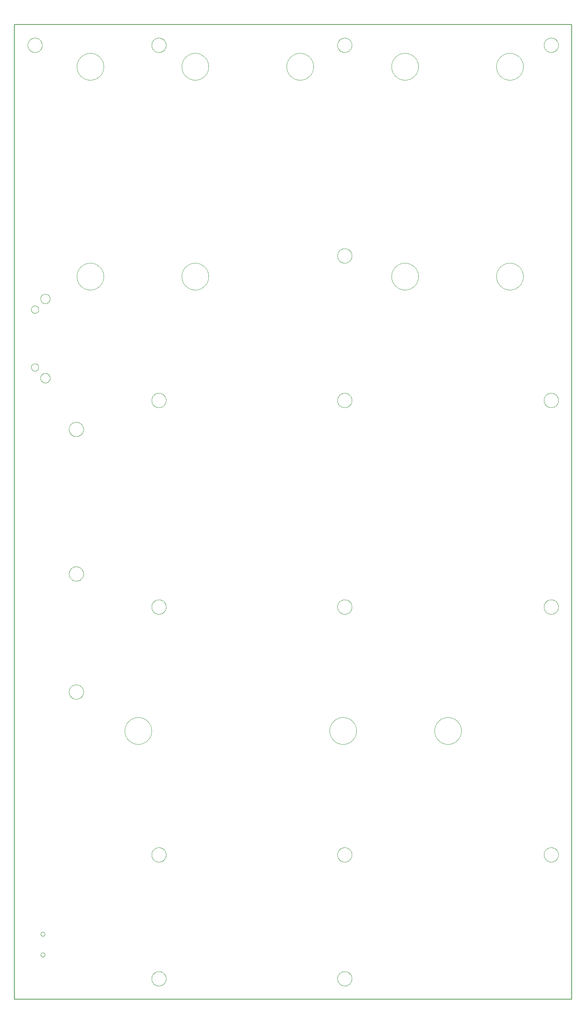
<source format=gko>
G75*
%MOIN*%
%OFA0B0*%
%FSLAX25Y25*%
%IPPOS*%
%LPD*%
%AMOC8*
5,1,8,0,0,1.08239X$1,22.5*
%
%ADD10C,0.00600*%
%ADD11C,0.00000*%
D10*
X0029059Y0021185D02*
X0029059Y0950319D01*
X0560555Y0950319D01*
X0560555Y0021185D01*
X0029059Y0021185D01*
D11*
X0054255Y0063705D02*
X0054257Y0063793D01*
X0054263Y0063881D01*
X0054273Y0063969D01*
X0054287Y0064057D01*
X0054304Y0064143D01*
X0054326Y0064229D01*
X0054351Y0064313D01*
X0054381Y0064397D01*
X0054413Y0064479D01*
X0054450Y0064559D01*
X0054490Y0064638D01*
X0054534Y0064715D01*
X0054581Y0064790D01*
X0054631Y0064862D01*
X0054685Y0064933D01*
X0054741Y0065000D01*
X0054801Y0065066D01*
X0054863Y0065128D01*
X0054929Y0065188D01*
X0054996Y0065244D01*
X0055067Y0065298D01*
X0055139Y0065348D01*
X0055214Y0065395D01*
X0055291Y0065439D01*
X0055370Y0065479D01*
X0055450Y0065516D01*
X0055532Y0065548D01*
X0055616Y0065578D01*
X0055700Y0065603D01*
X0055786Y0065625D01*
X0055872Y0065642D01*
X0055960Y0065656D01*
X0056048Y0065666D01*
X0056136Y0065672D01*
X0056224Y0065674D01*
X0056312Y0065672D01*
X0056400Y0065666D01*
X0056488Y0065656D01*
X0056576Y0065642D01*
X0056662Y0065625D01*
X0056748Y0065603D01*
X0056832Y0065578D01*
X0056916Y0065548D01*
X0056998Y0065516D01*
X0057078Y0065479D01*
X0057157Y0065439D01*
X0057234Y0065395D01*
X0057309Y0065348D01*
X0057381Y0065298D01*
X0057452Y0065244D01*
X0057519Y0065188D01*
X0057585Y0065128D01*
X0057647Y0065066D01*
X0057707Y0065000D01*
X0057763Y0064933D01*
X0057817Y0064862D01*
X0057867Y0064790D01*
X0057914Y0064715D01*
X0057958Y0064638D01*
X0057998Y0064559D01*
X0058035Y0064479D01*
X0058067Y0064397D01*
X0058097Y0064313D01*
X0058122Y0064229D01*
X0058144Y0064143D01*
X0058161Y0064057D01*
X0058175Y0063969D01*
X0058185Y0063881D01*
X0058191Y0063793D01*
X0058193Y0063705D01*
X0058191Y0063617D01*
X0058185Y0063529D01*
X0058175Y0063441D01*
X0058161Y0063353D01*
X0058144Y0063267D01*
X0058122Y0063181D01*
X0058097Y0063097D01*
X0058067Y0063013D01*
X0058035Y0062931D01*
X0057998Y0062851D01*
X0057958Y0062772D01*
X0057914Y0062695D01*
X0057867Y0062620D01*
X0057817Y0062548D01*
X0057763Y0062477D01*
X0057707Y0062410D01*
X0057647Y0062344D01*
X0057585Y0062282D01*
X0057519Y0062222D01*
X0057452Y0062166D01*
X0057381Y0062112D01*
X0057309Y0062062D01*
X0057234Y0062015D01*
X0057157Y0061971D01*
X0057078Y0061931D01*
X0056998Y0061894D01*
X0056916Y0061862D01*
X0056832Y0061832D01*
X0056748Y0061807D01*
X0056662Y0061785D01*
X0056576Y0061768D01*
X0056488Y0061754D01*
X0056400Y0061744D01*
X0056312Y0061738D01*
X0056224Y0061736D01*
X0056136Y0061738D01*
X0056048Y0061744D01*
X0055960Y0061754D01*
X0055872Y0061768D01*
X0055786Y0061785D01*
X0055700Y0061807D01*
X0055616Y0061832D01*
X0055532Y0061862D01*
X0055450Y0061894D01*
X0055370Y0061931D01*
X0055291Y0061971D01*
X0055214Y0062015D01*
X0055139Y0062062D01*
X0055067Y0062112D01*
X0054996Y0062166D01*
X0054929Y0062222D01*
X0054863Y0062282D01*
X0054801Y0062344D01*
X0054741Y0062410D01*
X0054685Y0062477D01*
X0054631Y0062548D01*
X0054581Y0062620D01*
X0054534Y0062695D01*
X0054490Y0062772D01*
X0054450Y0062851D01*
X0054413Y0062931D01*
X0054381Y0063013D01*
X0054351Y0063097D01*
X0054326Y0063181D01*
X0054304Y0063267D01*
X0054287Y0063353D01*
X0054273Y0063441D01*
X0054263Y0063529D01*
X0054257Y0063617D01*
X0054255Y0063705D01*
X0054255Y0083390D02*
X0054257Y0083478D01*
X0054263Y0083566D01*
X0054273Y0083654D01*
X0054287Y0083742D01*
X0054304Y0083828D01*
X0054326Y0083914D01*
X0054351Y0083998D01*
X0054381Y0084082D01*
X0054413Y0084164D01*
X0054450Y0084244D01*
X0054490Y0084323D01*
X0054534Y0084400D01*
X0054581Y0084475D01*
X0054631Y0084547D01*
X0054685Y0084618D01*
X0054741Y0084685D01*
X0054801Y0084751D01*
X0054863Y0084813D01*
X0054929Y0084873D01*
X0054996Y0084929D01*
X0055067Y0084983D01*
X0055139Y0085033D01*
X0055214Y0085080D01*
X0055291Y0085124D01*
X0055370Y0085164D01*
X0055450Y0085201D01*
X0055532Y0085233D01*
X0055616Y0085263D01*
X0055700Y0085288D01*
X0055786Y0085310D01*
X0055872Y0085327D01*
X0055960Y0085341D01*
X0056048Y0085351D01*
X0056136Y0085357D01*
X0056224Y0085359D01*
X0056312Y0085357D01*
X0056400Y0085351D01*
X0056488Y0085341D01*
X0056576Y0085327D01*
X0056662Y0085310D01*
X0056748Y0085288D01*
X0056832Y0085263D01*
X0056916Y0085233D01*
X0056998Y0085201D01*
X0057078Y0085164D01*
X0057157Y0085124D01*
X0057234Y0085080D01*
X0057309Y0085033D01*
X0057381Y0084983D01*
X0057452Y0084929D01*
X0057519Y0084873D01*
X0057585Y0084813D01*
X0057647Y0084751D01*
X0057707Y0084685D01*
X0057763Y0084618D01*
X0057817Y0084547D01*
X0057867Y0084475D01*
X0057914Y0084400D01*
X0057958Y0084323D01*
X0057998Y0084244D01*
X0058035Y0084164D01*
X0058067Y0084082D01*
X0058097Y0083998D01*
X0058122Y0083914D01*
X0058144Y0083828D01*
X0058161Y0083742D01*
X0058175Y0083654D01*
X0058185Y0083566D01*
X0058191Y0083478D01*
X0058193Y0083390D01*
X0058191Y0083302D01*
X0058185Y0083214D01*
X0058175Y0083126D01*
X0058161Y0083038D01*
X0058144Y0082952D01*
X0058122Y0082866D01*
X0058097Y0082782D01*
X0058067Y0082698D01*
X0058035Y0082616D01*
X0057998Y0082536D01*
X0057958Y0082457D01*
X0057914Y0082380D01*
X0057867Y0082305D01*
X0057817Y0082233D01*
X0057763Y0082162D01*
X0057707Y0082095D01*
X0057647Y0082029D01*
X0057585Y0081967D01*
X0057519Y0081907D01*
X0057452Y0081851D01*
X0057381Y0081797D01*
X0057309Y0081747D01*
X0057234Y0081700D01*
X0057157Y0081656D01*
X0057078Y0081616D01*
X0056998Y0081579D01*
X0056916Y0081547D01*
X0056832Y0081517D01*
X0056748Y0081492D01*
X0056662Y0081470D01*
X0056576Y0081453D01*
X0056488Y0081439D01*
X0056400Y0081429D01*
X0056312Y0081423D01*
X0056224Y0081421D01*
X0056136Y0081423D01*
X0056048Y0081429D01*
X0055960Y0081439D01*
X0055872Y0081453D01*
X0055786Y0081470D01*
X0055700Y0081492D01*
X0055616Y0081517D01*
X0055532Y0081547D01*
X0055450Y0081579D01*
X0055370Y0081616D01*
X0055291Y0081656D01*
X0055214Y0081700D01*
X0055139Y0081747D01*
X0055067Y0081797D01*
X0054996Y0081851D01*
X0054929Y0081907D01*
X0054863Y0081967D01*
X0054801Y0082029D01*
X0054741Y0082095D01*
X0054685Y0082162D01*
X0054631Y0082233D01*
X0054581Y0082305D01*
X0054534Y0082380D01*
X0054490Y0082457D01*
X0054450Y0082536D01*
X0054413Y0082616D01*
X0054381Y0082698D01*
X0054351Y0082782D01*
X0054326Y0082866D01*
X0054304Y0082952D01*
X0054287Y0083038D01*
X0054273Y0083126D01*
X0054263Y0083214D01*
X0054257Y0083302D01*
X0054255Y0083390D01*
X0159964Y0040870D02*
X0159966Y0041039D01*
X0159972Y0041208D01*
X0159983Y0041377D01*
X0159997Y0041545D01*
X0160016Y0041713D01*
X0160039Y0041881D01*
X0160065Y0042048D01*
X0160096Y0042214D01*
X0160131Y0042380D01*
X0160170Y0042544D01*
X0160214Y0042708D01*
X0160261Y0042870D01*
X0160312Y0043031D01*
X0160367Y0043191D01*
X0160426Y0043350D01*
X0160488Y0043507D01*
X0160555Y0043662D01*
X0160626Y0043816D01*
X0160700Y0043968D01*
X0160778Y0044118D01*
X0160859Y0044266D01*
X0160944Y0044412D01*
X0161033Y0044556D01*
X0161125Y0044698D01*
X0161221Y0044837D01*
X0161320Y0044974D01*
X0161422Y0045109D01*
X0161528Y0045241D01*
X0161637Y0045370D01*
X0161749Y0045497D01*
X0161864Y0045621D01*
X0161982Y0045742D01*
X0162103Y0045860D01*
X0162227Y0045975D01*
X0162354Y0046087D01*
X0162483Y0046196D01*
X0162615Y0046302D01*
X0162750Y0046404D01*
X0162887Y0046503D01*
X0163026Y0046599D01*
X0163168Y0046691D01*
X0163312Y0046780D01*
X0163458Y0046865D01*
X0163606Y0046946D01*
X0163756Y0047024D01*
X0163908Y0047098D01*
X0164062Y0047169D01*
X0164217Y0047236D01*
X0164374Y0047298D01*
X0164533Y0047357D01*
X0164693Y0047412D01*
X0164854Y0047463D01*
X0165016Y0047510D01*
X0165180Y0047554D01*
X0165344Y0047593D01*
X0165510Y0047628D01*
X0165676Y0047659D01*
X0165843Y0047685D01*
X0166011Y0047708D01*
X0166179Y0047727D01*
X0166347Y0047741D01*
X0166516Y0047752D01*
X0166685Y0047758D01*
X0166854Y0047760D01*
X0167023Y0047758D01*
X0167192Y0047752D01*
X0167361Y0047741D01*
X0167529Y0047727D01*
X0167697Y0047708D01*
X0167865Y0047685D01*
X0168032Y0047659D01*
X0168198Y0047628D01*
X0168364Y0047593D01*
X0168528Y0047554D01*
X0168692Y0047510D01*
X0168854Y0047463D01*
X0169015Y0047412D01*
X0169175Y0047357D01*
X0169334Y0047298D01*
X0169491Y0047236D01*
X0169646Y0047169D01*
X0169800Y0047098D01*
X0169952Y0047024D01*
X0170102Y0046946D01*
X0170250Y0046865D01*
X0170396Y0046780D01*
X0170540Y0046691D01*
X0170682Y0046599D01*
X0170821Y0046503D01*
X0170958Y0046404D01*
X0171093Y0046302D01*
X0171225Y0046196D01*
X0171354Y0046087D01*
X0171481Y0045975D01*
X0171605Y0045860D01*
X0171726Y0045742D01*
X0171844Y0045621D01*
X0171959Y0045497D01*
X0172071Y0045370D01*
X0172180Y0045241D01*
X0172286Y0045109D01*
X0172388Y0044974D01*
X0172487Y0044837D01*
X0172583Y0044698D01*
X0172675Y0044556D01*
X0172764Y0044412D01*
X0172849Y0044266D01*
X0172930Y0044118D01*
X0173008Y0043968D01*
X0173082Y0043816D01*
X0173153Y0043662D01*
X0173220Y0043507D01*
X0173282Y0043350D01*
X0173341Y0043191D01*
X0173396Y0043031D01*
X0173447Y0042870D01*
X0173494Y0042708D01*
X0173538Y0042544D01*
X0173577Y0042380D01*
X0173612Y0042214D01*
X0173643Y0042048D01*
X0173669Y0041881D01*
X0173692Y0041713D01*
X0173711Y0041545D01*
X0173725Y0041377D01*
X0173736Y0041208D01*
X0173742Y0041039D01*
X0173744Y0040870D01*
X0173742Y0040701D01*
X0173736Y0040532D01*
X0173725Y0040363D01*
X0173711Y0040195D01*
X0173692Y0040027D01*
X0173669Y0039859D01*
X0173643Y0039692D01*
X0173612Y0039526D01*
X0173577Y0039360D01*
X0173538Y0039196D01*
X0173494Y0039032D01*
X0173447Y0038870D01*
X0173396Y0038709D01*
X0173341Y0038549D01*
X0173282Y0038390D01*
X0173220Y0038233D01*
X0173153Y0038078D01*
X0173082Y0037924D01*
X0173008Y0037772D01*
X0172930Y0037622D01*
X0172849Y0037474D01*
X0172764Y0037328D01*
X0172675Y0037184D01*
X0172583Y0037042D01*
X0172487Y0036903D01*
X0172388Y0036766D01*
X0172286Y0036631D01*
X0172180Y0036499D01*
X0172071Y0036370D01*
X0171959Y0036243D01*
X0171844Y0036119D01*
X0171726Y0035998D01*
X0171605Y0035880D01*
X0171481Y0035765D01*
X0171354Y0035653D01*
X0171225Y0035544D01*
X0171093Y0035438D01*
X0170958Y0035336D01*
X0170821Y0035237D01*
X0170682Y0035141D01*
X0170540Y0035049D01*
X0170396Y0034960D01*
X0170250Y0034875D01*
X0170102Y0034794D01*
X0169952Y0034716D01*
X0169800Y0034642D01*
X0169646Y0034571D01*
X0169491Y0034504D01*
X0169334Y0034442D01*
X0169175Y0034383D01*
X0169015Y0034328D01*
X0168854Y0034277D01*
X0168692Y0034230D01*
X0168528Y0034186D01*
X0168364Y0034147D01*
X0168198Y0034112D01*
X0168032Y0034081D01*
X0167865Y0034055D01*
X0167697Y0034032D01*
X0167529Y0034013D01*
X0167361Y0033999D01*
X0167192Y0033988D01*
X0167023Y0033982D01*
X0166854Y0033980D01*
X0166685Y0033982D01*
X0166516Y0033988D01*
X0166347Y0033999D01*
X0166179Y0034013D01*
X0166011Y0034032D01*
X0165843Y0034055D01*
X0165676Y0034081D01*
X0165510Y0034112D01*
X0165344Y0034147D01*
X0165180Y0034186D01*
X0165016Y0034230D01*
X0164854Y0034277D01*
X0164693Y0034328D01*
X0164533Y0034383D01*
X0164374Y0034442D01*
X0164217Y0034504D01*
X0164062Y0034571D01*
X0163908Y0034642D01*
X0163756Y0034716D01*
X0163606Y0034794D01*
X0163458Y0034875D01*
X0163312Y0034960D01*
X0163168Y0035049D01*
X0163026Y0035141D01*
X0162887Y0035237D01*
X0162750Y0035336D01*
X0162615Y0035438D01*
X0162483Y0035544D01*
X0162354Y0035653D01*
X0162227Y0035765D01*
X0162103Y0035880D01*
X0161982Y0035998D01*
X0161864Y0036119D01*
X0161749Y0036243D01*
X0161637Y0036370D01*
X0161528Y0036499D01*
X0161422Y0036631D01*
X0161320Y0036766D01*
X0161221Y0036903D01*
X0161125Y0037042D01*
X0161033Y0037184D01*
X0160944Y0037328D01*
X0160859Y0037474D01*
X0160778Y0037622D01*
X0160700Y0037772D01*
X0160626Y0037924D01*
X0160555Y0038078D01*
X0160488Y0038233D01*
X0160426Y0038390D01*
X0160367Y0038549D01*
X0160312Y0038709D01*
X0160261Y0038870D01*
X0160214Y0039032D01*
X0160170Y0039196D01*
X0160131Y0039360D01*
X0160096Y0039526D01*
X0160065Y0039692D01*
X0160039Y0039859D01*
X0160016Y0040027D01*
X0159997Y0040195D01*
X0159983Y0040363D01*
X0159972Y0040532D01*
X0159966Y0040701D01*
X0159964Y0040870D01*
X0159964Y0158980D02*
X0159966Y0159149D01*
X0159972Y0159318D01*
X0159983Y0159487D01*
X0159997Y0159655D01*
X0160016Y0159823D01*
X0160039Y0159991D01*
X0160065Y0160158D01*
X0160096Y0160324D01*
X0160131Y0160490D01*
X0160170Y0160654D01*
X0160214Y0160818D01*
X0160261Y0160980D01*
X0160312Y0161141D01*
X0160367Y0161301D01*
X0160426Y0161460D01*
X0160488Y0161617D01*
X0160555Y0161772D01*
X0160626Y0161926D01*
X0160700Y0162078D01*
X0160778Y0162228D01*
X0160859Y0162376D01*
X0160944Y0162522D01*
X0161033Y0162666D01*
X0161125Y0162808D01*
X0161221Y0162947D01*
X0161320Y0163084D01*
X0161422Y0163219D01*
X0161528Y0163351D01*
X0161637Y0163480D01*
X0161749Y0163607D01*
X0161864Y0163731D01*
X0161982Y0163852D01*
X0162103Y0163970D01*
X0162227Y0164085D01*
X0162354Y0164197D01*
X0162483Y0164306D01*
X0162615Y0164412D01*
X0162750Y0164514D01*
X0162887Y0164613D01*
X0163026Y0164709D01*
X0163168Y0164801D01*
X0163312Y0164890D01*
X0163458Y0164975D01*
X0163606Y0165056D01*
X0163756Y0165134D01*
X0163908Y0165208D01*
X0164062Y0165279D01*
X0164217Y0165346D01*
X0164374Y0165408D01*
X0164533Y0165467D01*
X0164693Y0165522D01*
X0164854Y0165573D01*
X0165016Y0165620D01*
X0165180Y0165664D01*
X0165344Y0165703D01*
X0165510Y0165738D01*
X0165676Y0165769D01*
X0165843Y0165795D01*
X0166011Y0165818D01*
X0166179Y0165837D01*
X0166347Y0165851D01*
X0166516Y0165862D01*
X0166685Y0165868D01*
X0166854Y0165870D01*
X0167023Y0165868D01*
X0167192Y0165862D01*
X0167361Y0165851D01*
X0167529Y0165837D01*
X0167697Y0165818D01*
X0167865Y0165795D01*
X0168032Y0165769D01*
X0168198Y0165738D01*
X0168364Y0165703D01*
X0168528Y0165664D01*
X0168692Y0165620D01*
X0168854Y0165573D01*
X0169015Y0165522D01*
X0169175Y0165467D01*
X0169334Y0165408D01*
X0169491Y0165346D01*
X0169646Y0165279D01*
X0169800Y0165208D01*
X0169952Y0165134D01*
X0170102Y0165056D01*
X0170250Y0164975D01*
X0170396Y0164890D01*
X0170540Y0164801D01*
X0170682Y0164709D01*
X0170821Y0164613D01*
X0170958Y0164514D01*
X0171093Y0164412D01*
X0171225Y0164306D01*
X0171354Y0164197D01*
X0171481Y0164085D01*
X0171605Y0163970D01*
X0171726Y0163852D01*
X0171844Y0163731D01*
X0171959Y0163607D01*
X0172071Y0163480D01*
X0172180Y0163351D01*
X0172286Y0163219D01*
X0172388Y0163084D01*
X0172487Y0162947D01*
X0172583Y0162808D01*
X0172675Y0162666D01*
X0172764Y0162522D01*
X0172849Y0162376D01*
X0172930Y0162228D01*
X0173008Y0162078D01*
X0173082Y0161926D01*
X0173153Y0161772D01*
X0173220Y0161617D01*
X0173282Y0161460D01*
X0173341Y0161301D01*
X0173396Y0161141D01*
X0173447Y0160980D01*
X0173494Y0160818D01*
X0173538Y0160654D01*
X0173577Y0160490D01*
X0173612Y0160324D01*
X0173643Y0160158D01*
X0173669Y0159991D01*
X0173692Y0159823D01*
X0173711Y0159655D01*
X0173725Y0159487D01*
X0173736Y0159318D01*
X0173742Y0159149D01*
X0173744Y0158980D01*
X0173742Y0158811D01*
X0173736Y0158642D01*
X0173725Y0158473D01*
X0173711Y0158305D01*
X0173692Y0158137D01*
X0173669Y0157969D01*
X0173643Y0157802D01*
X0173612Y0157636D01*
X0173577Y0157470D01*
X0173538Y0157306D01*
X0173494Y0157142D01*
X0173447Y0156980D01*
X0173396Y0156819D01*
X0173341Y0156659D01*
X0173282Y0156500D01*
X0173220Y0156343D01*
X0173153Y0156188D01*
X0173082Y0156034D01*
X0173008Y0155882D01*
X0172930Y0155732D01*
X0172849Y0155584D01*
X0172764Y0155438D01*
X0172675Y0155294D01*
X0172583Y0155152D01*
X0172487Y0155013D01*
X0172388Y0154876D01*
X0172286Y0154741D01*
X0172180Y0154609D01*
X0172071Y0154480D01*
X0171959Y0154353D01*
X0171844Y0154229D01*
X0171726Y0154108D01*
X0171605Y0153990D01*
X0171481Y0153875D01*
X0171354Y0153763D01*
X0171225Y0153654D01*
X0171093Y0153548D01*
X0170958Y0153446D01*
X0170821Y0153347D01*
X0170682Y0153251D01*
X0170540Y0153159D01*
X0170396Y0153070D01*
X0170250Y0152985D01*
X0170102Y0152904D01*
X0169952Y0152826D01*
X0169800Y0152752D01*
X0169646Y0152681D01*
X0169491Y0152614D01*
X0169334Y0152552D01*
X0169175Y0152493D01*
X0169015Y0152438D01*
X0168854Y0152387D01*
X0168692Y0152340D01*
X0168528Y0152296D01*
X0168364Y0152257D01*
X0168198Y0152222D01*
X0168032Y0152191D01*
X0167865Y0152165D01*
X0167697Y0152142D01*
X0167529Y0152123D01*
X0167361Y0152109D01*
X0167192Y0152098D01*
X0167023Y0152092D01*
X0166854Y0152090D01*
X0166685Y0152092D01*
X0166516Y0152098D01*
X0166347Y0152109D01*
X0166179Y0152123D01*
X0166011Y0152142D01*
X0165843Y0152165D01*
X0165676Y0152191D01*
X0165510Y0152222D01*
X0165344Y0152257D01*
X0165180Y0152296D01*
X0165016Y0152340D01*
X0164854Y0152387D01*
X0164693Y0152438D01*
X0164533Y0152493D01*
X0164374Y0152552D01*
X0164217Y0152614D01*
X0164062Y0152681D01*
X0163908Y0152752D01*
X0163756Y0152826D01*
X0163606Y0152904D01*
X0163458Y0152985D01*
X0163312Y0153070D01*
X0163168Y0153159D01*
X0163026Y0153251D01*
X0162887Y0153347D01*
X0162750Y0153446D01*
X0162615Y0153548D01*
X0162483Y0153654D01*
X0162354Y0153763D01*
X0162227Y0153875D01*
X0162103Y0153990D01*
X0161982Y0154108D01*
X0161864Y0154229D01*
X0161749Y0154353D01*
X0161637Y0154480D01*
X0161528Y0154609D01*
X0161422Y0154741D01*
X0161320Y0154876D01*
X0161221Y0155013D01*
X0161125Y0155152D01*
X0161033Y0155294D01*
X0160944Y0155438D01*
X0160859Y0155584D01*
X0160778Y0155732D01*
X0160700Y0155882D01*
X0160626Y0156034D01*
X0160555Y0156188D01*
X0160488Y0156343D01*
X0160426Y0156500D01*
X0160367Y0156659D01*
X0160312Y0156819D01*
X0160261Y0156980D01*
X0160214Y0157142D01*
X0160170Y0157306D01*
X0160131Y0157470D01*
X0160096Y0157636D01*
X0160065Y0157802D01*
X0160039Y0157969D01*
X0160016Y0158137D01*
X0159997Y0158305D01*
X0159983Y0158473D01*
X0159972Y0158642D01*
X0159966Y0158811D01*
X0159964Y0158980D01*
X0134374Y0277091D02*
X0134378Y0277405D01*
X0134389Y0277719D01*
X0134409Y0278032D01*
X0134436Y0278345D01*
X0134470Y0278657D01*
X0134512Y0278968D01*
X0134562Y0279278D01*
X0134620Y0279587D01*
X0134685Y0279894D01*
X0134757Y0280200D01*
X0134837Y0280504D01*
X0134925Y0280805D01*
X0135020Y0281105D01*
X0135122Y0281402D01*
X0135231Y0281696D01*
X0135348Y0281987D01*
X0135472Y0282276D01*
X0135602Y0282562D01*
X0135740Y0282844D01*
X0135885Y0283123D01*
X0136036Y0283398D01*
X0136194Y0283669D01*
X0136359Y0283936D01*
X0136530Y0284200D01*
X0136708Y0284458D01*
X0136892Y0284713D01*
X0137082Y0284963D01*
X0137278Y0285208D01*
X0137481Y0285448D01*
X0137689Y0285684D01*
X0137902Y0285914D01*
X0138122Y0286138D01*
X0138346Y0286358D01*
X0138576Y0286571D01*
X0138812Y0286779D01*
X0139052Y0286982D01*
X0139297Y0287178D01*
X0139547Y0287368D01*
X0139802Y0287552D01*
X0140060Y0287730D01*
X0140324Y0287901D01*
X0140591Y0288066D01*
X0140862Y0288224D01*
X0141137Y0288375D01*
X0141416Y0288520D01*
X0141698Y0288658D01*
X0141984Y0288788D01*
X0142273Y0288912D01*
X0142564Y0289029D01*
X0142858Y0289138D01*
X0143155Y0289240D01*
X0143455Y0289335D01*
X0143756Y0289423D01*
X0144060Y0289503D01*
X0144366Y0289575D01*
X0144673Y0289640D01*
X0144982Y0289698D01*
X0145292Y0289748D01*
X0145603Y0289790D01*
X0145915Y0289824D01*
X0146228Y0289851D01*
X0146541Y0289871D01*
X0146855Y0289882D01*
X0147169Y0289886D01*
X0147483Y0289882D01*
X0147797Y0289871D01*
X0148110Y0289851D01*
X0148423Y0289824D01*
X0148735Y0289790D01*
X0149046Y0289748D01*
X0149356Y0289698D01*
X0149665Y0289640D01*
X0149972Y0289575D01*
X0150278Y0289503D01*
X0150582Y0289423D01*
X0150883Y0289335D01*
X0151183Y0289240D01*
X0151480Y0289138D01*
X0151774Y0289029D01*
X0152065Y0288912D01*
X0152354Y0288788D01*
X0152640Y0288658D01*
X0152922Y0288520D01*
X0153201Y0288375D01*
X0153476Y0288224D01*
X0153747Y0288066D01*
X0154014Y0287901D01*
X0154278Y0287730D01*
X0154536Y0287552D01*
X0154791Y0287368D01*
X0155041Y0287178D01*
X0155286Y0286982D01*
X0155526Y0286779D01*
X0155762Y0286571D01*
X0155992Y0286358D01*
X0156216Y0286138D01*
X0156436Y0285914D01*
X0156649Y0285684D01*
X0156857Y0285448D01*
X0157060Y0285208D01*
X0157256Y0284963D01*
X0157446Y0284713D01*
X0157630Y0284458D01*
X0157808Y0284200D01*
X0157979Y0283936D01*
X0158144Y0283669D01*
X0158302Y0283398D01*
X0158453Y0283123D01*
X0158598Y0282844D01*
X0158736Y0282562D01*
X0158866Y0282276D01*
X0158990Y0281987D01*
X0159107Y0281696D01*
X0159216Y0281402D01*
X0159318Y0281105D01*
X0159413Y0280805D01*
X0159501Y0280504D01*
X0159581Y0280200D01*
X0159653Y0279894D01*
X0159718Y0279587D01*
X0159776Y0279278D01*
X0159826Y0278968D01*
X0159868Y0278657D01*
X0159902Y0278345D01*
X0159929Y0278032D01*
X0159949Y0277719D01*
X0159960Y0277405D01*
X0159964Y0277091D01*
X0159960Y0276777D01*
X0159949Y0276463D01*
X0159929Y0276150D01*
X0159902Y0275837D01*
X0159868Y0275525D01*
X0159826Y0275214D01*
X0159776Y0274904D01*
X0159718Y0274595D01*
X0159653Y0274288D01*
X0159581Y0273982D01*
X0159501Y0273678D01*
X0159413Y0273377D01*
X0159318Y0273077D01*
X0159216Y0272780D01*
X0159107Y0272486D01*
X0158990Y0272195D01*
X0158866Y0271906D01*
X0158736Y0271620D01*
X0158598Y0271338D01*
X0158453Y0271059D01*
X0158302Y0270784D01*
X0158144Y0270513D01*
X0157979Y0270246D01*
X0157808Y0269982D01*
X0157630Y0269724D01*
X0157446Y0269469D01*
X0157256Y0269219D01*
X0157060Y0268974D01*
X0156857Y0268734D01*
X0156649Y0268498D01*
X0156436Y0268268D01*
X0156216Y0268044D01*
X0155992Y0267824D01*
X0155762Y0267611D01*
X0155526Y0267403D01*
X0155286Y0267200D01*
X0155041Y0267004D01*
X0154791Y0266814D01*
X0154536Y0266630D01*
X0154278Y0266452D01*
X0154014Y0266281D01*
X0153747Y0266116D01*
X0153476Y0265958D01*
X0153201Y0265807D01*
X0152922Y0265662D01*
X0152640Y0265524D01*
X0152354Y0265394D01*
X0152065Y0265270D01*
X0151774Y0265153D01*
X0151480Y0265044D01*
X0151183Y0264942D01*
X0150883Y0264847D01*
X0150582Y0264759D01*
X0150278Y0264679D01*
X0149972Y0264607D01*
X0149665Y0264542D01*
X0149356Y0264484D01*
X0149046Y0264434D01*
X0148735Y0264392D01*
X0148423Y0264358D01*
X0148110Y0264331D01*
X0147797Y0264311D01*
X0147483Y0264300D01*
X0147169Y0264296D01*
X0146855Y0264300D01*
X0146541Y0264311D01*
X0146228Y0264331D01*
X0145915Y0264358D01*
X0145603Y0264392D01*
X0145292Y0264434D01*
X0144982Y0264484D01*
X0144673Y0264542D01*
X0144366Y0264607D01*
X0144060Y0264679D01*
X0143756Y0264759D01*
X0143455Y0264847D01*
X0143155Y0264942D01*
X0142858Y0265044D01*
X0142564Y0265153D01*
X0142273Y0265270D01*
X0141984Y0265394D01*
X0141698Y0265524D01*
X0141416Y0265662D01*
X0141137Y0265807D01*
X0140862Y0265958D01*
X0140591Y0266116D01*
X0140324Y0266281D01*
X0140060Y0266452D01*
X0139802Y0266630D01*
X0139547Y0266814D01*
X0139297Y0267004D01*
X0139052Y0267200D01*
X0138812Y0267403D01*
X0138576Y0267611D01*
X0138346Y0267824D01*
X0138122Y0268044D01*
X0137902Y0268268D01*
X0137689Y0268498D01*
X0137481Y0268734D01*
X0137278Y0268974D01*
X0137082Y0269219D01*
X0136892Y0269469D01*
X0136708Y0269724D01*
X0136530Y0269982D01*
X0136359Y0270246D01*
X0136194Y0270513D01*
X0136036Y0270784D01*
X0135885Y0271059D01*
X0135740Y0271338D01*
X0135602Y0271620D01*
X0135472Y0271906D01*
X0135348Y0272195D01*
X0135231Y0272486D01*
X0135122Y0272780D01*
X0135020Y0273077D01*
X0134925Y0273377D01*
X0134837Y0273678D01*
X0134757Y0273982D01*
X0134685Y0274288D01*
X0134620Y0274595D01*
X0134562Y0274904D01*
X0134512Y0275214D01*
X0134470Y0275525D01*
X0134436Y0275837D01*
X0134409Y0276150D01*
X0134389Y0276463D01*
X0134378Y0276777D01*
X0134374Y0277091D01*
X0081224Y0314197D02*
X0081226Y0314366D01*
X0081232Y0314535D01*
X0081243Y0314704D01*
X0081257Y0314872D01*
X0081276Y0315040D01*
X0081299Y0315208D01*
X0081325Y0315375D01*
X0081356Y0315541D01*
X0081391Y0315707D01*
X0081430Y0315871D01*
X0081474Y0316035D01*
X0081521Y0316197D01*
X0081572Y0316358D01*
X0081627Y0316518D01*
X0081686Y0316677D01*
X0081748Y0316834D01*
X0081815Y0316989D01*
X0081886Y0317143D01*
X0081960Y0317295D01*
X0082038Y0317445D01*
X0082119Y0317593D01*
X0082204Y0317739D01*
X0082293Y0317883D01*
X0082385Y0318025D01*
X0082481Y0318164D01*
X0082580Y0318301D01*
X0082682Y0318436D01*
X0082788Y0318568D01*
X0082897Y0318697D01*
X0083009Y0318824D01*
X0083124Y0318948D01*
X0083242Y0319069D01*
X0083363Y0319187D01*
X0083487Y0319302D01*
X0083614Y0319414D01*
X0083743Y0319523D01*
X0083875Y0319629D01*
X0084010Y0319731D01*
X0084147Y0319830D01*
X0084286Y0319926D01*
X0084428Y0320018D01*
X0084572Y0320107D01*
X0084718Y0320192D01*
X0084866Y0320273D01*
X0085016Y0320351D01*
X0085168Y0320425D01*
X0085322Y0320496D01*
X0085477Y0320563D01*
X0085634Y0320625D01*
X0085793Y0320684D01*
X0085953Y0320739D01*
X0086114Y0320790D01*
X0086276Y0320837D01*
X0086440Y0320881D01*
X0086604Y0320920D01*
X0086770Y0320955D01*
X0086936Y0320986D01*
X0087103Y0321012D01*
X0087271Y0321035D01*
X0087439Y0321054D01*
X0087607Y0321068D01*
X0087776Y0321079D01*
X0087945Y0321085D01*
X0088114Y0321087D01*
X0088283Y0321085D01*
X0088452Y0321079D01*
X0088621Y0321068D01*
X0088789Y0321054D01*
X0088957Y0321035D01*
X0089125Y0321012D01*
X0089292Y0320986D01*
X0089458Y0320955D01*
X0089624Y0320920D01*
X0089788Y0320881D01*
X0089952Y0320837D01*
X0090114Y0320790D01*
X0090275Y0320739D01*
X0090435Y0320684D01*
X0090594Y0320625D01*
X0090751Y0320563D01*
X0090906Y0320496D01*
X0091060Y0320425D01*
X0091212Y0320351D01*
X0091362Y0320273D01*
X0091510Y0320192D01*
X0091656Y0320107D01*
X0091800Y0320018D01*
X0091942Y0319926D01*
X0092081Y0319830D01*
X0092218Y0319731D01*
X0092353Y0319629D01*
X0092485Y0319523D01*
X0092614Y0319414D01*
X0092741Y0319302D01*
X0092865Y0319187D01*
X0092986Y0319069D01*
X0093104Y0318948D01*
X0093219Y0318824D01*
X0093331Y0318697D01*
X0093440Y0318568D01*
X0093546Y0318436D01*
X0093648Y0318301D01*
X0093747Y0318164D01*
X0093843Y0318025D01*
X0093935Y0317883D01*
X0094024Y0317739D01*
X0094109Y0317593D01*
X0094190Y0317445D01*
X0094268Y0317295D01*
X0094342Y0317143D01*
X0094413Y0316989D01*
X0094480Y0316834D01*
X0094542Y0316677D01*
X0094601Y0316518D01*
X0094656Y0316358D01*
X0094707Y0316197D01*
X0094754Y0316035D01*
X0094798Y0315871D01*
X0094837Y0315707D01*
X0094872Y0315541D01*
X0094903Y0315375D01*
X0094929Y0315208D01*
X0094952Y0315040D01*
X0094971Y0314872D01*
X0094985Y0314704D01*
X0094996Y0314535D01*
X0095002Y0314366D01*
X0095004Y0314197D01*
X0095002Y0314028D01*
X0094996Y0313859D01*
X0094985Y0313690D01*
X0094971Y0313522D01*
X0094952Y0313354D01*
X0094929Y0313186D01*
X0094903Y0313019D01*
X0094872Y0312853D01*
X0094837Y0312687D01*
X0094798Y0312523D01*
X0094754Y0312359D01*
X0094707Y0312197D01*
X0094656Y0312036D01*
X0094601Y0311876D01*
X0094542Y0311717D01*
X0094480Y0311560D01*
X0094413Y0311405D01*
X0094342Y0311251D01*
X0094268Y0311099D01*
X0094190Y0310949D01*
X0094109Y0310801D01*
X0094024Y0310655D01*
X0093935Y0310511D01*
X0093843Y0310369D01*
X0093747Y0310230D01*
X0093648Y0310093D01*
X0093546Y0309958D01*
X0093440Y0309826D01*
X0093331Y0309697D01*
X0093219Y0309570D01*
X0093104Y0309446D01*
X0092986Y0309325D01*
X0092865Y0309207D01*
X0092741Y0309092D01*
X0092614Y0308980D01*
X0092485Y0308871D01*
X0092353Y0308765D01*
X0092218Y0308663D01*
X0092081Y0308564D01*
X0091942Y0308468D01*
X0091800Y0308376D01*
X0091656Y0308287D01*
X0091510Y0308202D01*
X0091362Y0308121D01*
X0091212Y0308043D01*
X0091060Y0307969D01*
X0090906Y0307898D01*
X0090751Y0307831D01*
X0090594Y0307769D01*
X0090435Y0307710D01*
X0090275Y0307655D01*
X0090114Y0307604D01*
X0089952Y0307557D01*
X0089788Y0307513D01*
X0089624Y0307474D01*
X0089458Y0307439D01*
X0089292Y0307408D01*
X0089125Y0307382D01*
X0088957Y0307359D01*
X0088789Y0307340D01*
X0088621Y0307326D01*
X0088452Y0307315D01*
X0088283Y0307309D01*
X0088114Y0307307D01*
X0087945Y0307309D01*
X0087776Y0307315D01*
X0087607Y0307326D01*
X0087439Y0307340D01*
X0087271Y0307359D01*
X0087103Y0307382D01*
X0086936Y0307408D01*
X0086770Y0307439D01*
X0086604Y0307474D01*
X0086440Y0307513D01*
X0086276Y0307557D01*
X0086114Y0307604D01*
X0085953Y0307655D01*
X0085793Y0307710D01*
X0085634Y0307769D01*
X0085477Y0307831D01*
X0085322Y0307898D01*
X0085168Y0307969D01*
X0085016Y0308043D01*
X0084866Y0308121D01*
X0084718Y0308202D01*
X0084572Y0308287D01*
X0084428Y0308376D01*
X0084286Y0308468D01*
X0084147Y0308564D01*
X0084010Y0308663D01*
X0083875Y0308765D01*
X0083743Y0308871D01*
X0083614Y0308980D01*
X0083487Y0309092D01*
X0083363Y0309207D01*
X0083242Y0309325D01*
X0083124Y0309446D01*
X0083009Y0309570D01*
X0082897Y0309697D01*
X0082788Y0309826D01*
X0082682Y0309958D01*
X0082580Y0310093D01*
X0082481Y0310230D01*
X0082385Y0310369D01*
X0082293Y0310511D01*
X0082204Y0310655D01*
X0082119Y0310801D01*
X0082038Y0310949D01*
X0081960Y0311099D01*
X0081886Y0311251D01*
X0081815Y0311405D01*
X0081748Y0311560D01*
X0081686Y0311717D01*
X0081627Y0311876D01*
X0081572Y0312036D01*
X0081521Y0312197D01*
X0081474Y0312359D01*
X0081430Y0312523D01*
X0081391Y0312687D01*
X0081356Y0312853D01*
X0081325Y0313019D01*
X0081299Y0313186D01*
X0081276Y0313354D01*
X0081257Y0313522D01*
X0081243Y0313690D01*
X0081232Y0313859D01*
X0081226Y0314028D01*
X0081224Y0314197D01*
X0081224Y0426697D02*
X0081226Y0426866D01*
X0081232Y0427035D01*
X0081243Y0427204D01*
X0081257Y0427372D01*
X0081276Y0427540D01*
X0081299Y0427708D01*
X0081325Y0427875D01*
X0081356Y0428041D01*
X0081391Y0428207D01*
X0081430Y0428371D01*
X0081474Y0428535D01*
X0081521Y0428697D01*
X0081572Y0428858D01*
X0081627Y0429018D01*
X0081686Y0429177D01*
X0081748Y0429334D01*
X0081815Y0429489D01*
X0081886Y0429643D01*
X0081960Y0429795D01*
X0082038Y0429945D01*
X0082119Y0430093D01*
X0082204Y0430239D01*
X0082293Y0430383D01*
X0082385Y0430525D01*
X0082481Y0430664D01*
X0082580Y0430801D01*
X0082682Y0430936D01*
X0082788Y0431068D01*
X0082897Y0431197D01*
X0083009Y0431324D01*
X0083124Y0431448D01*
X0083242Y0431569D01*
X0083363Y0431687D01*
X0083487Y0431802D01*
X0083614Y0431914D01*
X0083743Y0432023D01*
X0083875Y0432129D01*
X0084010Y0432231D01*
X0084147Y0432330D01*
X0084286Y0432426D01*
X0084428Y0432518D01*
X0084572Y0432607D01*
X0084718Y0432692D01*
X0084866Y0432773D01*
X0085016Y0432851D01*
X0085168Y0432925D01*
X0085322Y0432996D01*
X0085477Y0433063D01*
X0085634Y0433125D01*
X0085793Y0433184D01*
X0085953Y0433239D01*
X0086114Y0433290D01*
X0086276Y0433337D01*
X0086440Y0433381D01*
X0086604Y0433420D01*
X0086770Y0433455D01*
X0086936Y0433486D01*
X0087103Y0433512D01*
X0087271Y0433535D01*
X0087439Y0433554D01*
X0087607Y0433568D01*
X0087776Y0433579D01*
X0087945Y0433585D01*
X0088114Y0433587D01*
X0088283Y0433585D01*
X0088452Y0433579D01*
X0088621Y0433568D01*
X0088789Y0433554D01*
X0088957Y0433535D01*
X0089125Y0433512D01*
X0089292Y0433486D01*
X0089458Y0433455D01*
X0089624Y0433420D01*
X0089788Y0433381D01*
X0089952Y0433337D01*
X0090114Y0433290D01*
X0090275Y0433239D01*
X0090435Y0433184D01*
X0090594Y0433125D01*
X0090751Y0433063D01*
X0090906Y0432996D01*
X0091060Y0432925D01*
X0091212Y0432851D01*
X0091362Y0432773D01*
X0091510Y0432692D01*
X0091656Y0432607D01*
X0091800Y0432518D01*
X0091942Y0432426D01*
X0092081Y0432330D01*
X0092218Y0432231D01*
X0092353Y0432129D01*
X0092485Y0432023D01*
X0092614Y0431914D01*
X0092741Y0431802D01*
X0092865Y0431687D01*
X0092986Y0431569D01*
X0093104Y0431448D01*
X0093219Y0431324D01*
X0093331Y0431197D01*
X0093440Y0431068D01*
X0093546Y0430936D01*
X0093648Y0430801D01*
X0093747Y0430664D01*
X0093843Y0430525D01*
X0093935Y0430383D01*
X0094024Y0430239D01*
X0094109Y0430093D01*
X0094190Y0429945D01*
X0094268Y0429795D01*
X0094342Y0429643D01*
X0094413Y0429489D01*
X0094480Y0429334D01*
X0094542Y0429177D01*
X0094601Y0429018D01*
X0094656Y0428858D01*
X0094707Y0428697D01*
X0094754Y0428535D01*
X0094798Y0428371D01*
X0094837Y0428207D01*
X0094872Y0428041D01*
X0094903Y0427875D01*
X0094929Y0427708D01*
X0094952Y0427540D01*
X0094971Y0427372D01*
X0094985Y0427204D01*
X0094996Y0427035D01*
X0095002Y0426866D01*
X0095004Y0426697D01*
X0095002Y0426528D01*
X0094996Y0426359D01*
X0094985Y0426190D01*
X0094971Y0426022D01*
X0094952Y0425854D01*
X0094929Y0425686D01*
X0094903Y0425519D01*
X0094872Y0425353D01*
X0094837Y0425187D01*
X0094798Y0425023D01*
X0094754Y0424859D01*
X0094707Y0424697D01*
X0094656Y0424536D01*
X0094601Y0424376D01*
X0094542Y0424217D01*
X0094480Y0424060D01*
X0094413Y0423905D01*
X0094342Y0423751D01*
X0094268Y0423599D01*
X0094190Y0423449D01*
X0094109Y0423301D01*
X0094024Y0423155D01*
X0093935Y0423011D01*
X0093843Y0422869D01*
X0093747Y0422730D01*
X0093648Y0422593D01*
X0093546Y0422458D01*
X0093440Y0422326D01*
X0093331Y0422197D01*
X0093219Y0422070D01*
X0093104Y0421946D01*
X0092986Y0421825D01*
X0092865Y0421707D01*
X0092741Y0421592D01*
X0092614Y0421480D01*
X0092485Y0421371D01*
X0092353Y0421265D01*
X0092218Y0421163D01*
X0092081Y0421064D01*
X0091942Y0420968D01*
X0091800Y0420876D01*
X0091656Y0420787D01*
X0091510Y0420702D01*
X0091362Y0420621D01*
X0091212Y0420543D01*
X0091060Y0420469D01*
X0090906Y0420398D01*
X0090751Y0420331D01*
X0090594Y0420269D01*
X0090435Y0420210D01*
X0090275Y0420155D01*
X0090114Y0420104D01*
X0089952Y0420057D01*
X0089788Y0420013D01*
X0089624Y0419974D01*
X0089458Y0419939D01*
X0089292Y0419908D01*
X0089125Y0419882D01*
X0088957Y0419859D01*
X0088789Y0419840D01*
X0088621Y0419826D01*
X0088452Y0419815D01*
X0088283Y0419809D01*
X0088114Y0419807D01*
X0087945Y0419809D01*
X0087776Y0419815D01*
X0087607Y0419826D01*
X0087439Y0419840D01*
X0087271Y0419859D01*
X0087103Y0419882D01*
X0086936Y0419908D01*
X0086770Y0419939D01*
X0086604Y0419974D01*
X0086440Y0420013D01*
X0086276Y0420057D01*
X0086114Y0420104D01*
X0085953Y0420155D01*
X0085793Y0420210D01*
X0085634Y0420269D01*
X0085477Y0420331D01*
X0085322Y0420398D01*
X0085168Y0420469D01*
X0085016Y0420543D01*
X0084866Y0420621D01*
X0084718Y0420702D01*
X0084572Y0420787D01*
X0084428Y0420876D01*
X0084286Y0420968D01*
X0084147Y0421064D01*
X0084010Y0421163D01*
X0083875Y0421265D01*
X0083743Y0421371D01*
X0083614Y0421480D01*
X0083487Y0421592D01*
X0083363Y0421707D01*
X0083242Y0421825D01*
X0083124Y0421946D01*
X0083009Y0422070D01*
X0082897Y0422197D01*
X0082788Y0422326D01*
X0082682Y0422458D01*
X0082580Y0422593D01*
X0082481Y0422730D01*
X0082385Y0422869D01*
X0082293Y0423011D01*
X0082204Y0423155D01*
X0082119Y0423301D01*
X0082038Y0423449D01*
X0081960Y0423599D01*
X0081886Y0423751D01*
X0081815Y0423905D01*
X0081748Y0424060D01*
X0081686Y0424217D01*
X0081627Y0424376D01*
X0081572Y0424536D01*
X0081521Y0424697D01*
X0081474Y0424859D01*
X0081430Y0425023D01*
X0081391Y0425187D01*
X0081356Y0425353D01*
X0081325Y0425519D01*
X0081299Y0425686D01*
X0081276Y0425854D01*
X0081257Y0426022D01*
X0081243Y0426190D01*
X0081232Y0426359D01*
X0081226Y0426528D01*
X0081224Y0426697D01*
X0081224Y0564492D02*
X0081226Y0564661D01*
X0081232Y0564830D01*
X0081243Y0564999D01*
X0081257Y0565167D01*
X0081276Y0565335D01*
X0081299Y0565503D01*
X0081325Y0565670D01*
X0081356Y0565836D01*
X0081391Y0566002D01*
X0081430Y0566166D01*
X0081474Y0566330D01*
X0081521Y0566492D01*
X0081572Y0566653D01*
X0081627Y0566813D01*
X0081686Y0566972D01*
X0081748Y0567129D01*
X0081815Y0567284D01*
X0081886Y0567438D01*
X0081960Y0567590D01*
X0082038Y0567740D01*
X0082119Y0567888D01*
X0082204Y0568034D01*
X0082293Y0568178D01*
X0082385Y0568320D01*
X0082481Y0568459D01*
X0082580Y0568596D01*
X0082682Y0568731D01*
X0082788Y0568863D01*
X0082897Y0568992D01*
X0083009Y0569119D01*
X0083124Y0569243D01*
X0083242Y0569364D01*
X0083363Y0569482D01*
X0083487Y0569597D01*
X0083614Y0569709D01*
X0083743Y0569818D01*
X0083875Y0569924D01*
X0084010Y0570026D01*
X0084147Y0570125D01*
X0084286Y0570221D01*
X0084428Y0570313D01*
X0084572Y0570402D01*
X0084718Y0570487D01*
X0084866Y0570568D01*
X0085016Y0570646D01*
X0085168Y0570720D01*
X0085322Y0570791D01*
X0085477Y0570858D01*
X0085634Y0570920D01*
X0085793Y0570979D01*
X0085953Y0571034D01*
X0086114Y0571085D01*
X0086276Y0571132D01*
X0086440Y0571176D01*
X0086604Y0571215D01*
X0086770Y0571250D01*
X0086936Y0571281D01*
X0087103Y0571307D01*
X0087271Y0571330D01*
X0087439Y0571349D01*
X0087607Y0571363D01*
X0087776Y0571374D01*
X0087945Y0571380D01*
X0088114Y0571382D01*
X0088283Y0571380D01*
X0088452Y0571374D01*
X0088621Y0571363D01*
X0088789Y0571349D01*
X0088957Y0571330D01*
X0089125Y0571307D01*
X0089292Y0571281D01*
X0089458Y0571250D01*
X0089624Y0571215D01*
X0089788Y0571176D01*
X0089952Y0571132D01*
X0090114Y0571085D01*
X0090275Y0571034D01*
X0090435Y0570979D01*
X0090594Y0570920D01*
X0090751Y0570858D01*
X0090906Y0570791D01*
X0091060Y0570720D01*
X0091212Y0570646D01*
X0091362Y0570568D01*
X0091510Y0570487D01*
X0091656Y0570402D01*
X0091800Y0570313D01*
X0091942Y0570221D01*
X0092081Y0570125D01*
X0092218Y0570026D01*
X0092353Y0569924D01*
X0092485Y0569818D01*
X0092614Y0569709D01*
X0092741Y0569597D01*
X0092865Y0569482D01*
X0092986Y0569364D01*
X0093104Y0569243D01*
X0093219Y0569119D01*
X0093331Y0568992D01*
X0093440Y0568863D01*
X0093546Y0568731D01*
X0093648Y0568596D01*
X0093747Y0568459D01*
X0093843Y0568320D01*
X0093935Y0568178D01*
X0094024Y0568034D01*
X0094109Y0567888D01*
X0094190Y0567740D01*
X0094268Y0567590D01*
X0094342Y0567438D01*
X0094413Y0567284D01*
X0094480Y0567129D01*
X0094542Y0566972D01*
X0094601Y0566813D01*
X0094656Y0566653D01*
X0094707Y0566492D01*
X0094754Y0566330D01*
X0094798Y0566166D01*
X0094837Y0566002D01*
X0094872Y0565836D01*
X0094903Y0565670D01*
X0094929Y0565503D01*
X0094952Y0565335D01*
X0094971Y0565167D01*
X0094985Y0564999D01*
X0094996Y0564830D01*
X0095002Y0564661D01*
X0095004Y0564492D01*
X0095002Y0564323D01*
X0094996Y0564154D01*
X0094985Y0563985D01*
X0094971Y0563817D01*
X0094952Y0563649D01*
X0094929Y0563481D01*
X0094903Y0563314D01*
X0094872Y0563148D01*
X0094837Y0562982D01*
X0094798Y0562818D01*
X0094754Y0562654D01*
X0094707Y0562492D01*
X0094656Y0562331D01*
X0094601Y0562171D01*
X0094542Y0562012D01*
X0094480Y0561855D01*
X0094413Y0561700D01*
X0094342Y0561546D01*
X0094268Y0561394D01*
X0094190Y0561244D01*
X0094109Y0561096D01*
X0094024Y0560950D01*
X0093935Y0560806D01*
X0093843Y0560664D01*
X0093747Y0560525D01*
X0093648Y0560388D01*
X0093546Y0560253D01*
X0093440Y0560121D01*
X0093331Y0559992D01*
X0093219Y0559865D01*
X0093104Y0559741D01*
X0092986Y0559620D01*
X0092865Y0559502D01*
X0092741Y0559387D01*
X0092614Y0559275D01*
X0092485Y0559166D01*
X0092353Y0559060D01*
X0092218Y0558958D01*
X0092081Y0558859D01*
X0091942Y0558763D01*
X0091800Y0558671D01*
X0091656Y0558582D01*
X0091510Y0558497D01*
X0091362Y0558416D01*
X0091212Y0558338D01*
X0091060Y0558264D01*
X0090906Y0558193D01*
X0090751Y0558126D01*
X0090594Y0558064D01*
X0090435Y0558005D01*
X0090275Y0557950D01*
X0090114Y0557899D01*
X0089952Y0557852D01*
X0089788Y0557808D01*
X0089624Y0557769D01*
X0089458Y0557734D01*
X0089292Y0557703D01*
X0089125Y0557677D01*
X0088957Y0557654D01*
X0088789Y0557635D01*
X0088621Y0557621D01*
X0088452Y0557610D01*
X0088283Y0557604D01*
X0088114Y0557602D01*
X0087945Y0557604D01*
X0087776Y0557610D01*
X0087607Y0557621D01*
X0087439Y0557635D01*
X0087271Y0557654D01*
X0087103Y0557677D01*
X0086936Y0557703D01*
X0086770Y0557734D01*
X0086604Y0557769D01*
X0086440Y0557808D01*
X0086276Y0557852D01*
X0086114Y0557899D01*
X0085953Y0557950D01*
X0085793Y0558005D01*
X0085634Y0558064D01*
X0085477Y0558126D01*
X0085322Y0558193D01*
X0085168Y0558264D01*
X0085016Y0558338D01*
X0084866Y0558416D01*
X0084718Y0558497D01*
X0084572Y0558582D01*
X0084428Y0558671D01*
X0084286Y0558763D01*
X0084147Y0558859D01*
X0084010Y0558958D01*
X0083875Y0559060D01*
X0083743Y0559166D01*
X0083614Y0559275D01*
X0083487Y0559387D01*
X0083363Y0559502D01*
X0083242Y0559620D01*
X0083124Y0559741D01*
X0083009Y0559865D01*
X0082897Y0559992D01*
X0082788Y0560121D01*
X0082682Y0560253D01*
X0082580Y0560388D01*
X0082481Y0560525D01*
X0082385Y0560664D01*
X0082293Y0560806D01*
X0082204Y0560950D01*
X0082119Y0561096D01*
X0082038Y0561244D01*
X0081960Y0561394D01*
X0081886Y0561546D01*
X0081815Y0561700D01*
X0081748Y0561855D01*
X0081686Y0562012D01*
X0081627Y0562171D01*
X0081572Y0562331D01*
X0081521Y0562492D01*
X0081474Y0562654D01*
X0081430Y0562818D01*
X0081391Y0562982D01*
X0081356Y0563148D01*
X0081325Y0563314D01*
X0081299Y0563481D01*
X0081276Y0563649D01*
X0081257Y0563817D01*
X0081243Y0563985D01*
X0081232Y0564154D01*
X0081226Y0564323D01*
X0081224Y0564492D01*
X0054059Y0613311D02*
X0054061Y0613445D01*
X0054067Y0613579D01*
X0054077Y0613713D01*
X0054091Y0613847D01*
X0054109Y0613980D01*
X0054130Y0614112D01*
X0054156Y0614244D01*
X0054186Y0614375D01*
X0054219Y0614505D01*
X0054256Y0614633D01*
X0054298Y0614761D01*
X0054342Y0614888D01*
X0054391Y0615013D01*
X0054443Y0615136D01*
X0054499Y0615258D01*
X0054559Y0615379D01*
X0054622Y0615497D01*
X0054688Y0615614D01*
X0054758Y0615728D01*
X0054831Y0615841D01*
X0054908Y0615951D01*
X0054988Y0616059D01*
X0055071Y0616164D01*
X0055157Y0616267D01*
X0055246Y0616367D01*
X0055338Y0616465D01*
X0055433Y0616560D01*
X0055531Y0616652D01*
X0055631Y0616741D01*
X0055734Y0616827D01*
X0055839Y0616910D01*
X0055947Y0616990D01*
X0056057Y0617067D01*
X0056170Y0617140D01*
X0056284Y0617210D01*
X0056401Y0617276D01*
X0056519Y0617339D01*
X0056640Y0617399D01*
X0056762Y0617455D01*
X0056885Y0617507D01*
X0057010Y0617556D01*
X0057137Y0617600D01*
X0057265Y0617642D01*
X0057393Y0617679D01*
X0057523Y0617712D01*
X0057654Y0617742D01*
X0057786Y0617768D01*
X0057918Y0617789D01*
X0058051Y0617807D01*
X0058185Y0617821D01*
X0058319Y0617831D01*
X0058453Y0617837D01*
X0058587Y0617839D01*
X0058721Y0617837D01*
X0058855Y0617831D01*
X0058989Y0617821D01*
X0059123Y0617807D01*
X0059256Y0617789D01*
X0059388Y0617768D01*
X0059520Y0617742D01*
X0059651Y0617712D01*
X0059781Y0617679D01*
X0059909Y0617642D01*
X0060037Y0617600D01*
X0060164Y0617556D01*
X0060289Y0617507D01*
X0060412Y0617455D01*
X0060534Y0617399D01*
X0060655Y0617339D01*
X0060773Y0617276D01*
X0060890Y0617210D01*
X0061004Y0617140D01*
X0061117Y0617067D01*
X0061227Y0616990D01*
X0061335Y0616910D01*
X0061440Y0616827D01*
X0061543Y0616741D01*
X0061643Y0616652D01*
X0061741Y0616560D01*
X0061836Y0616465D01*
X0061928Y0616367D01*
X0062017Y0616267D01*
X0062103Y0616164D01*
X0062186Y0616059D01*
X0062266Y0615951D01*
X0062343Y0615841D01*
X0062416Y0615728D01*
X0062486Y0615614D01*
X0062552Y0615497D01*
X0062615Y0615379D01*
X0062675Y0615258D01*
X0062731Y0615136D01*
X0062783Y0615013D01*
X0062832Y0614888D01*
X0062876Y0614761D01*
X0062918Y0614633D01*
X0062955Y0614505D01*
X0062988Y0614375D01*
X0063018Y0614244D01*
X0063044Y0614112D01*
X0063065Y0613980D01*
X0063083Y0613847D01*
X0063097Y0613713D01*
X0063107Y0613579D01*
X0063113Y0613445D01*
X0063115Y0613311D01*
X0063113Y0613177D01*
X0063107Y0613043D01*
X0063097Y0612909D01*
X0063083Y0612775D01*
X0063065Y0612642D01*
X0063044Y0612510D01*
X0063018Y0612378D01*
X0062988Y0612247D01*
X0062955Y0612117D01*
X0062918Y0611989D01*
X0062876Y0611861D01*
X0062832Y0611734D01*
X0062783Y0611609D01*
X0062731Y0611486D01*
X0062675Y0611364D01*
X0062615Y0611243D01*
X0062552Y0611125D01*
X0062486Y0611008D01*
X0062416Y0610894D01*
X0062343Y0610781D01*
X0062266Y0610671D01*
X0062186Y0610563D01*
X0062103Y0610458D01*
X0062017Y0610355D01*
X0061928Y0610255D01*
X0061836Y0610157D01*
X0061741Y0610062D01*
X0061643Y0609970D01*
X0061543Y0609881D01*
X0061440Y0609795D01*
X0061335Y0609712D01*
X0061227Y0609632D01*
X0061117Y0609555D01*
X0061004Y0609482D01*
X0060890Y0609412D01*
X0060773Y0609346D01*
X0060655Y0609283D01*
X0060534Y0609223D01*
X0060412Y0609167D01*
X0060289Y0609115D01*
X0060164Y0609066D01*
X0060037Y0609022D01*
X0059909Y0608980D01*
X0059781Y0608943D01*
X0059651Y0608910D01*
X0059520Y0608880D01*
X0059388Y0608854D01*
X0059256Y0608833D01*
X0059123Y0608815D01*
X0058989Y0608801D01*
X0058855Y0608791D01*
X0058721Y0608785D01*
X0058587Y0608783D01*
X0058453Y0608785D01*
X0058319Y0608791D01*
X0058185Y0608801D01*
X0058051Y0608815D01*
X0057918Y0608833D01*
X0057786Y0608854D01*
X0057654Y0608880D01*
X0057523Y0608910D01*
X0057393Y0608943D01*
X0057265Y0608980D01*
X0057137Y0609022D01*
X0057010Y0609066D01*
X0056885Y0609115D01*
X0056762Y0609167D01*
X0056640Y0609223D01*
X0056519Y0609283D01*
X0056401Y0609346D01*
X0056284Y0609412D01*
X0056170Y0609482D01*
X0056057Y0609555D01*
X0055947Y0609632D01*
X0055839Y0609712D01*
X0055734Y0609795D01*
X0055631Y0609881D01*
X0055531Y0609970D01*
X0055433Y0610062D01*
X0055338Y0610157D01*
X0055246Y0610255D01*
X0055157Y0610355D01*
X0055071Y0610458D01*
X0054988Y0610563D01*
X0054908Y0610671D01*
X0054831Y0610781D01*
X0054758Y0610894D01*
X0054688Y0611008D01*
X0054622Y0611125D01*
X0054559Y0611243D01*
X0054499Y0611364D01*
X0054443Y0611486D01*
X0054391Y0611609D01*
X0054342Y0611734D01*
X0054298Y0611861D01*
X0054256Y0611989D01*
X0054219Y0612117D01*
X0054186Y0612247D01*
X0054156Y0612378D01*
X0054130Y0612510D01*
X0054109Y0612642D01*
X0054091Y0612775D01*
X0054077Y0612909D01*
X0054067Y0613043D01*
X0054061Y0613177D01*
X0054059Y0613311D01*
X0045201Y0623547D02*
X0045203Y0623665D01*
X0045209Y0623784D01*
X0045219Y0623902D01*
X0045233Y0624019D01*
X0045250Y0624136D01*
X0045272Y0624253D01*
X0045298Y0624368D01*
X0045327Y0624483D01*
X0045360Y0624597D01*
X0045397Y0624709D01*
X0045438Y0624820D01*
X0045482Y0624930D01*
X0045530Y0625038D01*
X0045582Y0625145D01*
X0045637Y0625250D01*
X0045696Y0625353D01*
X0045758Y0625453D01*
X0045823Y0625552D01*
X0045892Y0625649D01*
X0045963Y0625743D01*
X0046038Y0625834D01*
X0046116Y0625924D01*
X0046197Y0626010D01*
X0046281Y0626094D01*
X0046367Y0626175D01*
X0046457Y0626253D01*
X0046548Y0626328D01*
X0046642Y0626399D01*
X0046739Y0626468D01*
X0046838Y0626533D01*
X0046938Y0626595D01*
X0047041Y0626654D01*
X0047146Y0626709D01*
X0047253Y0626761D01*
X0047361Y0626809D01*
X0047471Y0626853D01*
X0047582Y0626894D01*
X0047694Y0626931D01*
X0047808Y0626964D01*
X0047923Y0626993D01*
X0048038Y0627019D01*
X0048155Y0627041D01*
X0048272Y0627058D01*
X0048389Y0627072D01*
X0048507Y0627082D01*
X0048626Y0627088D01*
X0048744Y0627090D01*
X0048862Y0627088D01*
X0048981Y0627082D01*
X0049099Y0627072D01*
X0049216Y0627058D01*
X0049333Y0627041D01*
X0049450Y0627019D01*
X0049565Y0626993D01*
X0049680Y0626964D01*
X0049794Y0626931D01*
X0049906Y0626894D01*
X0050017Y0626853D01*
X0050127Y0626809D01*
X0050235Y0626761D01*
X0050342Y0626709D01*
X0050447Y0626654D01*
X0050550Y0626595D01*
X0050650Y0626533D01*
X0050749Y0626468D01*
X0050846Y0626399D01*
X0050940Y0626328D01*
X0051031Y0626253D01*
X0051121Y0626175D01*
X0051207Y0626094D01*
X0051291Y0626010D01*
X0051372Y0625924D01*
X0051450Y0625834D01*
X0051525Y0625743D01*
X0051596Y0625649D01*
X0051665Y0625552D01*
X0051730Y0625453D01*
X0051792Y0625353D01*
X0051851Y0625250D01*
X0051906Y0625145D01*
X0051958Y0625038D01*
X0052006Y0624930D01*
X0052050Y0624820D01*
X0052091Y0624709D01*
X0052128Y0624597D01*
X0052161Y0624483D01*
X0052190Y0624368D01*
X0052216Y0624253D01*
X0052238Y0624136D01*
X0052255Y0624019D01*
X0052269Y0623902D01*
X0052279Y0623784D01*
X0052285Y0623665D01*
X0052287Y0623547D01*
X0052285Y0623429D01*
X0052279Y0623310D01*
X0052269Y0623192D01*
X0052255Y0623075D01*
X0052238Y0622958D01*
X0052216Y0622841D01*
X0052190Y0622726D01*
X0052161Y0622611D01*
X0052128Y0622497D01*
X0052091Y0622385D01*
X0052050Y0622274D01*
X0052006Y0622164D01*
X0051958Y0622056D01*
X0051906Y0621949D01*
X0051851Y0621844D01*
X0051792Y0621741D01*
X0051730Y0621641D01*
X0051665Y0621542D01*
X0051596Y0621445D01*
X0051525Y0621351D01*
X0051450Y0621260D01*
X0051372Y0621170D01*
X0051291Y0621084D01*
X0051207Y0621000D01*
X0051121Y0620919D01*
X0051031Y0620841D01*
X0050940Y0620766D01*
X0050846Y0620695D01*
X0050749Y0620626D01*
X0050650Y0620561D01*
X0050550Y0620499D01*
X0050447Y0620440D01*
X0050342Y0620385D01*
X0050235Y0620333D01*
X0050127Y0620285D01*
X0050017Y0620241D01*
X0049906Y0620200D01*
X0049794Y0620163D01*
X0049680Y0620130D01*
X0049565Y0620101D01*
X0049450Y0620075D01*
X0049333Y0620053D01*
X0049216Y0620036D01*
X0049099Y0620022D01*
X0048981Y0620012D01*
X0048862Y0620006D01*
X0048744Y0620004D01*
X0048626Y0620006D01*
X0048507Y0620012D01*
X0048389Y0620022D01*
X0048272Y0620036D01*
X0048155Y0620053D01*
X0048038Y0620075D01*
X0047923Y0620101D01*
X0047808Y0620130D01*
X0047694Y0620163D01*
X0047582Y0620200D01*
X0047471Y0620241D01*
X0047361Y0620285D01*
X0047253Y0620333D01*
X0047146Y0620385D01*
X0047041Y0620440D01*
X0046938Y0620499D01*
X0046838Y0620561D01*
X0046739Y0620626D01*
X0046642Y0620695D01*
X0046548Y0620766D01*
X0046457Y0620841D01*
X0046367Y0620919D01*
X0046281Y0621000D01*
X0046197Y0621084D01*
X0046116Y0621170D01*
X0046038Y0621260D01*
X0045963Y0621351D01*
X0045892Y0621445D01*
X0045823Y0621542D01*
X0045758Y0621641D01*
X0045696Y0621741D01*
X0045637Y0621844D01*
X0045582Y0621949D01*
X0045530Y0622056D01*
X0045482Y0622164D01*
X0045438Y0622274D01*
X0045397Y0622385D01*
X0045360Y0622497D01*
X0045327Y0622611D01*
X0045298Y0622726D01*
X0045272Y0622841D01*
X0045250Y0622958D01*
X0045233Y0623075D01*
X0045219Y0623192D01*
X0045209Y0623310D01*
X0045203Y0623429D01*
X0045201Y0623547D01*
X0045201Y0678665D02*
X0045203Y0678783D01*
X0045209Y0678902D01*
X0045219Y0679020D01*
X0045233Y0679137D01*
X0045250Y0679254D01*
X0045272Y0679371D01*
X0045298Y0679486D01*
X0045327Y0679601D01*
X0045360Y0679715D01*
X0045397Y0679827D01*
X0045438Y0679938D01*
X0045482Y0680048D01*
X0045530Y0680156D01*
X0045582Y0680263D01*
X0045637Y0680368D01*
X0045696Y0680471D01*
X0045758Y0680571D01*
X0045823Y0680670D01*
X0045892Y0680767D01*
X0045963Y0680861D01*
X0046038Y0680952D01*
X0046116Y0681042D01*
X0046197Y0681128D01*
X0046281Y0681212D01*
X0046367Y0681293D01*
X0046457Y0681371D01*
X0046548Y0681446D01*
X0046642Y0681517D01*
X0046739Y0681586D01*
X0046838Y0681651D01*
X0046938Y0681713D01*
X0047041Y0681772D01*
X0047146Y0681827D01*
X0047253Y0681879D01*
X0047361Y0681927D01*
X0047471Y0681971D01*
X0047582Y0682012D01*
X0047694Y0682049D01*
X0047808Y0682082D01*
X0047923Y0682111D01*
X0048038Y0682137D01*
X0048155Y0682159D01*
X0048272Y0682176D01*
X0048389Y0682190D01*
X0048507Y0682200D01*
X0048626Y0682206D01*
X0048744Y0682208D01*
X0048862Y0682206D01*
X0048981Y0682200D01*
X0049099Y0682190D01*
X0049216Y0682176D01*
X0049333Y0682159D01*
X0049450Y0682137D01*
X0049565Y0682111D01*
X0049680Y0682082D01*
X0049794Y0682049D01*
X0049906Y0682012D01*
X0050017Y0681971D01*
X0050127Y0681927D01*
X0050235Y0681879D01*
X0050342Y0681827D01*
X0050447Y0681772D01*
X0050550Y0681713D01*
X0050650Y0681651D01*
X0050749Y0681586D01*
X0050846Y0681517D01*
X0050940Y0681446D01*
X0051031Y0681371D01*
X0051121Y0681293D01*
X0051207Y0681212D01*
X0051291Y0681128D01*
X0051372Y0681042D01*
X0051450Y0680952D01*
X0051525Y0680861D01*
X0051596Y0680767D01*
X0051665Y0680670D01*
X0051730Y0680571D01*
X0051792Y0680471D01*
X0051851Y0680368D01*
X0051906Y0680263D01*
X0051958Y0680156D01*
X0052006Y0680048D01*
X0052050Y0679938D01*
X0052091Y0679827D01*
X0052128Y0679715D01*
X0052161Y0679601D01*
X0052190Y0679486D01*
X0052216Y0679371D01*
X0052238Y0679254D01*
X0052255Y0679137D01*
X0052269Y0679020D01*
X0052279Y0678902D01*
X0052285Y0678783D01*
X0052287Y0678665D01*
X0052285Y0678547D01*
X0052279Y0678428D01*
X0052269Y0678310D01*
X0052255Y0678193D01*
X0052238Y0678076D01*
X0052216Y0677959D01*
X0052190Y0677844D01*
X0052161Y0677729D01*
X0052128Y0677615D01*
X0052091Y0677503D01*
X0052050Y0677392D01*
X0052006Y0677282D01*
X0051958Y0677174D01*
X0051906Y0677067D01*
X0051851Y0676962D01*
X0051792Y0676859D01*
X0051730Y0676759D01*
X0051665Y0676660D01*
X0051596Y0676563D01*
X0051525Y0676469D01*
X0051450Y0676378D01*
X0051372Y0676288D01*
X0051291Y0676202D01*
X0051207Y0676118D01*
X0051121Y0676037D01*
X0051031Y0675959D01*
X0050940Y0675884D01*
X0050846Y0675813D01*
X0050749Y0675744D01*
X0050650Y0675679D01*
X0050550Y0675617D01*
X0050447Y0675558D01*
X0050342Y0675503D01*
X0050235Y0675451D01*
X0050127Y0675403D01*
X0050017Y0675359D01*
X0049906Y0675318D01*
X0049794Y0675281D01*
X0049680Y0675248D01*
X0049565Y0675219D01*
X0049450Y0675193D01*
X0049333Y0675171D01*
X0049216Y0675154D01*
X0049099Y0675140D01*
X0048981Y0675130D01*
X0048862Y0675124D01*
X0048744Y0675122D01*
X0048626Y0675124D01*
X0048507Y0675130D01*
X0048389Y0675140D01*
X0048272Y0675154D01*
X0048155Y0675171D01*
X0048038Y0675193D01*
X0047923Y0675219D01*
X0047808Y0675248D01*
X0047694Y0675281D01*
X0047582Y0675318D01*
X0047471Y0675359D01*
X0047361Y0675403D01*
X0047253Y0675451D01*
X0047146Y0675503D01*
X0047041Y0675558D01*
X0046938Y0675617D01*
X0046838Y0675679D01*
X0046739Y0675744D01*
X0046642Y0675813D01*
X0046548Y0675884D01*
X0046457Y0675959D01*
X0046367Y0676037D01*
X0046281Y0676118D01*
X0046197Y0676202D01*
X0046116Y0676288D01*
X0046038Y0676378D01*
X0045963Y0676469D01*
X0045892Y0676563D01*
X0045823Y0676660D01*
X0045758Y0676759D01*
X0045696Y0676859D01*
X0045637Y0676962D01*
X0045582Y0677067D01*
X0045530Y0677174D01*
X0045482Y0677282D01*
X0045438Y0677392D01*
X0045397Y0677503D01*
X0045360Y0677615D01*
X0045327Y0677729D01*
X0045298Y0677844D01*
X0045272Y0677959D01*
X0045250Y0678076D01*
X0045233Y0678193D01*
X0045219Y0678310D01*
X0045209Y0678428D01*
X0045203Y0678547D01*
X0045201Y0678665D01*
X0054059Y0688902D02*
X0054061Y0689036D01*
X0054067Y0689170D01*
X0054077Y0689304D01*
X0054091Y0689438D01*
X0054109Y0689571D01*
X0054130Y0689703D01*
X0054156Y0689835D01*
X0054186Y0689966D01*
X0054219Y0690096D01*
X0054256Y0690224D01*
X0054298Y0690352D01*
X0054342Y0690479D01*
X0054391Y0690604D01*
X0054443Y0690727D01*
X0054499Y0690849D01*
X0054559Y0690970D01*
X0054622Y0691088D01*
X0054688Y0691205D01*
X0054758Y0691319D01*
X0054831Y0691432D01*
X0054908Y0691542D01*
X0054988Y0691650D01*
X0055071Y0691755D01*
X0055157Y0691858D01*
X0055246Y0691958D01*
X0055338Y0692056D01*
X0055433Y0692151D01*
X0055531Y0692243D01*
X0055631Y0692332D01*
X0055734Y0692418D01*
X0055839Y0692501D01*
X0055947Y0692581D01*
X0056057Y0692658D01*
X0056170Y0692731D01*
X0056284Y0692801D01*
X0056401Y0692867D01*
X0056519Y0692930D01*
X0056640Y0692990D01*
X0056762Y0693046D01*
X0056885Y0693098D01*
X0057010Y0693147D01*
X0057137Y0693191D01*
X0057265Y0693233D01*
X0057393Y0693270D01*
X0057523Y0693303D01*
X0057654Y0693333D01*
X0057786Y0693359D01*
X0057918Y0693380D01*
X0058051Y0693398D01*
X0058185Y0693412D01*
X0058319Y0693422D01*
X0058453Y0693428D01*
X0058587Y0693430D01*
X0058721Y0693428D01*
X0058855Y0693422D01*
X0058989Y0693412D01*
X0059123Y0693398D01*
X0059256Y0693380D01*
X0059388Y0693359D01*
X0059520Y0693333D01*
X0059651Y0693303D01*
X0059781Y0693270D01*
X0059909Y0693233D01*
X0060037Y0693191D01*
X0060164Y0693147D01*
X0060289Y0693098D01*
X0060412Y0693046D01*
X0060534Y0692990D01*
X0060655Y0692930D01*
X0060773Y0692867D01*
X0060890Y0692801D01*
X0061004Y0692731D01*
X0061117Y0692658D01*
X0061227Y0692581D01*
X0061335Y0692501D01*
X0061440Y0692418D01*
X0061543Y0692332D01*
X0061643Y0692243D01*
X0061741Y0692151D01*
X0061836Y0692056D01*
X0061928Y0691958D01*
X0062017Y0691858D01*
X0062103Y0691755D01*
X0062186Y0691650D01*
X0062266Y0691542D01*
X0062343Y0691432D01*
X0062416Y0691319D01*
X0062486Y0691205D01*
X0062552Y0691088D01*
X0062615Y0690970D01*
X0062675Y0690849D01*
X0062731Y0690727D01*
X0062783Y0690604D01*
X0062832Y0690479D01*
X0062876Y0690352D01*
X0062918Y0690224D01*
X0062955Y0690096D01*
X0062988Y0689966D01*
X0063018Y0689835D01*
X0063044Y0689703D01*
X0063065Y0689571D01*
X0063083Y0689438D01*
X0063097Y0689304D01*
X0063107Y0689170D01*
X0063113Y0689036D01*
X0063115Y0688902D01*
X0063113Y0688768D01*
X0063107Y0688634D01*
X0063097Y0688500D01*
X0063083Y0688366D01*
X0063065Y0688233D01*
X0063044Y0688101D01*
X0063018Y0687969D01*
X0062988Y0687838D01*
X0062955Y0687708D01*
X0062918Y0687580D01*
X0062876Y0687452D01*
X0062832Y0687325D01*
X0062783Y0687200D01*
X0062731Y0687077D01*
X0062675Y0686955D01*
X0062615Y0686834D01*
X0062552Y0686716D01*
X0062486Y0686599D01*
X0062416Y0686485D01*
X0062343Y0686372D01*
X0062266Y0686262D01*
X0062186Y0686154D01*
X0062103Y0686049D01*
X0062017Y0685946D01*
X0061928Y0685846D01*
X0061836Y0685748D01*
X0061741Y0685653D01*
X0061643Y0685561D01*
X0061543Y0685472D01*
X0061440Y0685386D01*
X0061335Y0685303D01*
X0061227Y0685223D01*
X0061117Y0685146D01*
X0061004Y0685073D01*
X0060890Y0685003D01*
X0060773Y0684937D01*
X0060655Y0684874D01*
X0060534Y0684814D01*
X0060412Y0684758D01*
X0060289Y0684706D01*
X0060164Y0684657D01*
X0060037Y0684613D01*
X0059909Y0684571D01*
X0059781Y0684534D01*
X0059651Y0684501D01*
X0059520Y0684471D01*
X0059388Y0684445D01*
X0059256Y0684424D01*
X0059123Y0684406D01*
X0058989Y0684392D01*
X0058855Y0684382D01*
X0058721Y0684376D01*
X0058587Y0684374D01*
X0058453Y0684376D01*
X0058319Y0684382D01*
X0058185Y0684392D01*
X0058051Y0684406D01*
X0057918Y0684424D01*
X0057786Y0684445D01*
X0057654Y0684471D01*
X0057523Y0684501D01*
X0057393Y0684534D01*
X0057265Y0684571D01*
X0057137Y0684613D01*
X0057010Y0684657D01*
X0056885Y0684706D01*
X0056762Y0684758D01*
X0056640Y0684814D01*
X0056519Y0684874D01*
X0056401Y0684937D01*
X0056284Y0685003D01*
X0056170Y0685073D01*
X0056057Y0685146D01*
X0055947Y0685223D01*
X0055839Y0685303D01*
X0055734Y0685386D01*
X0055631Y0685472D01*
X0055531Y0685561D01*
X0055433Y0685653D01*
X0055338Y0685748D01*
X0055246Y0685846D01*
X0055157Y0685946D01*
X0055071Y0686049D01*
X0054988Y0686154D01*
X0054908Y0686262D01*
X0054831Y0686372D01*
X0054758Y0686485D01*
X0054688Y0686599D01*
X0054622Y0686716D01*
X0054559Y0686834D01*
X0054499Y0686955D01*
X0054443Y0687077D01*
X0054391Y0687200D01*
X0054342Y0687325D01*
X0054298Y0687452D01*
X0054256Y0687580D01*
X0054219Y0687708D01*
X0054186Y0687838D01*
X0054156Y0687969D01*
X0054130Y0688101D01*
X0054109Y0688233D01*
X0054091Y0688366D01*
X0054077Y0688500D01*
X0054067Y0688634D01*
X0054061Y0688768D01*
X0054059Y0688902D01*
X0088705Y0710161D02*
X0088709Y0710475D01*
X0088720Y0710789D01*
X0088740Y0711102D01*
X0088767Y0711415D01*
X0088801Y0711727D01*
X0088843Y0712038D01*
X0088893Y0712348D01*
X0088951Y0712657D01*
X0089016Y0712964D01*
X0089088Y0713270D01*
X0089168Y0713574D01*
X0089256Y0713875D01*
X0089351Y0714175D01*
X0089453Y0714472D01*
X0089562Y0714766D01*
X0089679Y0715057D01*
X0089803Y0715346D01*
X0089933Y0715632D01*
X0090071Y0715914D01*
X0090216Y0716193D01*
X0090367Y0716468D01*
X0090525Y0716739D01*
X0090690Y0717006D01*
X0090861Y0717270D01*
X0091039Y0717528D01*
X0091223Y0717783D01*
X0091413Y0718033D01*
X0091609Y0718278D01*
X0091812Y0718518D01*
X0092020Y0718754D01*
X0092233Y0718984D01*
X0092453Y0719208D01*
X0092677Y0719428D01*
X0092907Y0719641D01*
X0093143Y0719849D01*
X0093383Y0720052D01*
X0093628Y0720248D01*
X0093878Y0720438D01*
X0094133Y0720622D01*
X0094391Y0720800D01*
X0094655Y0720971D01*
X0094922Y0721136D01*
X0095193Y0721294D01*
X0095468Y0721445D01*
X0095747Y0721590D01*
X0096029Y0721728D01*
X0096315Y0721858D01*
X0096604Y0721982D01*
X0096895Y0722099D01*
X0097189Y0722208D01*
X0097486Y0722310D01*
X0097786Y0722405D01*
X0098087Y0722493D01*
X0098391Y0722573D01*
X0098697Y0722645D01*
X0099004Y0722710D01*
X0099313Y0722768D01*
X0099623Y0722818D01*
X0099934Y0722860D01*
X0100246Y0722894D01*
X0100559Y0722921D01*
X0100872Y0722941D01*
X0101186Y0722952D01*
X0101500Y0722956D01*
X0101814Y0722952D01*
X0102128Y0722941D01*
X0102441Y0722921D01*
X0102754Y0722894D01*
X0103066Y0722860D01*
X0103377Y0722818D01*
X0103687Y0722768D01*
X0103996Y0722710D01*
X0104303Y0722645D01*
X0104609Y0722573D01*
X0104913Y0722493D01*
X0105214Y0722405D01*
X0105514Y0722310D01*
X0105811Y0722208D01*
X0106105Y0722099D01*
X0106396Y0721982D01*
X0106685Y0721858D01*
X0106971Y0721728D01*
X0107253Y0721590D01*
X0107532Y0721445D01*
X0107807Y0721294D01*
X0108078Y0721136D01*
X0108345Y0720971D01*
X0108609Y0720800D01*
X0108867Y0720622D01*
X0109122Y0720438D01*
X0109372Y0720248D01*
X0109617Y0720052D01*
X0109857Y0719849D01*
X0110093Y0719641D01*
X0110323Y0719428D01*
X0110547Y0719208D01*
X0110767Y0718984D01*
X0110980Y0718754D01*
X0111188Y0718518D01*
X0111391Y0718278D01*
X0111587Y0718033D01*
X0111777Y0717783D01*
X0111961Y0717528D01*
X0112139Y0717270D01*
X0112310Y0717006D01*
X0112475Y0716739D01*
X0112633Y0716468D01*
X0112784Y0716193D01*
X0112929Y0715914D01*
X0113067Y0715632D01*
X0113197Y0715346D01*
X0113321Y0715057D01*
X0113438Y0714766D01*
X0113547Y0714472D01*
X0113649Y0714175D01*
X0113744Y0713875D01*
X0113832Y0713574D01*
X0113912Y0713270D01*
X0113984Y0712964D01*
X0114049Y0712657D01*
X0114107Y0712348D01*
X0114157Y0712038D01*
X0114199Y0711727D01*
X0114233Y0711415D01*
X0114260Y0711102D01*
X0114280Y0710789D01*
X0114291Y0710475D01*
X0114295Y0710161D01*
X0114291Y0709847D01*
X0114280Y0709533D01*
X0114260Y0709220D01*
X0114233Y0708907D01*
X0114199Y0708595D01*
X0114157Y0708284D01*
X0114107Y0707974D01*
X0114049Y0707665D01*
X0113984Y0707358D01*
X0113912Y0707052D01*
X0113832Y0706748D01*
X0113744Y0706447D01*
X0113649Y0706147D01*
X0113547Y0705850D01*
X0113438Y0705556D01*
X0113321Y0705265D01*
X0113197Y0704976D01*
X0113067Y0704690D01*
X0112929Y0704408D01*
X0112784Y0704129D01*
X0112633Y0703854D01*
X0112475Y0703583D01*
X0112310Y0703316D01*
X0112139Y0703052D01*
X0111961Y0702794D01*
X0111777Y0702539D01*
X0111587Y0702289D01*
X0111391Y0702044D01*
X0111188Y0701804D01*
X0110980Y0701568D01*
X0110767Y0701338D01*
X0110547Y0701114D01*
X0110323Y0700894D01*
X0110093Y0700681D01*
X0109857Y0700473D01*
X0109617Y0700270D01*
X0109372Y0700074D01*
X0109122Y0699884D01*
X0108867Y0699700D01*
X0108609Y0699522D01*
X0108345Y0699351D01*
X0108078Y0699186D01*
X0107807Y0699028D01*
X0107532Y0698877D01*
X0107253Y0698732D01*
X0106971Y0698594D01*
X0106685Y0698464D01*
X0106396Y0698340D01*
X0106105Y0698223D01*
X0105811Y0698114D01*
X0105514Y0698012D01*
X0105214Y0697917D01*
X0104913Y0697829D01*
X0104609Y0697749D01*
X0104303Y0697677D01*
X0103996Y0697612D01*
X0103687Y0697554D01*
X0103377Y0697504D01*
X0103066Y0697462D01*
X0102754Y0697428D01*
X0102441Y0697401D01*
X0102128Y0697381D01*
X0101814Y0697370D01*
X0101500Y0697366D01*
X0101186Y0697370D01*
X0100872Y0697381D01*
X0100559Y0697401D01*
X0100246Y0697428D01*
X0099934Y0697462D01*
X0099623Y0697504D01*
X0099313Y0697554D01*
X0099004Y0697612D01*
X0098697Y0697677D01*
X0098391Y0697749D01*
X0098087Y0697829D01*
X0097786Y0697917D01*
X0097486Y0698012D01*
X0097189Y0698114D01*
X0096895Y0698223D01*
X0096604Y0698340D01*
X0096315Y0698464D01*
X0096029Y0698594D01*
X0095747Y0698732D01*
X0095468Y0698877D01*
X0095193Y0699028D01*
X0094922Y0699186D01*
X0094655Y0699351D01*
X0094391Y0699522D01*
X0094133Y0699700D01*
X0093878Y0699884D01*
X0093628Y0700074D01*
X0093383Y0700270D01*
X0093143Y0700473D01*
X0092907Y0700681D01*
X0092677Y0700894D01*
X0092453Y0701114D01*
X0092233Y0701338D01*
X0092020Y0701568D01*
X0091812Y0701804D01*
X0091609Y0702044D01*
X0091413Y0702289D01*
X0091223Y0702539D01*
X0091039Y0702794D01*
X0090861Y0703052D01*
X0090690Y0703316D01*
X0090525Y0703583D01*
X0090367Y0703854D01*
X0090216Y0704129D01*
X0090071Y0704408D01*
X0089933Y0704690D01*
X0089803Y0704976D01*
X0089679Y0705265D01*
X0089562Y0705556D01*
X0089453Y0705850D01*
X0089351Y0706147D01*
X0089256Y0706447D01*
X0089168Y0706748D01*
X0089088Y0707052D01*
X0089016Y0707358D01*
X0088951Y0707665D01*
X0088893Y0707974D01*
X0088843Y0708284D01*
X0088801Y0708595D01*
X0088767Y0708907D01*
X0088740Y0709220D01*
X0088720Y0709533D01*
X0088709Y0709847D01*
X0088705Y0710161D01*
X0159964Y0592051D02*
X0159966Y0592220D01*
X0159972Y0592389D01*
X0159983Y0592558D01*
X0159997Y0592726D01*
X0160016Y0592894D01*
X0160039Y0593062D01*
X0160065Y0593229D01*
X0160096Y0593395D01*
X0160131Y0593561D01*
X0160170Y0593725D01*
X0160214Y0593889D01*
X0160261Y0594051D01*
X0160312Y0594212D01*
X0160367Y0594372D01*
X0160426Y0594531D01*
X0160488Y0594688D01*
X0160555Y0594843D01*
X0160626Y0594997D01*
X0160700Y0595149D01*
X0160778Y0595299D01*
X0160859Y0595447D01*
X0160944Y0595593D01*
X0161033Y0595737D01*
X0161125Y0595879D01*
X0161221Y0596018D01*
X0161320Y0596155D01*
X0161422Y0596290D01*
X0161528Y0596422D01*
X0161637Y0596551D01*
X0161749Y0596678D01*
X0161864Y0596802D01*
X0161982Y0596923D01*
X0162103Y0597041D01*
X0162227Y0597156D01*
X0162354Y0597268D01*
X0162483Y0597377D01*
X0162615Y0597483D01*
X0162750Y0597585D01*
X0162887Y0597684D01*
X0163026Y0597780D01*
X0163168Y0597872D01*
X0163312Y0597961D01*
X0163458Y0598046D01*
X0163606Y0598127D01*
X0163756Y0598205D01*
X0163908Y0598279D01*
X0164062Y0598350D01*
X0164217Y0598417D01*
X0164374Y0598479D01*
X0164533Y0598538D01*
X0164693Y0598593D01*
X0164854Y0598644D01*
X0165016Y0598691D01*
X0165180Y0598735D01*
X0165344Y0598774D01*
X0165510Y0598809D01*
X0165676Y0598840D01*
X0165843Y0598866D01*
X0166011Y0598889D01*
X0166179Y0598908D01*
X0166347Y0598922D01*
X0166516Y0598933D01*
X0166685Y0598939D01*
X0166854Y0598941D01*
X0167023Y0598939D01*
X0167192Y0598933D01*
X0167361Y0598922D01*
X0167529Y0598908D01*
X0167697Y0598889D01*
X0167865Y0598866D01*
X0168032Y0598840D01*
X0168198Y0598809D01*
X0168364Y0598774D01*
X0168528Y0598735D01*
X0168692Y0598691D01*
X0168854Y0598644D01*
X0169015Y0598593D01*
X0169175Y0598538D01*
X0169334Y0598479D01*
X0169491Y0598417D01*
X0169646Y0598350D01*
X0169800Y0598279D01*
X0169952Y0598205D01*
X0170102Y0598127D01*
X0170250Y0598046D01*
X0170396Y0597961D01*
X0170540Y0597872D01*
X0170682Y0597780D01*
X0170821Y0597684D01*
X0170958Y0597585D01*
X0171093Y0597483D01*
X0171225Y0597377D01*
X0171354Y0597268D01*
X0171481Y0597156D01*
X0171605Y0597041D01*
X0171726Y0596923D01*
X0171844Y0596802D01*
X0171959Y0596678D01*
X0172071Y0596551D01*
X0172180Y0596422D01*
X0172286Y0596290D01*
X0172388Y0596155D01*
X0172487Y0596018D01*
X0172583Y0595879D01*
X0172675Y0595737D01*
X0172764Y0595593D01*
X0172849Y0595447D01*
X0172930Y0595299D01*
X0173008Y0595149D01*
X0173082Y0594997D01*
X0173153Y0594843D01*
X0173220Y0594688D01*
X0173282Y0594531D01*
X0173341Y0594372D01*
X0173396Y0594212D01*
X0173447Y0594051D01*
X0173494Y0593889D01*
X0173538Y0593725D01*
X0173577Y0593561D01*
X0173612Y0593395D01*
X0173643Y0593229D01*
X0173669Y0593062D01*
X0173692Y0592894D01*
X0173711Y0592726D01*
X0173725Y0592558D01*
X0173736Y0592389D01*
X0173742Y0592220D01*
X0173744Y0592051D01*
X0173742Y0591882D01*
X0173736Y0591713D01*
X0173725Y0591544D01*
X0173711Y0591376D01*
X0173692Y0591208D01*
X0173669Y0591040D01*
X0173643Y0590873D01*
X0173612Y0590707D01*
X0173577Y0590541D01*
X0173538Y0590377D01*
X0173494Y0590213D01*
X0173447Y0590051D01*
X0173396Y0589890D01*
X0173341Y0589730D01*
X0173282Y0589571D01*
X0173220Y0589414D01*
X0173153Y0589259D01*
X0173082Y0589105D01*
X0173008Y0588953D01*
X0172930Y0588803D01*
X0172849Y0588655D01*
X0172764Y0588509D01*
X0172675Y0588365D01*
X0172583Y0588223D01*
X0172487Y0588084D01*
X0172388Y0587947D01*
X0172286Y0587812D01*
X0172180Y0587680D01*
X0172071Y0587551D01*
X0171959Y0587424D01*
X0171844Y0587300D01*
X0171726Y0587179D01*
X0171605Y0587061D01*
X0171481Y0586946D01*
X0171354Y0586834D01*
X0171225Y0586725D01*
X0171093Y0586619D01*
X0170958Y0586517D01*
X0170821Y0586418D01*
X0170682Y0586322D01*
X0170540Y0586230D01*
X0170396Y0586141D01*
X0170250Y0586056D01*
X0170102Y0585975D01*
X0169952Y0585897D01*
X0169800Y0585823D01*
X0169646Y0585752D01*
X0169491Y0585685D01*
X0169334Y0585623D01*
X0169175Y0585564D01*
X0169015Y0585509D01*
X0168854Y0585458D01*
X0168692Y0585411D01*
X0168528Y0585367D01*
X0168364Y0585328D01*
X0168198Y0585293D01*
X0168032Y0585262D01*
X0167865Y0585236D01*
X0167697Y0585213D01*
X0167529Y0585194D01*
X0167361Y0585180D01*
X0167192Y0585169D01*
X0167023Y0585163D01*
X0166854Y0585161D01*
X0166685Y0585163D01*
X0166516Y0585169D01*
X0166347Y0585180D01*
X0166179Y0585194D01*
X0166011Y0585213D01*
X0165843Y0585236D01*
X0165676Y0585262D01*
X0165510Y0585293D01*
X0165344Y0585328D01*
X0165180Y0585367D01*
X0165016Y0585411D01*
X0164854Y0585458D01*
X0164693Y0585509D01*
X0164533Y0585564D01*
X0164374Y0585623D01*
X0164217Y0585685D01*
X0164062Y0585752D01*
X0163908Y0585823D01*
X0163756Y0585897D01*
X0163606Y0585975D01*
X0163458Y0586056D01*
X0163312Y0586141D01*
X0163168Y0586230D01*
X0163026Y0586322D01*
X0162887Y0586418D01*
X0162750Y0586517D01*
X0162615Y0586619D01*
X0162483Y0586725D01*
X0162354Y0586834D01*
X0162227Y0586946D01*
X0162103Y0587061D01*
X0161982Y0587179D01*
X0161864Y0587300D01*
X0161749Y0587424D01*
X0161637Y0587551D01*
X0161528Y0587680D01*
X0161422Y0587812D01*
X0161320Y0587947D01*
X0161221Y0588084D01*
X0161125Y0588223D01*
X0161033Y0588365D01*
X0160944Y0588509D01*
X0160859Y0588655D01*
X0160778Y0588803D01*
X0160700Y0588953D01*
X0160626Y0589105D01*
X0160555Y0589259D01*
X0160488Y0589414D01*
X0160426Y0589571D01*
X0160367Y0589730D01*
X0160312Y0589890D01*
X0160261Y0590051D01*
X0160214Y0590213D01*
X0160170Y0590377D01*
X0160131Y0590541D01*
X0160096Y0590707D01*
X0160065Y0590873D01*
X0160039Y0591040D01*
X0160016Y0591208D01*
X0159997Y0591376D01*
X0159983Y0591544D01*
X0159972Y0591713D01*
X0159966Y0591882D01*
X0159964Y0592051D01*
X0188705Y0710161D02*
X0188709Y0710475D01*
X0188720Y0710789D01*
X0188740Y0711102D01*
X0188767Y0711415D01*
X0188801Y0711727D01*
X0188843Y0712038D01*
X0188893Y0712348D01*
X0188951Y0712657D01*
X0189016Y0712964D01*
X0189088Y0713270D01*
X0189168Y0713574D01*
X0189256Y0713875D01*
X0189351Y0714175D01*
X0189453Y0714472D01*
X0189562Y0714766D01*
X0189679Y0715057D01*
X0189803Y0715346D01*
X0189933Y0715632D01*
X0190071Y0715914D01*
X0190216Y0716193D01*
X0190367Y0716468D01*
X0190525Y0716739D01*
X0190690Y0717006D01*
X0190861Y0717270D01*
X0191039Y0717528D01*
X0191223Y0717783D01*
X0191413Y0718033D01*
X0191609Y0718278D01*
X0191812Y0718518D01*
X0192020Y0718754D01*
X0192233Y0718984D01*
X0192453Y0719208D01*
X0192677Y0719428D01*
X0192907Y0719641D01*
X0193143Y0719849D01*
X0193383Y0720052D01*
X0193628Y0720248D01*
X0193878Y0720438D01*
X0194133Y0720622D01*
X0194391Y0720800D01*
X0194655Y0720971D01*
X0194922Y0721136D01*
X0195193Y0721294D01*
X0195468Y0721445D01*
X0195747Y0721590D01*
X0196029Y0721728D01*
X0196315Y0721858D01*
X0196604Y0721982D01*
X0196895Y0722099D01*
X0197189Y0722208D01*
X0197486Y0722310D01*
X0197786Y0722405D01*
X0198087Y0722493D01*
X0198391Y0722573D01*
X0198697Y0722645D01*
X0199004Y0722710D01*
X0199313Y0722768D01*
X0199623Y0722818D01*
X0199934Y0722860D01*
X0200246Y0722894D01*
X0200559Y0722921D01*
X0200872Y0722941D01*
X0201186Y0722952D01*
X0201500Y0722956D01*
X0201814Y0722952D01*
X0202128Y0722941D01*
X0202441Y0722921D01*
X0202754Y0722894D01*
X0203066Y0722860D01*
X0203377Y0722818D01*
X0203687Y0722768D01*
X0203996Y0722710D01*
X0204303Y0722645D01*
X0204609Y0722573D01*
X0204913Y0722493D01*
X0205214Y0722405D01*
X0205514Y0722310D01*
X0205811Y0722208D01*
X0206105Y0722099D01*
X0206396Y0721982D01*
X0206685Y0721858D01*
X0206971Y0721728D01*
X0207253Y0721590D01*
X0207532Y0721445D01*
X0207807Y0721294D01*
X0208078Y0721136D01*
X0208345Y0720971D01*
X0208609Y0720800D01*
X0208867Y0720622D01*
X0209122Y0720438D01*
X0209372Y0720248D01*
X0209617Y0720052D01*
X0209857Y0719849D01*
X0210093Y0719641D01*
X0210323Y0719428D01*
X0210547Y0719208D01*
X0210767Y0718984D01*
X0210980Y0718754D01*
X0211188Y0718518D01*
X0211391Y0718278D01*
X0211587Y0718033D01*
X0211777Y0717783D01*
X0211961Y0717528D01*
X0212139Y0717270D01*
X0212310Y0717006D01*
X0212475Y0716739D01*
X0212633Y0716468D01*
X0212784Y0716193D01*
X0212929Y0715914D01*
X0213067Y0715632D01*
X0213197Y0715346D01*
X0213321Y0715057D01*
X0213438Y0714766D01*
X0213547Y0714472D01*
X0213649Y0714175D01*
X0213744Y0713875D01*
X0213832Y0713574D01*
X0213912Y0713270D01*
X0213984Y0712964D01*
X0214049Y0712657D01*
X0214107Y0712348D01*
X0214157Y0712038D01*
X0214199Y0711727D01*
X0214233Y0711415D01*
X0214260Y0711102D01*
X0214280Y0710789D01*
X0214291Y0710475D01*
X0214295Y0710161D01*
X0214291Y0709847D01*
X0214280Y0709533D01*
X0214260Y0709220D01*
X0214233Y0708907D01*
X0214199Y0708595D01*
X0214157Y0708284D01*
X0214107Y0707974D01*
X0214049Y0707665D01*
X0213984Y0707358D01*
X0213912Y0707052D01*
X0213832Y0706748D01*
X0213744Y0706447D01*
X0213649Y0706147D01*
X0213547Y0705850D01*
X0213438Y0705556D01*
X0213321Y0705265D01*
X0213197Y0704976D01*
X0213067Y0704690D01*
X0212929Y0704408D01*
X0212784Y0704129D01*
X0212633Y0703854D01*
X0212475Y0703583D01*
X0212310Y0703316D01*
X0212139Y0703052D01*
X0211961Y0702794D01*
X0211777Y0702539D01*
X0211587Y0702289D01*
X0211391Y0702044D01*
X0211188Y0701804D01*
X0210980Y0701568D01*
X0210767Y0701338D01*
X0210547Y0701114D01*
X0210323Y0700894D01*
X0210093Y0700681D01*
X0209857Y0700473D01*
X0209617Y0700270D01*
X0209372Y0700074D01*
X0209122Y0699884D01*
X0208867Y0699700D01*
X0208609Y0699522D01*
X0208345Y0699351D01*
X0208078Y0699186D01*
X0207807Y0699028D01*
X0207532Y0698877D01*
X0207253Y0698732D01*
X0206971Y0698594D01*
X0206685Y0698464D01*
X0206396Y0698340D01*
X0206105Y0698223D01*
X0205811Y0698114D01*
X0205514Y0698012D01*
X0205214Y0697917D01*
X0204913Y0697829D01*
X0204609Y0697749D01*
X0204303Y0697677D01*
X0203996Y0697612D01*
X0203687Y0697554D01*
X0203377Y0697504D01*
X0203066Y0697462D01*
X0202754Y0697428D01*
X0202441Y0697401D01*
X0202128Y0697381D01*
X0201814Y0697370D01*
X0201500Y0697366D01*
X0201186Y0697370D01*
X0200872Y0697381D01*
X0200559Y0697401D01*
X0200246Y0697428D01*
X0199934Y0697462D01*
X0199623Y0697504D01*
X0199313Y0697554D01*
X0199004Y0697612D01*
X0198697Y0697677D01*
X0198391Y0697749D01*
X0198087Y0697829D01*
X0197786Y0697917D01*
X0197486Y0698012D01*
X0197189Y0698114D01*
X0196895Y0698223D01*
X0196604Y0698340D01*
X0196315Y0698464D01*
X0196029Y0698594D01*
X0195747Y0698732D01*
X0195468Y0698877D01*
X0195193Y0699028D01*
X0194922Y0699186D01*
X0194655Y0699351D01*
X0194391Y0699522D01*
X0194133Y0699700D01*
X0193878Y0699884D01*
X0193628Y0700074D01*
X0193383Y0700270D01*
X0193143Y0700473D01*
X0192907Y0700681D01*
X0192677Y0700894D01*
X0192453Y0701114D01*
X0192233Y0701338D01*
X0192020Y0701568D01*
X0191812Y0701804D01*
X0191609Y0702044D01*
X0191413Y0702289D01*
X0191223Y0702539D01*
X0191039Y0702794D01*
X0190861Y0703052D01*
X0190690Y0703316D01*
X0190525Y0703583D01*
X0190367Y0703854D01*
X0190216Y0704129D01*
X0190071Y0704408D01*
X0189933Y0704690D01*
X0189803Y0704976D01*
X0189679Y0705265D01*
X0189562Y0705556D01*
X0189453Y0705850D01*
X0189351Y0706147D01*
X0189256Y0706447D01*
X0189168Y0706748D01*
X0189088Y0707052D01*
X0189016Y0707358D01*
X0188951Y0707665D01*
X0188893Y0707974D01*
X0188843Y0708284D01*
X0188801Y0708595D01*
X0188767Y0708907D01*
X0188740Y0709220D01*
X0188720Y0709533D01*
X0188709Y0709847D01*
X0188705Y0710161D01*
X0188705Y0910161D02*
X0188709Y0910475D01*
X0188720Y0910789D01*
X0188740Y0911102D01*
X0188767Y0911415D01*
X0188801Y0911727D01*
X0188843Y0912038D01*
X0188893Y0912348D01*
X0188951Y0912657D01*
X0189016Y0912964D01*
X0189088Y0913270D01*
X0189168Y0913574D01*
X0189256Y0913875D01*
X0189351Y0914175D01*
X0189453Y0914472D01*
X0189562Y0914766D01*
X0189679Y0915057D01*
X0189803Y0915346D01*
X0189933Y0915632D01*
X0190071Y0915914D01*
X0190216Y0916193D01*
X0190367Y0916468D01*
X0190525Y0916739D01*
X0190690Y0917006D01*
X0190861Y0917270D01*
X0191039Y0917528D01*
X0191223Y0917783D01*
X0191413Y0918033D01*
X0191609Y0918278D01*
X0191812Y0918518D01*
X0192020Y0918754D01*
X0192233Y0918984D01*
X0192453Y0919208D01*
X0192677Y0919428D01*
X0192907Y0919641D01*
X0193143Y0919849D01*
X0193383Y0920052D01*
X0193628Y0920248D01*
X0193878Y0920438D01*
X0194133Y0920622D01*
X0194391Y0920800D01*
X0194655Y0920971D01*
X0194922Y0921136D01*
X0195193Y0921294D01*
X0195468Y0921445D01*
X0195747Y0921590D01*
X0196029Y0921728D01*
X0196315Y0921858D01*
X0196604Y0921982D01*
X0196895Y0922099D01*
X0197189Y0922208D01*
X0197486Y0922310D01*
X0197786Y0922405D01*
X0198087Y0922493D01*
X0198391Y0922573D01*
X0198697Y0922645D01*
X0199004Y0922710D01*
X0199313Y0922768D01*
X0199623Y0922818D01*
X0199934Y0922860D01*
X0200246Y0922894D01*
X0200559Y0922921D01*
X0200872Y0922941D01*
X0201186Y0922952D01*
X0201500Y0922956D01*
X0201814Y0922952D01*
X0202128Y0922941D01*
X0202441Y0922921D01*
X0202754Y0922894D01*
X0203066Y0922860D01*
X0203377Y0922818D01*
X0203687Y0922768D01*
X0203996Y0922710D01*
X0204303Y0922645D01*
X0204609Y0922573D01*
X0204913Y0922493D01*
X0205214Y0922405D01*
X0205514Y0922310D01*
X0205811Y0922208D01*
X0206105Y0922099D01*
X0206396Y0921982D01*
X0206685Y0921858D01*
X0206971Y0921728D01*
X0207253Y0921590D01*
X0207532Y0921445D01*
X0207807Y0921294D01*
X0208078Y0921136D01*
X0208345Y0920971D01*
X0208609Y0920800D01*
X0208867Y0920622D01*
X0209122Y0920438D01*
X0209372Y0920248D01*
X0209617Y0920052D01*
X0209857Y0919849D01*
X0210093Y0919641D01*
X0210323Y0919428D01*
X0210547Y0919208D01*
X0210767Y0918984D01*
X0210980Y0918754D01*
X0211188Y0918518D01*
X0211391Y0918278D01*
X0211587Y0918033D01*
X0211777Y0917783D01*
X0211961Y0917528D01*
X0212139Y0917270D01*
X0212310Y0917006D01*
X0212475Y0916739D01*
X0212633Y0916468D01*
X0212784Y0916193D01*
X0212929Y0915914D01*
X0213067Y0915632D01*
X0213197Y0915346D01*
X0213321Y0915057D01*
X0213438Y0914766D01*
X0213547Y0914472D01*
X0213649Y0914175D01*
X0213744Y0913875D01*
X0213832Y0913574D01*
X0213912Y0913270D01*
X0213984Y0912964D01*
X0214049Y0912657D01*
X0214107Y0912348D01*
X0214157Y0912038D01*
X0214199Y0911727D01*
X0214233Y0911415D01*
X0214260Y0911102D01*
X0214280Y0910789D01*
X0214291Y0910475D01*
X0214295Y0910161D01*
X0214291Y0909847D01*
X0214280Y0909533D01*
X0214260Y0909220D01*
X0214233Y0908907D01*
X0214199Y0908595D01*
X0214157Y0908284D01*
X0214107Y0907974D01*
X0214049Y0907665D01*
X0213984Y0907358D01*
X0213912Y0907052D01*
X0213832Y0906748D01*
X0213744Y0906447D01*
X0213649Y0906147D01*
X0213547Y0905850D01*
X0213438Y0905556D01*
X0213321Y0905265D01*
X0213197Y0904976D01*
X0213067Y0904690D01*
X0212929Y0904408D01*
X0212784Y0904129D01*
X0212633Y0903854D01*
X0212475Y0903583D01*
X0212310Y0903316D01*
X0212139Y0903052D01*
X0211961Y0902794D01*
X0211777Y0902539D01*
X0211587Y0902289D01*
X0211391Y0902044D01*
X0211188Y0901804D01*
X0210980Y0901568D01*
X0210767Y0901338D01*
X0210547Y0901114D01*
X0210323Y0900894D01*
X0210093Y0900681D01*
X0209857Y0900473D01*
X0209617Y0900270D01*
X0209372Y0900074D01*
X0209122Y0899884D01*
X0208867Y0899700D01*
X0208609Y0899522D01*
X0208345Y0899351D01*
X0208078Y0899186D01*
X0207807Y0899028D01*
X0207532Y0898877D01*
X0207253Y0898732D01*
X0206971Y0898594D01*
X0206685Y0898464D01*
X0206396Y0898340D01*
X0206105Y0898223D01*
X0205811Y0898114D01*
X0205514Y0898012D01*
X0205214Y0897917D01*
X0204913Y0897829D01*
X0204609Y0897749D01*
X0204303Y0897677D01*
X0203996Y0897612D01*
X0203687Y0897554D01*
X0203377Y0897504D01*
X0203066Y0897462D01*
X0202754Y0897428D01*
X0202441Y0897401D01*
X0202128Y0897381D01*
X0201814Y0897370D01*
X0201500Y0897366D01*
X0201186Y0897370D01*
X0200872Y0897381D01*
X0200559Y0897401D01*
X0200246Y0897428D01*
X0199934Y0897462D01*
X0199623Y0897504D01*
X0199313Y0897554D01*
X0199004Y0897612D01*
X0198697Y0897677D01*
X0198391Y0897749D01*
X0198087Y0897829D01*
X0197786Y0897917D01*
X0197486Y0898012D01*
X0197189Y0898114D01*
X0196895Y0898223D01*
X0196604Y0898340D01*
X0196315Y0898464D01*
X0196029Y0898594D01*
X0195747Y0898732D01*
X0195468Y0898877D01*
X0195193Y0899028D01*
X0194922Y0899186D01*
X0194655Y0899351D01*
X0194391Y0899522D01*
X0194133Y0899700D01*
X0193878Y0899884D01*
X0193628Y0900074D01*
X0193383Y0900270D01*
X0193143Y0900473D01*
X0192907Y0900681D01*
X0192677Y0900894D01*
X0192453Y0901114D01*
X0192233Y0901338D01*
X0192020Y0901568D01*
X0191812Y0901804D01*
X0191609Y0902044D01*
X0191413Y0902289D01*
X0191223Y0902539D01*
X0191039Y0902794D01*
X0190861Y0903052D01*
X0190690Y0903316D01*
X0190525Y0903583D01*
X0190367Y0903854D01*
X0190216Y0904129D01*
X0190071Y0904408D01*
X0189933Y0904690D01*
X0189803Y0904976D01*
X0189679Y0905265D01*
X0189562Y0905556D01*
X0189453Y0905850D01*
X0189351Y0906147D01*
X0189256Y0906447D01*
X0189168Y0906748D01*
X0189088Y0907052D01*
X0189016Y0907358D01*
X0188951Y0907665D01*
X0188893Y0907974D01*
X0188843Y0908284D01*
X0188801Y0908595D01*
X0188767Y0908907D01*
X0188740Y0909220D01*
X0188720Y0909533D01*
X0188709Y0909847D01*
X0188705Y0910161D01*
X0159964Y0930634D02*
X0159966Y0930803D01*
X0159972Y0930972D01*
X0159983Y0931141D01*
X0159997Y0931309D01*
X0160016Y0931477D01*
X0160039Y0931645D01*
X0160065Y0931812D01*
X0160096Y0931978D01*
X0160131Y0932144D01*
X0160170Y0932308D01*
X0160214Y0932472D01*
X0160261Y0932634D01*
X0160312Y0932795D01*
X0160367Y0932955D01*
X0160426Y0933114D01*
X0160488Y0933271D01*
X0160555Y0933426D01*
X0160626Y0933580D01*
X0160700Y0933732D01*
X0160778Y0933882D01*
X0160859Y0934030D01*
X0160944Y0934176D01*
X0161033Y0934320D01*
X0161125Y0934462D01*
X0161221Y0934601D01*
X0161320Y0934738D01*
X0161422Y0934873D01*
X0161528Y0935005D01*
X0161637Y0935134D01*
X0161749Y0935261D01*
X0161864Y0935385D01*
X0161982Y0935506D01*
X0162103Y0935624D01*
X0162227Y0935739D01*
X0162354Y0935851D01*
X0162483Y0935960D01*
X0162615Y0936066D01*
X0162750Y0936168D01*
X0162887Y0936267D01*
X0163026Y0936363D01*
X0163168Y0936455D01*
X0163312Y0936544D01*
X0163458Y0936629D01*
X0163606Y0936710D01*
X0163756Y0936788D01*
X0163908Y0936862D01*
X0164062Y0936933D01*
X0164217Y0937000D01*
X0164374Y0937062D01*
X0164533Y0937121D01*
X0164693Y0937176D01*
X0164854Y0937227D01*
X0165016Y0937274D01*
X0165180Y0937318D01*
X0165344Y0937357D01*
X0165510Y0937392D01*
X0165676Y0937423D01*
X0165843Y0937449D01*
X0166011Y0937472D01*
X0166179Y0937491D01*
X0166347Y0937505D01*
X0166516Y0937516D01*
X0166685Y0937522D01*
X0166854Y0937524D01*
X0167023Y0937522D01*
X0167192Y0937516D01*
X0167361Y0937505D01*
X0167529Y0937491D01*
X0167697Y0937472D01*
X0167865Y0937449D01*
X0168032Y0937423D01*
X0168198Y0937392D01*
X0168364Y0937357D01*
X0168528Y0937318D01*
X0168692Y0937274D01*
X0168854Y0937227D01*
X0169015Y0937176D01*
X0169175Y0937121D01*
X0169334Y0937062D01*
X0169491Y0937000D01*
X0169646Y0936933D01*
X0169800Y0936862D01*
X0169952Y0936788D01*
X0170102Y0936710D01*
X0170250Y0936629D01*
X0170396Y0936544D01*
X0170540Y0936455D01*
X0170682Y0936363D01*
X0170821Y0936267D01*
X0170958Y0936168D01*
X0171093Y0936066D01*
X0171225Y0935960D01*
X0171354Y0935851D01*
X0171481Y0935739D01*
X0171605Y0935624D01*
X0171726Y0935506D01*
X0171844Y0935385D01*
X0171959Y0935261D01*
X0172071Y0935134D01*
X0172180Y0935005D01*
X0172286Y0934873D01*
X0172388Y0934738D01*
X0172487Y0934601D01*
X0172583Y0934462D01*
X0172675Y0934320D01*
X0172764Y0934176D01*
X0172849Y0934030D01*
X0172930Y0933882D01*
X0173008Y0933732D01*
X0173082Y0933580D01*
X0173153Y0933426D01*
X0173220Y0933271D01*
X0173282Y0933114D01*
X0173341Y0932955D01*
X0173396Y0932795D01*
X0173447Y0932634D01*
X0173494Y0932472D01*
X0173538Y0932308D01*
X0173577Y0932144D01*
X0173612Y0931978D01*
X0173643Y0931812D01*
X0173669Y0931645D01*
X0173692Y0931477D01*
X0173711Y0931309D01*
X0173725Y0931141D01*
X0173736Y0930972D01*
X0173742Y0930803D01*
X0173744Y0930634D01*
X0173742Y0930465D01*
X0173736Y0930296D01*
X0173725Y0930127D01*
X0173711Y0929959D01*
X0173692Y0929791D01*
X0173669Y0929623D01*
X0173643Y0929456D01*
X0173612Y0929290D01*
X0173577Y0929124D01*
X0173538Y0928960D01*
X0173494Y0928796D01*
X0173447Y0928634D01*
X0173396Y0928473D01*
X0173341Y0928313D01*
X0173282Y0928154D01*
X0173220Y0927997D01*
X0173153Y0927842D01*
X0173082Y0927688D01*
X0173008Y0927536D01*
X0172930Y0927386D01*
X0172849Y0927238D01*
X0172764Y0927092D01*
X0172675Y0926948D01*
X0172583Y0926806D01*
X0172487Y0926667D01*
X0172388Y0926530D01*
X0172286Y0926395D01*
X0172180Y0926263D01*
X0172071Y0926134D01*
X0171959Y0926007D01*
X0171844Y0925883D01*
X0171726Y0925762D01*
X0171605Y0925644D01*
X0171481Y0925529D01*
X0171354Y0925417D01*
X0171225Y0925308D01*
X0171093Y0925202D01*
X0170958Y0925100D01*
X0170821Y0925001D01*
X0170682Y0924905D01*
X0170540Y0924813D01*
X0170396Y0924724D01*
X0170250Y0924639D01*
X0170102Y0924558D01*
X0169952Y0924480D01*
X0169800Y0924406D01*
X0169646Y0924335D01*
X0169491Y0924268D01*
X0169334Y0924206D01*
X0169175Y0924147D01*
X0169015Y0924092D01*
X0168854Y0924041D01*
X0168692Y0923994D01*
X0168528Y0923950D01*
X0168364Y0923911D01*
X0168198Y0923876D01*
X0168032Y0923845D01*
X0167865Y0923819D01*
X0167697Y0923796D01*
X0167529Y0923777D01*
X0167361Y0923763D01*
X0167192Y0923752D01*
X0167023Y0923746D01*
X0166854Y0923744D01*
X0166685Y0923746D01*
X0166516Y0923752D01*
X0166347Y0923763D01*
X0166179Y0923777D01*
X0166011Y0923796D01*
X0165843Y0923819D01*
X0165676Y0923845D01*
X0165510Y0923876D01*
X0165344Y0923911D01*
X0165180Y0923950D01*
X0165016Y0923994D01*
X0164854Y0924041D01*
X0164693Y0924092D01*
X0164533Y0924147D01*
X0164374Y0924206D01*
X0164217Y0924268D01*
X0164062Y0924335D01*
X0163908Y0924406D01*
X0163756Y0924480D01*
X0163606Y0924558D01*
X0163458Y0924639D01*
X0163312Y0924724D01*
X0163168Y0924813D01*
X0163026Y0924905D01*
X0162887Y0925001D01*
X0162750Y0925100D01*
X0162615Y0925202D01*
X0162483Y0925308D01*
X0162354Y0925417D01*
X0162227Y0925529D01*
X0162103Y0925644D01*
X0161982Y0925762D01*
X0161864Y0925883D01*
X0161749Y0926007D01*
X0161637Y0926134D01*
X0161528Y0926263D01*
X0161422Y0926395D01*
X0161320Y0926530D01*
X0161221Y0926667D01*
X0161125Y0926806D01*
X0161033Y0926948D01*
X0160944Y0927092D01*
X0160859Y0927238D01*
X0160778Y0927386D01*
X0160700Y0927536D01*
X0160626Y0927688D01*
X0160555Y0927842D01*
X0160488Y0927997D01*
X0160426Y0928154D01*
X0160367Y0928313D01*
X0160312Y0928473D01*
X0160261Y0928634D01*
X0160214Y0928796D01*
X0160170Y0928960D01*
X0160131Y0929124D01*
X0160096Y0929290D01*
X0160065Y0929456D01*
X0160039Y0929623D01*
X0160016Y0929791D01*
X0159997Y0929959D01*
X0159983Y0930127D01*
X0159972Y0930296D01*
X0159966Y0930465D01*
X0159964Y0930634D01*
X0088705Y0910161D02*
X0088709Y0910475D01*
X0088720Y0910789D01*
X0088740Y0911102D01*
X0088767Y0911415D01*
X0088801Y0911727D01*
X0088843Y0912038D01*
X0088893Y0912348D01*
X0088951Y0912657D01*
X0089016Y0912964D01*
X0089088Y0913270D01*
X0089168Y0913574D01*
X0089256Y0913875D01*
X0089351Y0914175D01*
X0089453Y0914472D01*
X0089562Y0914766D01*
X0089679Y0915057D01*
X0089803Y0915346D01*
X0089933Y0915632D01*
X0090071Y0915914D01*
X0090216Y0916193D01*
X0090367Y0916468D01*
X0090525Y0916739D01*
X0090690Y0917006D01*
X0090861Y0917270D01*
X0091039Y0917528D01*
X0091223Y0917783D01*
X0091413Y0918033D01*
X0091609Y0918278D01*
X0091812Y0918518D01*
X0092020Y0918754D01*
X0092233Y0918984D01*
X0092453Y0919208D01*
X0092677Y0919428D01*
X0092907Y0919641D01*
X0093143Y0919849D01*
X0093383Y0920052D01*
X0093628Y0920248D01*
X0093878Y0920438D01*
X0094133Y0920622D01*
X0094391Y0920800D01*
X0094655Y0920971D01*
X0094922Y0921136D01*
X0095193Y0921294D01*
X0095468Y0921445D01*
X0095747Y0921590D01*
X0096029Y0921728D01*
X0096315Y0921858D01*
X0096604Y0921982D01*
X0096895Y0922099D01*
X0097189Y0922208D01*
X0097486Y0922310D01*
X0097786Y0922405D01*
X0098087Y0922493D01*
X0098391Y0922573D01*
X0098697Y0922645D01*
X0099004Y0922710D01*
X0099313Y0922768D01*
X0099623Y0922818D01*
X0099934Y0922860D01*
X0100246Y0922894D01*
X0100559Y0922921D01*
X0100872Y0922941D01*
X0101186Y0922952D01*
X0101500Y0922956D01*
X0101814Y0922952D01*
X0102128Y0922941D01*
X0102441Y0922921D01*
X0102754Y0922894D01*
X0103066Y0922860D01*
X0103377Y0922818D01*
X0103687Y0922768D01*
X0103996Y0922710D01*
X0104303Y0922645D01*
X0104609Y0922573D01*
X0104913Y0922493D01*
X0105214Y0922405D01*
X0105514Y0922310D01*
X0105811Y0922208D01*
X0106105Y0922099D01*
X0106396Y0921982D01*
X0106685Y0921858D01*
X0106971Y0921728D01*
X0107253Y0921590D01*
X0107532Y0921445D01*
X0107807Y0921294D01*
X0108078Y0921136D01*
X0108345Y0920971D01*
X0108609Y0920800D01*
X0108867Y0920622D01*
X0109122Y0920438D01*
X0109372Y0920248D01*
X0109617Y0920052D01*
X0109857Y0919849D01*
X0110093Y0919641D01*
X0110323Y0919428D01*
X0110547Y0919208D01*
X0110767Y0918984D01*
X0110980Y0918754D01*
X0111188Y0918518D01*
X0111391Y0918278D01*
X0111587Y0918033D01*
X0111777Y0917783D01*
X0111961Y0917528D01*
X0112139Y0917270D01*
X0112310Y0917006D01*
X0112475Y0916739D01*
X0112633Y0916468D01*
X0112784Y0916193D01*
X0112929Y0915914D01*
X0113067Y0915632D01*
X0113197Y0915346D01*
X0113321Y0915057D01*
X0113438Y0914766D01*
X0113547Y0914472D01*
X0113649Y0914175D01*
X0113744Y0913875D01*
X0113832Y0913574D01*
X0113912Y0913270D01*
X0113984Y0912964D01*
X0114049Y0912657D01*
X0114107Y0912348D01*
X0114157Y0912038D01*
X0114199Y0911727D01*
X0114233Y0911415D01*
X0114260Y0911102D01*
X0114280Y0910789D01*
X0114291Y0910475D01*
X0114295Y0910161D01*
X0114291Y0909847D01*
X0114280Y0909533D01*
X0114260Y0909220D01*
X0114233Y0908907D01*
X0114199Y0908595D01*
X0114157Y0908284D01*
X0114107Y0907974D01*
X0114049Y0907665D01*
X0113984Y0907358D01*
X0113912Y0907052D01*
X0113832Y0906748D01*
X0113744Y0906447D01*
X0113649Y0906147D01*
X0113547Y0905850D01*
X0113438Y0905556D01*
X0113321Y0905265D01*
X0113197Y0904976D01*
X0113067Y0904690D01*
X0112929Y0904408D01*
X0112784Y0904129D01*
X0112633Y0903854D01*
X0112475Y0903583D01*
X0112310Y0903316D01*
X0112139Y0903052D01*
X0111961Y0902794D01*
X0111777Y0902539D01*
X0111587Y0902289D01*
X0111391Y0902044D01*
X0111188Y0901804D01*
X0110980Y0901568D01*
X0110767Y0901338D01*
X0110547Y0901114D01*
X0110323Y0900894D01*
X0110093Y0900681D01*
X0109857Y0900473D01*
X0109617Y0900270D01*
X0109372Y0900074D01*
X0109122Y0899884D01*
X0108867Y0899700D01*
X0108609Y0899522D01*
X0108345Y0899351D01*
X0108078Y0899186D01*
X0107807Y0899028D01*
X0107532Y0898877D01*
X0107253Y0898732D01*
X0106971Y0898594D01*
X0106685Y0898464D01*
X0106396Y0898340D01*
X0106105Y0898223D01*
X0105811Y0898114D01*
X0105514Y0898012D01*
X0105214Y0897917D01*
X0104913Y0897829D01*
X0104609Y0897749D01*
X0104303Y0897677D01*
X0103996Y0897612D01*
X0103687Y0897554D01*
X0103377Y0897504D01*
X0103066Y0897462D01*
X0102754Y0897428D01*
X0102441Y0897401D01*
X0102128Y0897381D01*
X0101814Y0897370D01*
X0101500Y0897366D01*
X0101186Y0897370D01*
X0100872Y0897381D01*
X0100559Y0897401D01*
X0100246Y0897428D01*
X0099934Y0897462D01*
X0099623Y0897504D01*
X0099313Y0897554D01*
X0099004Y0897612D01*
X0098697Y0897677D01*
X0098391Y0897749D01*
X0098087Y0897829D01*
X0097786Y0897917D01*
X0097486Y0898012D01*
X0097189Y0898114D01*
X0096895Y0898223D01*
X0096604Y0898340D01*
X0096315Y0898464D01*
X0096029Y0898594D01*
X0095747Y0898732D01*
X0095468Y0898877D01*
X0095193Y0899028D01*
X0094922Y0899186D01*
X0094655Y0899351D01*
X0094391Y0899522D01*
X0094133Y0899700D01*
X0093878Y0899884D01*
X0093628Y0900074D01*
X0093383Y0900270D01*
X0093143Y0900473D01*
X0092907Y0900681D01*
X0092677Y0900894D01*
X0092453Y0901114D01*
X0092233Y0901338D01*
X0092020Y0901568D01*
X0091812Y0901804D01*
X0091609Y0902044D01*
X0091413Y0902289D01*
X0091223Y0902539D01*
X0091039Y0902794D01*
X0090861Y0903052D01*
X0090690Y0903316D01*
X0090525Y0903583D01*
X0090367Y0903854D01*
X0090216Y0904129D01*
X0090071Y0904408D01*
X0089933Y0904690D01*
X0089803Y0904976D01*
X0089679Y0905265D01*
X0089562Y0905556D01*
X0089453Y0905850D01*
X0089351Y0906147D01*
X0089256Y0906447D01*
X0089168Y0906748D01*
X0089088Y0907052D01*
X0089016Y0907358D01*
X0088951Y0907665D01*
X0088893Y0907974D01*
X0088843Y0908284D01*
X0088801Y0908595D01*
X0088767Y0908907D01*
X0088740Y0909220D01*
X0088720Y0909533D01*
X0088709Y0909847D01*
X0088705Y0910161D01*
X0041854Y0930634D02*
X0041856Y0930803D01*
X0041862Y0930972D01*
X0041873Y0931141D01*
X0041887Y0931309D01*
X0041906Y0931477D01*
X0041929Y0931645D01*
X0041955Y0931812D01*
X0041986Y0931978D01*
X0042021Y0932144D01*
X0042060Y0932308D01*
X0042104Y0932472D01*
X0042151Y0932634D01*
X0042202Y0932795D01*
X0042257Y0932955D01*
X0042316Y0933114D01*
X0042378Y0933271D01*
X0042445Y0933426D01*
X0042516Y0933580D01*
X0042590Y0933732D01*
X0042668Y0933882D01*
X0042749Y0934030D01*
X0042834Y0934176D01*
X0042923Y0934320D01*
X0043015Y0934462D01*
X0043111Y0934601D01*
X0043210Y0934738D01*
X0043312Y0934873D01*
X0043418Y0935005D01*
X0043527Y0935134D01*
X0043639Y0935261D01*
X0043754Y0935385D01*
X0043872Y0935506D01*
X0043993Y0935624D01*
X0044117Y0935739D01*
X0044244Y0935851D01*
X0044373Y0935960D01*
X0044505Y0936066D01*
X0044640Y0936168D01*
X0044777Y0936267D01*
X0044916Y0936363D01*
X0045058Y0936455D01*
X0045202Y0936544D01*
X0045348Y0936629D01*
X0045496Y0936710D01*
X0045646Y0936788D01*
X0045798Y0936862D01*
X0045952Y0936933D01*
X0046107Y0937000D01*
X0046264Y0937062D01*
X0046423Y0937121D01*
X0046583Y0937176D01*
X0046744Y0937227D01*
X0046906Y0937274D01*
X0047070Y0937318D01*
X0047234Y0937357D01*
X0047400Y0937392D01*
X0047566Y0937423D01*
X0047733Y0937449D01*
X0047901Y0937472D01*
X0048069Y0937491D01*
X0048237Y0937505D01*
X0048406Y0937516D01*
X0048575Y0937522D01*
X0048744Y0937524D01*
X0048913Y0937522D01*
X0049082Y0937516D01*
X0049251Y0937505D01*
X0049419Y0937491D01*
X0049587Y0937472D01*
X0049755Y0937449D01*
X0049922Y0937423D01*
X0050088Y0937392D01*
X0050254Y0937357D01*
X0050418Y0937318D01*
X0050582Y0937274D01*
X0050744Y0937227D01*
X0050905Y0937176D01*
X0051065Y0937121D01*
X0051224Y0937062D01*
X0051381Y0937000D01*
X0051536Y0936933D01*
X0051690Y0936862D01*
X0051842Y0936788D01*
X0051992Y0936710D01*
X0052140Y0936629D01*
X0052286Y0936544D01*
X0052430Y0936455D01*
X0052572Y0936363D01*
X0052711Y0936267D01*
X0052848Y0936168D01*
X0052983Y0936066D01*
X0053115Y0935960D01*
X0053244Y0935851D01*
X0053371Y0935739D01*
X0053495Y0935624D01*
X0053616Y0935506D01*
X0053734Y0935385D01*
X0053849Y0935261D01*
X0053961Y0935134D01*
X0054070Y0935005D01*
X0054176Y0934873D01*
X0054278Y0934738D01*
X0054377Y0934601D01*
X0054473Y0934462D01*
X0054565Y0934320D01*
X0054654Y0934176D01*
X0054739Y0934030D01*
X0054820Y0933882D01*
X0054898Y0933732D01*
X0054972Y0933580D01*
X0055043Y0933426D01*
X0055110Y0933271D01*
X0055172Y0933114D01*
X0055231Y0932955D01*
X0055286Y0932795D01*
X0055337Y0932634D01*
X0055384Y0932472D01*
X0055428Y0932308D01*
X0055467Y0932144D01*
X0055502Y0931978D01*
X0055533Y0931812D01*
X0055559Y0931645D01*
X0055582Y0931477D01*
X0055601Y0931309D01*
X0055615Y0931141D01*
X0055626Y0930972D01*
X0055632Y0930803D01*
X0055634Y0930634D01*
X0055632Y0930465D01*
X0055626Y0930296D01*
X0055615Y0930127D01*
X0055601Y0929959D01*
X0055582Y0929791D01*
X0055559Y0929623D01*
X0055533Y0929456D01*
X0055502Y0929290D01*
X0055467Y0929124D01*
X0055428Y0928960D01*
X0055384Y0928796D01*
X0055337Y0928634D01*
X0055286Y0928473D01*
X0055231Y0928313D01*
X0055172Y0928154D01*
X0055110Y0927997D01*
X0055043Y0927842D01*
X0054972Y0927688D01*
X0054898Y0927536D01*
X0054820Y0927386D01*
X0054739Y0927238D01*
X0054654Y0927092D01*
X0054565Y0926948D01*
X0054473Y0926806D01*
X0054377Y0926667D01*
X0054278Y0926530D01*
X0054176Y0926395D01*
X0054070Y0926263D01*
X0053961Y0926134D01*
X0053849Y0926007D01*
X0053734Y0925883D01*
X0053616Y0925762D01*
X0053495Y0925644D01*
X0053371Y0925529D01*
X0053244Y0925417D01*
X0053115Y0925308D01*
X0052983Y0925202D01*
X0052848Y0925100D01*
X0052711Y0925001D01*
X0052572Y0924905D01*
X0052430Y0924813D01*
X0052286Y0924724D01*
X0052140Y0924639D01*
X0051992Y0924558D01*
X0051842Y0924480D01*
X0051690Y0924406D01*
X0051536Y0924335D01*
X0051381Y0924268D01*
X0051224Y0924206D01*
X0051065Y0924147D01*
X0050905Y0924092D01*
X0050744Y0924041D01*
X0050582Y0923994D01*
X0050418Y0923950D01*
X0050254Y0923911D01*
X0050088Y0923876D01*
X0049922Y0923845D01*
X0049755Y0923819D01*
X0049587Y0923796D01*
X0049419Y0923777D01*
X0049251Y0923763D01*
X0049082Y0923752D01*
X0048913Y0923746D01*
X0048744Y0923744D01*
X0048575Y0923746D01*
X0048406Y0923752D01*
X0048237Y0923763D01*
X0048069Y0923777D01*
X0047901Y0923796D01*
X0047733Y0923819D01*
X0047566Y0923845D01*
X0047400Y0923876D01*
X0047234Y0923911D01*
X0047070Y0923950D01*
X0046906Y0923994D01*
X0046744Y0924041D01*
X0046583Y0924092D01*
X0046423Y0924147D01*
X0046264Y0924206D01*
X0046107Y0924268D01*
X0045952Y0924335D01*
X0045798Y0924406D01*
X0045646Y0924480D01*
X0045496Y0924558D01*
X0045348Y0924639D01*
X0045202Y0924724D01*
X0045058Y0924813D01*
X0044916Y0924905D01*
X0044777Y0925001D01*
X0044640Y0925100D01*
X0044505Y0925202D01*
X0044373Y0925308D01*
X0044244Y0925417D01*
X0044117Y0925529D01*
X0043993Y0925644D01*
X0043872Y0925762D01*
X0043754Y0925883D01*
X0043639Y0926007D01*
X0043527Y0926134D01*
X0043418Y0926263D01*
X0043312Y0926395D01*
X0043210Y0926530D01*
X0043111Y0926667D01*
X0043015Y0926806D01*
X0042923Y0926948D01*
X0042834Y0927092D01*
X0042749Y0927238D01*
X0042668Y0927386D01*
X0042590Y0927536D01*
X0042516Y0927688D01*
X0042445Y0927842D01*
X0042378Y0927997D01*
X0042316Y0928154D01*
X0042257Y0928313D01*
X0042202Y0928473D01*
X0042151Y0928634D01*
X0042104Y0928796D01*
X0042060Y0928960D01*
X0042021Y0929124D01*
X0041986Y0929290D01*
X0041955Y0929456D01*
X0041929Y0929623D01*
X0041906Y0929791D01*
X0041887Y0929959D01*
X0041873Y0930127D01*
X0041862Y0930296D01*
X0041856Y0930465D01*
X0041854Y0930634D01*
X0288705Y0910161D02*
X0288709Y0910475D01*
X0288720Y0910789D01*
X0288740Y0911102D01*
X0288767Y0911415D01*
X0288801Y0911727D01*
X0288843Y0912038D01*
X0288893Y0912348D01*
X0288951Y0912657D01*
X0289016Y0912964D01*
X0289088Y0913270D01*
X0289168Y0913574D01*
X0289256Y0913875D01*
X0289351Y0914175D01*
X0289453Y0914472D01*
X0289562Y0914766D01*
X0289679Y0915057D01*
X0289803Y0915346D01*
X0289933Y0915632D01*
X0290071Y0915914D01*
X0290216Y0916193D01*
X0290367Y0916468D01*
X0290525Y0916739D01*
X0290690Y0917006D01*
X0290861Y0917270D01*
X0291039Y0917528D01*
X0291223Y0917783D01*
X0291413Y0918033D01*
X0291609Y0918278D01*
X0291812Y0918518D01*
X0292020Y0918754D01*
X0292233Y0918984D01*
X0292453Y0919208D01*
X0292677Y0919428D01*
X0292907Y0919641D01*
X0293143Y0919849D01*
X0293383Y0920052D01*
X0293628Y0920248D01*
X0293878Y0920438D01*
X0294133Y0920622D01*
X0294391Y0920800D01*
X0294655Y0920971D01*
X0294922Y0921136D01*
X0295193Y0921294D01*
X0295468Y0921445D01*
X0295747Y0921590D01*
X0296029Y0921728D01*
X0296315Y0921858D01*
X0296604Y0921982D01*
X0296895Y0922099D01*
X0297189Y0922208D01*
X0297486Y0922310D01*
X0297786Y0922405D01*
X0298087Y0922493D01*
X0298391Y0922573D01*
X0298697Y0922645D01*
X0299004Y0922710D01*
X0299313Y0922768D01*
X0299623Y0922818D01*
X0299934Y0922860D01*
X0300246Y0922894D01*
X0300559Y0922921D01*
X0300872Y0922941D01*
X0301186Y0922952D01*
X0301500Y0922956D01*
X0301814Y0922952D01*
X0302128Y0922941D01*
X0302441Y0922921D01*
X0302754Y0922894D01*
X0303066Y0922860D01*
X0303377Y0922818D01*
X0303687Y0922768D01*
X0303996Y0922710D01*
X0304303Y0922645D01*
X0304609Y0922573D01*
X0304913Y0922493D01*
X0305214Y0922405D01*
X0305514Y0922310D01*
X0305811Y0922208D01*
X0306105Y0922099D01*
X0306396Y0921982D01*
X0306685Y0921858D01*
X0306971Y0921728D01*
X0307253Y0921590D01*
X0307532Y0921445D01*
X0307807Y0921294D01*
X0308078Y0921136D01*
X0308345Y0920971D01*
X0308609Y0920800D01*
X0308867Y0920622D01*
X0309122Y0920438D01*
X0309372Y0920248D01*
X0309617Y0920052D01*
X0309857Y0919849D01*
X0310093Y0919641D01*
X0310323Y0919428D01*
X0310547Y0919208D01*
X0310767Y0918984D01*
X0310980Y0918754D01*
X0311188Y0918518D01*
X0311391Y0918278D01*
X0311587Y0918033D01*
X0311777Y0917783D01*
X0311961Y0917528D01*
X0312139Y0917270D01*
X0312310Y0917006D01*
X0312475Y0916739D01*
X0312633Y0916468D01*
X0312784Y0916193D01*
X0312929Y0915914D01*
X0313067Y0915632D01*
X0313197Y0915346D01*
X0313321Y0915057D01*
X0313438Y0914766D01*
X0313547Y0914472D01*
X0313649Y0914175D01*
X0313744Y0913875D01*
X0313832Y0913574D01*
X0313912Y0913270D01*
X0313984Y0912964D01*
X0314049Y0912657D01*
X0314107Y0912348D01*
X0314157Y0912038D01*
X0314199Y0911727D01*
X0314233Y0911415D01*
X0314260Y0911102D01*
X0314280Y0910789D01*
X0314291Y0910475D01*
X0314295Y0910161D01*
X0314291Y0909847D01*
X0314280Y0909533D01*
X0314260Y0909220D01*
X0314233Y0908907D01*
X0314199Y0908595D01*
X0314157Y0908284D01*
X0314107Y0907974D01*
X0314049Y0907665D01*
X0313984Y0907358D01*
X0313912Y0907052D01*
X0313832Y0906748D01*
X0313744Y0906447D01*
X0313649Y0906147D01*
X0313547Y0905850D01*
X0313438Y0905556D01*
X0313321Y0905265D01*
X0313197Y0904976D01*
X0313067Y0904690D01*
X0312929Y0904408D01*
X0312784Y0904129D01*
X0312633Y0903854D01*
X0312475Y0903583D01*
X0312310Y0903316D01*
X0312139Y0903052D01*
X0311961Y0902794D01*
X0311777Y0902539D01*
X0311587Y0902289D01*
X0311391Y0902044D01*
X0311188Y0901804D01*
X0310980Y0901568D01*
X0310767Y0901338D01*
X0310547Y0901114D01*
X0310323Y0900894D01*
X0310093Y0900681D01*
X0309857Y0900473D01*
X0309617Y0900270D01*
X0309372Y0900074D01*
X0309122Y0899884D01*
X0308867Y0899700D01*
X0308609Y0899522D01*
X0308345Y0899351D01*
X0308078Y0899186D01*
X0307807Y0899028D01*
X0307532Y0898877D01*
X0307253Y0898732D01*
X0306971Y0898594D01*
X0306685Y0898464D01*
X0306396Y0898340D01*
X0306105Y0898223D01*
X0305811Y0898114D01*
X0305514Y0898012D01*
X0305214Y0897917D01*
X0304913Y0897829D01*
X0304609Y0897749D01*
X0304303Y0897677D01*
X0303996Y0897612D01*
X0303687Y0897554D01*
X0303377Y0897504D01*
X0303066Y0897462D01*
X0302754Y0897428D01*
X0302441Y0897401D01*
X0302128Y0897381D01*
X0301814Y0897370D01*
X0301500Y0897366D01*
X0301186Y0897370D01*
X0300872Y0897381D01*
X0300559Y0897401D01*
X0300246Y0897428D01*
X0299934Y0897462D01*
X0299623Y0897504D01*
X0299313Y0897554D01*
X0299004Y0897612D01*
X0298697Y0897677D01*
X0298391Y0897749D01*
X0298087Y0897829D01*
X0297786Y0897917D01*
X0297486Y0898012D01*
X0297189Y0898114D01*
X0296895Y0898223D01*
X0296604Y0898340D01*
X0296315Y0898464D01*
X0296029Y0898594D01*
X0295747Y0898732D01*
X0295468Y0898877D01*
X0295193Y0899028D01*
X0294922Y0899186D01*
X0294655Y0899351D01*
X0294391Y0899522D01*
X0294133Y0899700D01*
X0293878Y0899884D01*
X0293628Y0900074D01*
X0293383Y0900270D01*
X0293143Y0900473D01*
X0292907Y0900681D01*
X0292677Y0900894D01*
X0292453Y0901114D01*
X0292233Y0901338D01*
X0292020Y0901568D01*
X0291812Y0901804D01*
X0291609Y0902044D01*
X0291413Y0902289D01*
X0291223Y0902539D01*
X0291039Y0902794D01*
X0290861Y0903052D01*
X0290690Y0903316D01*
X0290525Y0903583D01*
X0290367Y0903854D01*
X0290216Y0904129D01*
X0290071Y0904408D01*
X0289933Y0904690D01*
X0289803Y0904976D01*
X0289679Y0905265D01*
X0289562Y0905556D01*
X0289453Y0905850D01*
X0289351Y0906147D01*
X0289256Y0906447D01*
X0289168Y0906748D01*
X0289088Y0907052D01*
X0289016Y0907358D01*
X0288951Y0907665D01*
X0288893Y0907974D01*
X0288843Y0908284D01*
X0288801Y0908595D01*
X0288767Y0908907D01*
X0288740Y0909220D01*
X0288720Y0909533D01*
X0288709Y0909847D01*
X0288705Y0910161D01*
X0337130Y0930634D02*
X0337132Y0930803D01*
X0337138Y0930972D01*
X0337149Y0931141D01*
X0337163Y0931309D01*
X0337182Y0931477D01*
X0337205Y0931645D01*
X0337231Y0931812D01*
X0337262Y0931978D01*
X0337297Y0932144D01*
X0337336Y0932308D01*
X0337380Y0932472D01*
X0337427Y0932634D01*
X0337478Y0932795D01*
X0337533Y0932955D01*
X0337592Y0933114D01*
X0337654Y0933271D01*
X0337721Y0933426D01*
X0337792Y0933580D01*
X0337866Y0933732D01*
X0337944Y0933882D01*
X0338025Y0934030D01*
X0338110Y0934176D01*
X0338199Y0934320D01*
X0338291Y0934462D01*
X0338387Y0934601D01*
X0338486Y0934738D01*
X0338588Y0934873D01*
X0338694Y0935005D01*
X0338803Y0935134D01*
X0338915Y0935261D01*
X0339030Y0935385D01*
X0339148Y0935506D01*
X0339269Y0935624D01*
X0339393Y0935739D01*
X0339520Y0935851D01*
X0339649Y0935960D01*
X0339781Y0936066D01*
X0339916Y0936168D01*
X0340053Y0936267D01*
X0340192Y0936363D01*
X0340334Y0936455D01*
X0340478Y0936544D01*
X0340624Y0936629D01*
X0340772Y0936710D01*
X0340922Y0936788D01*
X0341074Y0936862D01*
X0341228Y0936933D01*
X0341383Y0937000D01*
X0341540Y0937062D01*
X0341699Y0937121D01*
X0341859Y0937176D01*
X0342020Y0937227D01*
X0342182Y0937274D01*
X0342346Y0937318D01*
X0342510Y0937357D01*
X0342676Y0937392D01*
X0342842Y0937423D01*
X0343009Y0937449D01*
X0343177Y0937472D01*
X0343345Y0937491D01*
X0343513Y0937505D01*
X0343682Y0937516D01*
X0343851Y0937522D01*
X0344020Y0937524D01*
X0344189Y0937522D01*
X0344358Y0937516D01*
X0344527Y0937505D01*
X0344695Y0937491D01*
X0344863Y0937472D01*
X0345031Y0937449D01*
X0345198Y0937423D01*
X0345364Y0937392D01*
X0345530Y0937357D01*
X0345694Y0937318D01*
X0345858Y0937274D01*
X0346020Y0937227D01*
X0346181Y0937176D01*
X0346341Y0937121D01*
X0346500Y0937062D01*
X0346657Y0937000D01*
X0346812Y0936933D01*
X0346966Y0936862D01*
X0347118Y0936788D01*
X0347268Y0936710D01*
X0347416Y0936629D01*
X0347562Y0936544D01*
X0347706Y0936455D01*
X0347848Y0936363D01*
X0347987Y0936267D01*
X0348124Y0936168D01*
X0348259Y0936066D01*
X0348391Y0935960D01*
X0348520Y0935851D01*
X0348647Y0935739D01*
X0348771Y0935624D01*
X0348892Y0935506D01*
X0349010Y0935385D01*
X0349125Y0935261D01*
X0349237Y0935134D01*
X0349346Y0935005D01*
X0349452Y0934873D01*
X0349554Y0934738D01*
X0349653Y0934601D01*
X0349749Y0934462D01*
X0349841Y0934320D01*
X0349930Y0934176D01*
X0350015Y0934030D01*
X0350096Y0933882D01*
X0350174Y0933732D01*
X0350248Y0933580D01*
X0350319Y0933426D01*
X0350386Y0933271D01*
X0350448Y0933114D01*
X0350507Y0932955D01*
X0350562Y0932795D01*
X0350613Y0932634D01*
X0350660Y0932472D01*
X0350704Y0932308D01*
X0350743Y0932144D01*
X0350778Y0931978D01*
X0350809Y0931812D01*
X0350835Y0931645D01*
X0350858Y0931477D01*
X0350877Y0931309D01*
X0350891Y0931141D01*
X0350902Y0930972D01*
X0350908Y0930803D01*
X0350910Y0930634D01*
X0350908Y0930465D01*
X0350902Y0930296D01*
X0350891Y0930127D01*
X0350877Y0929959D01*
X0350858Y0929791D01*
X0350835Y0929623D01*
X0350809Y0929456D01*
X0350778Y0929290D01*
X0350743Y0929124D01*
X0350704Y0928960D01*
X0350660Y0928796D01*
X0350613Y0928634D01*
X0350562Y0928473D01*
X0350507Y0928313D01*
X0350448Y0928154D01*
X0350386Y0927997D01*
X0350319Y0927842D01*
X0350248Y0927688D01*
X0350174Y0927536D01*
X0350096Y0927386D01*
X0350015Y0927238D01*
X0349930Y0927092D01*
X0349841Y0926948D01*
X0349749Y0926806D01*
X0349653Y0926667D01*
X0349554Y0926530D01*
X0349452Y0926395D01*
X0349346Y0926263D01*
X0349237Y0926134D01*
X0349125Y0926007D01*
X0349010Y0925883D01*
X0348892Y0925762D01*
X0348771Y0925644D01*
X0348647Y0925529D01*
X0348520Y0925417D01*
X0348391Y0925308D01*
X0348259Y0925202D01*
X0348124Y0925100D01*
X0347987Y0925001D01*
X0347848Y0924905D01*
X0347706Y0924813D01*
X0347562Y0924724D01*
X0347416Y0924639D01*
X0347268Y0924558D01*
X0347118Y0924480D01*
X0346966Y0924406D01*
X0346812Y0924335D01*
X0346657Y0924268D01*
X0346500Y0924206D01*
X0346341Y0924147D01*
X0346181Y0924092D01*
X0346020Y0924041D01*
X0345858Y0923994D01*
X0345694Y0923950D01*
X0345530Y0923911D01*
X0345364Y0923876D01*
X0345198Y0923845D01*
X0345031Y0923819D01*
X0344863Y0923796D01*
X0344695Y0923777D01*
X0344527Y0923763D01*
X0344358Y0923752D01*
X0344189Y0923746D01*
X0344020Y0923744D01*
X0343851Y0923746D01*
X0343682Y0923752D01*
X0343513Y0923763D01*
X0343345Y0923777D01*
X0343177Y0923796D01*
X0343009Y0923819D01*
X0342842Y0923845D01*
X0342676Y0923876D01*
X0342510Y0923911D01*
X0342346Y0923950D01*
X0342182Y0923994D01*
X0342020Y0924041D01*
X0341859Y0924092D01*
X0341699Y0924147D01*
X0341540Y0924206D01*
X0341383Y0924268D01*
X0341228Y0924335D01*
X0341074Y0924406D01*
X0340922Y0924480D01*
X0340772Y0924558D01*
X0340624Y0924639D01*
X0340478Y0924724D01*
X0340334Y0924813D01*
X0340192Y0924905D01*
X0340053Y0925001D01*
X0339916Y0925100D01*
X0339781Y0925202D01*
X0339649Y0925308D01*
X0339520Y0925417D01*
X0339393Y0925529D01*
X0339269Y0925644D01*
X0339148Y0925762D01*
X0339030Y0925883D01*
X0338915Y0926007D01*
X0338803Y0926134D01*
X0338694Y0926263D01*
X0338588Y0926395D01*
X0338486Y0926530D01*
X0338387Y0926667D01*
X0338291Y0926806D01*
X0338199Y0926948D01*
X0338110Y0927092D01*
X0338025Y0927238D01*
X0337944Y0927386D01*
X0337866Y0927536D01*
X0337792Y0927688D01*
X0337721Y0927842D01*
X0337654Y0927997D01*
X0337592Y0928154D01*
X0337533Y0928313D01*
X0337478Y0928473D01*
X0337427Y0928634D01*
X0337380Y0928796D01*
X0337336Y0928960D01*
X0337297Y0929124D01*
X0337262Y0929290D01*
X0337231Y0929456D01*
X0337205Y0929623D01*
X0337182Y0929791D01*
X0337163Y0929959D01*
X0337149Y0930127D01*
X0337138Y0930296D01*
X0337132Y0930465D01*
X0337130Y0930634D01*
X0388705Y0910161D02*
X0388709Y0910475D01*
X0388720Y0910789D01*
X0388740Y0911102D01*
X0388767Y0911415D01*
X0388801Y0911727D01*
X0388843Y0912038D01*
X0388893Y0912348D01*
X0388951Y0912657D01*
X0389016Y0912964D01*
X0389088Y0913270D01*
X0389168Y0913574D01*
X0389256Y0913875D01*
X0389351Y0914175D01*
X0389453Y0914472D01*
X0389562Y0914766D01*
X0389679Y0915057D01*
X0389803Y0915346D01*
X0389933Y0915632D01*
X0390071Y0915914D01*
X0390216Y0916193D01*
X0390367Y0916468D01*
X0390525Y0916739D01*
X0390690Y0917006D01*
X0390861Y0917270D01*
X0391039Y0917528D01*
X0391223Y0917783D01*
X0391413Y0918033D01*
X0391609Y0918278D01*
X0391812Y0918518D01*
X0392020Y0918754D01*
X0392233Y0918984D01*
X0392453Y0919208D01*
X0392677Y0919428D01*
X0392907Y0919641D01*
X0393143Y0919849D01*
X0393383Y0920052D01*
X0393628Y0920248D01*
X0393878Y0920438D01*
X0394133Y0920622D01*
X0394391Y0920800D01*
X0394655Y0920971D01*
X0394922Y0921136D01*
X0395193Y0921294D01*
X0395468Y0921445D01*
X0395747Y0921590D01*
X0396029Y0921728D01*
X0396315Y0921858D01*
X0396604Y0921982D01*
X0396895Y0922099D01*
X0397189Y0922208D01*
X0397486Y0922310D01*
X0397786Y0922405D01*
X0398087Y0922493D01*
X0398391Y0922573D01*
X0398697Y0922645D01*
X0399004Y0922710D01*
X0399313Y0922768D01*
X0399623Y0922818D01*
X0399934Y0922860D01*
X0400246Y0922894D01*
X0400559Y0922921D01*
X0400872Y0922941D01*
X0401186Y0922952D01*
X0401500Y0922956D01*
X0401814Y0922952D01*
X0402128Y0922941D01*
X0402441Y0922921D01*
X0402754Y0922894D01*
X0403066Y0922860D01*
X0403377Y0922818D01*
X0403687Y0922768D01*
X0403996Y0922710D01*
X0404303Y0922645D01*
X0404609Y0922573D01*
X0404913Y0922493D01*
X0405214Y0922405D01*
X0405514Y0922310D01*
X0405811Y0922208D01*
X0406105Y0922099D01*
X0406396Y0921982D01*
X0406685Y0921858D01*
X0406971Y0921728D01*
X0407253Y0921590D01*
X0407532Y0921445D01*
X0407807Y0921294D01*
X0408078Y0921136D01*
X0408345Y0920971D01*
X0408609Y0920800D01*
X0408867Y0920622D01*
X0409122Y0920438D01*
X0409372Y0920248D01*
X0409617Y0920052D01*
X0409857Y0919849D01*
X0410093Y0919641D01*
X0410323Y0919428D01*
X0410547Y0919208D01*
X0410767Y0918984D01*
X0410980Y0918754D01*
X0411188Y0918518D01*
X0411391Y0918278D01*
X0411587Y0918033D01*
X0411777Y0917783D01*
X0411961Y0917528D01*
X0412139Y0917270D01*
X0412310Y0917006D01*
X0412475Y0916739D01*
X0412633Y0916468D01*
X0412784Y0916193D01*
X0412929Y0915914D01*
X0413067Y0915632D01*
X0413197Y0915346D01*
X0413321Y0915057D01*
X0413438Y0914766D01*
X0413547Y0914472D01*
X0413649Y0914175D01*
X0413744Y0913875D01*
X0413832Y0913574D01*
X0413912Y0913270D01*
X0413984Y0912964D01*
X0414049Y0912657D01*
X0414107Y0912348D01*
X0414157Y0912038D01*
X0414199Y0911727D01*
X0414233Y0911415D01*
X0414260Y0911102D01*
X0414280Y0910789D01*
X0414291Y0910475D01*
X0414295Y0910161D01*
X0414291Y0909847D01*
X0414280Y0909533D01*
X0414260Y0909220D01*
X0414233Y0908907D01*
X0414199Y0908595D01*
X0414157Y0908284D01*
X0414107Y0907974D01*
X0414049Y0907665D01*
X0413984Y0907358D01*
X0413912Y0907052D01*
X0413832Y0906748D01*
X0413744Y0906447D01*
X0413649Y0906147D01*
X0413547Y0905850D01*
X0413438Y0905556D01*
X0413321Y0905265D01*
X0413197Y0904976D01*
X0413067Y0904690D01*
X0412929Y0904408D01*
X0412784Y0904129D01*
X0412633Y0903854D01*
X0412475Y0903583D01*
X0412310Y0903316D01*
X0412139Y0903052D01*
X0411961Y0902794D01*
X0411777Y0902539D01*
X0411587Y0902289D01*
X0411391Y0902044D01*
X0411188Y0901804D01*
X0410980Y0901568D01*
X0410767Y0901338D01*
X0410547Y0901114D01*
X0410323Y0900894D01*
X0410093Y0900681D01*
X0409857Y0900473D01*
X0409617Y0900270D01*
X0409372Y0900074D01*
X0409122Y0899884D01*
X0408867Y0899700D01*
X0408609Y0899522D01*
X0408345Y0899351D01*
X0408078Y0899186D01*
X0407807Y0899028D01*
X0407532Y0898877D01*
X0407253Y0898732D01*
X0406971Y0898594D01*
X0406685Y0898464D01*
X0406396Y0898340D01*
X0406105Y0898223D01*
X0405811Y0898114D01*
X0405514Y0898012D01*
X0405214Y0897917D01*
X0404913Y0897829D01*
X0404609Y0897749D01*
X0404303Y0897677D01*
X0403996Y0897612D01*
X0403687Y0897554D01*
X0403377Y0897504D01*
X0403066Y0897462D01*
X0402754Y0897428D01*
X0402441Y0897401D01*
X0402128Y0897381D01*
X0401814Y0897370D01*
X0401500Y0897366D01*
X0401186Y0897370D01*
X0400872Y0897381D01*
X0400559Y0897401D01*
X0400246Y0897428D01*
X0399934Y0897462D01*
X0399623Y0897504D01*
X0399313Y0897554D01*
X0399004Y0897612D01*
X0398697Y0897677D01*
X0398391Y0897749D01*
X0398087Y0897829D01*
X0397786Y0897917D01*
X0397486Y0898012D01*
X0397189Y0898114D01*
X0396895Y0898223D01*
X0396604Y0898340D01*
X0396315Y0898464D01*
X0396029Y0898594D01*
X0395747Y0898732D01*
X0395468Y0898877D01*
X0395193Y0899028D01*
X0394922Y0899186D01*
X0394655Y0899351D01*
X0394391Y0899522D01*
X0394133Y0899700D01*
X0393878Y0899884D01*
X0393628Y0900074D01*
X0393383Y0900270D01*
X0393143Y0900473D01*
X0392907Y0900681D01*
X0392677Y0900894D01*
X0392453Y0901114D01*
X0392233Y0901338D01*
X0392020Y0901568D01*
X0391812Y0901804D01*
X0391609Y0902044D01*
X0391413Y0902289D01*
X0391223Y0902539D01*
X0391039Y0902794D01*
X0390861Y0903052D01*
X0390690Y0903316D01*
X0390525Y0903583D01*
X0390367Y0903854D01*
X0390216Y0904129D01*
X0390071Y0904408D01*
X0389933Y0904690D01*
X0389803Y0904976D01*
X0389679Y0905265D01*
X0389562Y0905556D01*
X0389453Y0905850D01*
X0389351Y0906147D01*
X0389256Y0906447D01*
X0389168Y0906748D01*
X0389088Y0907052D01*
X0389016Y0907358D01*
X0388951Y0907665D01*
X0388893Y0907974D01*
X0388843Y0908284D01*
X0388801Y0908595D01*
X0388767Y0908907D01*
X0388740Y0909220D01*
X0388720Y0909533D01*
X0388709Y0909847D01*
X0388705Y0910161D01*
X0488705Y0910161D02*
X0488709Y0910475D01*
X0488720Y0910789D01*
X0488740Y0911102D01*
X0488767Y0911415D01*
X0488801Y0911727D01*
X0488843Y0912038D01*
X0488893Y0912348D01*
X0488951Y0912657D01*
X0489016Y0912964D01*
X0489088Y0913270D01*
X0489168Y0913574D01*
X0489256Y0913875D01*
X0489351Y0914175D01*
X0489453Y0914472D01*
X0489562Y0914766D01*
X0489679Y0915057D01*
X0489803Y0915346D01*
X0489933Y0915632D01*
X0490071Y0915914D01*
X0490216Y0916193D01*
X0490367Y0916468D01*
X0490525Y0916739D01*
X0490690Y0917006D01*
X0490861Y0917270D01*
X0491039Y0917528D01*
X0491223Y0917783D01*
X0491413Y0918033D01*
X0491609Y0918278D01*
X0491812Y0918518D01*
X0492020Y0918754D01*
X0492233Y0918984D01*
X0492453Y0919208D01*
X0492677Y0919428D01*
X0492907Y0919641D01*
X0493143Y0919849D01*
X0493383Y0920052D01*
X0493628Y0920248D01*
X0493878Y0920438D01*
X0494133Y0920622D01*
X0494391Y0920800D01*
X0494655Y0920971D01*
X0494922Y0921136D01*
X0495193Y0921294D01*
X0495468Y0921445D01*
X0495747Y0921590D01*
X0496029Y0921728D01*
X0496315Y0921858D01*
X0496604Y0921982D01*
X0496895Y0922099D01*
X0497189Y0922208D01*
X0497486Y0922310D01*
X0497786Y0922405D01*
X0498087Y0922493D01*
X0498391Y0922573D01*
X0498697Y0922645D01*
X0499004Y0922710D01*
X0499313Y0922768D01*
X0499623Y0922818D01*
X0499934Y0922860D01*
X0500246Y0922894D01*
X0500559Y0922921D01*
X0500872Y0922941D01*
X0501186Y0922952D01*
X0501500Y0922956D01*
X0501814Y0922952D01*
X0502128Y0922941D01*
X0502441Y0922921D01*
X0502754Y0922894D01*
X0503066Y0922860D01*
X0503377Y0922818D01*
X0503687Y0922768D01*
X0503996Y0922710D01*
X0504303Y0922645D01*
X0504609Y0922573D01*
X0504913Y0922493D01*
X0505214Y0922405D01*
X0505514Y0922310D01*
X0505811Y0922208D01*
X0506105Y0922099D01*
X0506396Y0921982D01*
X0506685Y0921858D01*
X0506971Y0921728D01*
X0507253Y0921590D01*
X0507532Y0921445D01*
X0507807Y0921294D01*
X0508078Y0921136D01*
X0508345Y0920971D01*
X0508609Y0920800D01*
X0508867Y0920622D01*
X0509122Y0920438D01*
X0509372Y0920248D01*
X0509617Y0920052D01*
X0509857Y0919849D01*
X0510093Y0919641D01*
X0510323Y0919428D01*
X0510547Y0919208D01*
X0510767Y0918984D01*
X0510980Y0918754D01*
X0511188Y0918518D01*
X0511391Y0918278D01*
X0511587Y0918033D01*
X0511777Y0917783D01*
X0511961Y0917528D01*
X0512139Y0917270D01*
X0512310Y0917006D01*
X0512475Y0916739D01*
X0512633Y0916468D01*
X0512784Y0916193D01*
X0512929Y0915914D01*
X0513067Y0915632D01*
X0513197Y0915346D01*
X0513321Y0915057D01*
X0513438Y0914766D01*
X0513547Y0914472D01*
X0513649Y0914175D01*
X0513744Y0913875D01*
X0513832Y0913574D01*
X0513912Y0913270D01*
X0513984Y0912964D01*
X0514049Y0912657D01*
X0514107Y0912348D01*
X0514157Y0912038D01*
X0514199Y0911727D01*
X0514233Y0911415D01*
X0514260Y0911102D01*
X0514280Y0910789D01*
X0514291Y0910475D01*
X0514295Y0910161D01*
X0514291Y0909847D01*
X0514280Y0909533D01*
X0514260Y0909220D01*
X0514233Y0908907D01*
X0514199Y0908595D01*
X0514157Y0908284D01*
X0514107Y0907974D01*
X0514049Y0907665D01*
X0513984Y0907358D01*
X0513912Y0907052D01*
X0513832Y0906748D01*
X0513744Y0906447D01*
X0513649Y0906147D01*
X0513547Y0905850D01*
X0513438Y0905556D01*
X0513321Y0905265D01*
X0513197Y0904976D01*
X0513067Y0904690D01*
X0512929Y0904408D01*
X0512784Y0904129D01*
X0512633Y0903854D01*
X0512475Y0903583D01*
X0512310Y0903316D01*
X0512139Y0903052D01*
X0511961Y0902794D01*
X0511777Y0902539D01*
X0511587Y0902289D01*
X0511391Y0902044D01*
X0511188Y0901804D01*
X0510980Y0901568D01*
X0510767Y0901338D01*
X0510547Y0901114D01*
X0510323Y0900894D01*
X0510093Y0900681D01*
X0509857Y0900473D01*
X0509617Y0900270D01*
X0509372Y0900074D01*
X0509122Y0899884D01*
X0508867Y0899700D01*
X0508609Y0899522D01*
X0508345Y0899351D01*
X0508078Y0899186D01*
X0507807Y0899028D01*
X0507532Y0898877D01*
X0507253Y0898732D01*
X0506971Y0898594D01*
X0506685Y0898464D01*
X0506396Y0898340D01*
X0506105Y0898223D01*
X0505811Y0898114D01*
X0505514Y0898012D01*
X0505214Y0897917D01*
X0504913Y0897829D01*
X0504609Y0897749D01*
X0504303Y0897677D01*
X0503996Y0897612D01*
X0503687Y0897554D01*
X0503377Y0897504D01*
X0503066Y0897462D01*
X0502754Y0897428D01*
X0502441Y0897401D01*
X0502128Y0897381D01*
X0501814Y0897370D01*
X0501500Y0897366D01*
X0501186Y0897370D01*
X0500872Y0897381D01*
X0500559Y0897401D01*
X0500246Y0897428D01*
X0499934Y0897462D01*
X0499623Y0897504D01*
X0499313Y0897554D01*
X0499004Y0897612D01*
X0498697Y0897677D01*
X0498391Y0897749D01*
X0498087Y0897829D01*
X0497786Y0897917D01*
X0497486Y0898012D01*
X0497189Y0898114D01*
X0496895Y0898223D01*
X0496604Y0898340D01*
X0496315Y0898464D01*
X0496029Y0898594D01*
X0495747Y0898732D01*
X0495468Y0898877D01*
X0495193Y0899028D01*
X0494922Y0899186D01*
X0494655Y0899351D01*
X0494391Y0899522D01*
X0494133Y0899700D01*
X0493878Y0899884D01*
X0493628Y0900074D01*
X0493383Y0900270D01*
X0493143Y0900473D01*
X0492907Y0900681D01*
X0492677Y0900894D01*
X0492453Y0901114D01*
X0492233Y0901338D01*
X0492020Y0901568D01*
X0491812Y0901804D01*
X0491609Y0902044D01*
X0491413Y0902289D01*
X0491223Y0902539D01*
X0491039Y0902794D01*
X0490861Y0903052D01*
X0490690Y0903316D01*
X0490525Y0903583D01*
X0490367Y0903854D01*
X0490216Y0904129D01*
X0490071Y0904408D01*
X0489933Y0904690D01*
X0489803Y0904976D01*
X0489679Y0905265D01*
X0489562Y0905556D01*
X0489453Y0905850D01*
X0489351Y0906147D01*
X0489256Y0906447D01*
X0489168Y0906748D01*
X0489088Y0907052D01*
X0489016Y0907358D01*
X0488951Y0907665D01*
X0488893Y0907974D01*
X0488843Y0908284D01*
X0488801Y0908595D01*
X0488767Y0908907D01*
X0488740Y0909220D01*
X0488720Y0909533D01*
X0488709Y0909847D01*
X0488705Y0910161D01*
X0533980Y0930634D02*
X0533982Y0930803D01*
X0533988Y0930972D01*
X0533999Y0931141D01*
X0534013Y0931309D01*
X0534032Y0931477D01*
X0534055Y0931645D01*
X0534081Y0931812D01*
X0534112Y0931978D01*
X0534147Y0932144D01*
X0534186Y0932308D01*
X0534230Y0932472D01*
X0534277Y0932634D01*
X0534328Y0932795D01*
X0534383Y0932955D01*
X0534442Y0933114D01*
X0534504Y0933271D01*
X0534571Y0933426D01*
X0534642Y0933580D01*
X0534716Y0933732D01*
X0534794Y0933882D01*
X0534875Y0934030D01*
X0534960Y0934176D01*
X0535049Y0934320D01*
X0535141Y0934462D01*
X0535237Y0934601D01*
X0535336Y0934738D01*
X0535438Y0934873D01*
X0535544Y0935005D01*
X0535653Y0935134D01*
X0535765Y0935261D01*
X0535880Y0935385D01*
X0535998Y0935506D01*
X0536119Y0935624D01*
X0536243Y0935739D01*
X0536370Y0935851D01*
X0536499Y0935960D01*
X0536631Y0936066D01*
X0536766Y0936168D01*
X0536903Y0936267D01*
X0537042Y0936363D01*
X0537184Y0936455D01*
X0537328Y0936544D01*
X0537474Y0936629D01*
X0537622Y0936710D01*
X0537772Y0936788D01*
X0537924Y0936862D01*
X0538078Y0936933D01*
X0538233Y0937000D01*
X0538390Y0937062D01*
X0538549Y0937121D01*
X0538709Y0937176D01*
X0538870Y0937227D01*
X0539032Y0937274D01*
X0539196Y0937318D01*
X0539360Y0937357D01*
X0539526Y0937392D01*
X0539692Y0937423D01*
X0539859Y0937449D01*
X0540027Y0937472D01*
X0540195Y0937491D01*
X0540363Y0937505D01*
X0540532Y0937516D01*
X0540701Y0937522D01*
X0540870Y0937524D01*
X0541039Y0937522D01*
X0541208Y0937516D01*
X0541377Y0937505D01*
X0541545Y0937491D01*
X0541713Y0937472D01*
X0541881Y0937449D01*
X0542048Y0937423D01*
X0542214Y0937392D01*
X0542380Y0937357D01*
X0542544Y0937318D01*
X0542708Y0937274D01*
X0542870Y0937227D01*
X0543031Y0937176D01*
X0543191Y0937121D01*
X0543350Y0937062D01*
X0543507Y0937000D01*
X0543662Y0936933D01*
X0543816Y0936862D01*
X0543968Y0936788D01*
X0544118Y0936710D01*
X0544266Y0936629D01*
X0544412Y0936544D01*
X0544556Y0936455D01*
X0544698Y0936363D01*
X0544837Y0936267D01*
X0544974Y0936168D01*
X0545109Y0936066D01*
X0545241Y0935960D01*
X0545370Y0935851D01*
X0545497Y0935739D01*
X0545621Y0935624D01*
X0545742Y0935506D01*
X0545860Y0935385D01*
X0545975Y0935261D01*
X0546087Y0935134D01*
X0546196Y0935005D01*
X0546302Y0934873D01*
X0546404Y0934738D01*
X0546503Y0934601D01*
X0546599Y0934462D01*
X0546691Y0934320D01*
X0546780Y0934176D01*
X0546865Y0934030D01*
X0546946Y0933882D01*
X0547024Y0933732D01*
X0547098Y0933580D01*
X0547169Y0933426D01*
X0547236Y0933271D01*
X0547298Y0933114D01*
X0547357Y0932955D01*
X0547412Y0932795D01*
X0547463Y0932634D01*
X0547510Y0932472D01*
X0547554Y0932308D01*
X0547593Y0932144D01*
X0547628Y0931978D01*
X0547659Y0931812D01*
X0547685Y0931645D01*
X0547708Y0931477D01*
X0547727Y0931309D01*
X0547741Y0931141D01*
X0547752Y0930972D01*
X0547758Y0930803D01*
X0547760Y0930634D01*
X0547758Y0930465D01*
X0547752Y0930296D01*
X0547741Y0930127D01*
X0547727Y0929959D01*
X0547708Y0929791D01*
X0547685Y0929623D01*
X0547659Y0929456D01*
X0547628Y0929290D01*
X0547593Y0929124D01*
X0547554Y0928960D01*
X0547510Y0928796D01*
X0547463Y0928634D01*
X0547412Y0928473D01*
X0547357Y0928313D01*
X0547298Y0928154D01*
X0547236Y0927997D01*
X0547169Y0927842D01*
X0547098Y0927688D01*
X0547024Y0927536D01*
X0546946Y0927386D01*
X0546865Y0927238D01*
X0546780Y0927092D01*
X0546691Y0926948D01*
X0546599Y0926806D01*
X0546503Y0926667D01*
X0546404Y0926530D01*
X0546302Y0926395D01*
X0546196Y0926263D01*
X0546087Y0926134D01*
X0545975Y0926007D01*
X0545860Y0925883D01*
X0545742Y0925762D01*
X0545621Y0925644D01*
X0545497Y0925529D01*
X0545370Y0925417D01*
X0545241Y0925308D01*
X0545109Y0925202D01*
X0544974Y0925100D01*
X0544837Y0925001D01*
X0544698Y0924905D01*
X0544556Y0924813D01*
X0544412Y0924724D01*
X0544266Y0924639D01*
X0544118Y0924558D01*
X0543968Y0924480D01*
X0543816Y0924406D01*
X0543662Y0924335D01*
X0543507Y0924268D01*
X0543350Y0924206D01*
X0543191Y0924147D01*
X0543031Y0924092D01*
X0542870Y0924041D01*
X0542708Y0923994D01*
X0542544Y0923950D01*
X0542380Y0923911D01*
X0542214Y0923876D01*
X0542048Y0923845D01*
X0541881Y0923819D01*
X0541713Y0923796D01*
X0541545Y0923777D01*
X0541377Y0923763D01*
X0541208Y0923752D01*
X0541039Y0923746D01*
X0540870Y0923744D01*
X0540701Y0923746D01*
X0540532Y0923752D01*
X0540363Y0923763D01*
X0540195Y0923777D01*
X0540027Y0923796D01*
X0539859Y0923819D01*
X0539692Y0923845D01*
X0539526Y0923876D01*
X0539360Y0923911D01*
X0539196Y0923950D01*
X0539032Y0923994D01*
X0538870Y0924041D01*
X0538709Y0924092D01*
X0538549Y0924147D01*
X0538390Y0924206D01*
X0538233Y0924268D01*
X0538078Y0924335D01*
X0537924Y0924406D01*
X0537772Y0924480D01*
X0537622Y0924558D01*
X0537474Y0924639D01*
X0537328Y0924724D01*
X0537184Y0924813D01*
X0537042Y0924905D01*
X0536903Y0925001D01*
X0536766Y0925100D01*
X0536631Y0925202D01*
X0536499Y0925308D01*
X0536370Y0925417D01*
X0536243Y0925529D01*
X0536119Y0925644D01*
X0535998Y0925762D01*
X0535880Y0925883D01*
X0535765Y0926007D01*
X0535653Y0926134D01*
X0535544Y0926263D01*
X0535438Y0926395D01*
X0535336Y0926530D01*
X0535237Y0926667D01*
X0535141Y0926806D01*
X0535049Y0926948D01*
X0534960Y0927092D01*
X0534875Y0927238D01*
X0534794Y0927386D01*
X0534716Y0927536D01*
X0534642Y0927688D01*
X0534571Y0927842D01*
X0534504Y0927997D01*
X0534442Y0928154D01*
X0534383Y0928313D01*
X0534328Y0928473D01*
X0534277Y0928634D01*
X0534230Y0928796D01*
X0534186Y0928960D01*
X0534147Y0929124D01*
X0534112Y0929290D01*
X0534081Y0929456D01*
X0534055Y0929623D01*
X0534032Y0929791D01*
X0534013Y0929959D01*
X0533999Y0930127D01*
X0533988Y0930296D01*
X0533982Y0930465D01*
X0533980Y0930634D01*
X0488705Y0710161D02*
X0488709Y0710475D01*
X0488720Y0710789D01*
X0488740Y0711102D01*
X0488767Y0711415D01*
X0488801Y0711727D01*
X0488843Y0712038D01*
X0488893Y0712348D01*
X0488951Y0712657D01*
X0489016Y0712964D01*
X0489088Y0713270D01*
X0489168Y0713574D01*
X0489256Y0713875D01*
X0489351Y0714175D01*
X0489453Y0714472D01*
X0489562Y0714766D01*
X0489679Y0715057D01*
X0489803Y0715346D01*
X0489933Y0715632D01*
X0490071Y0715914D01*
X0490216Y0716193D01*
X0490367Y0716468D01*
X0490525Y0716739D01*
X0490690Y0717006D01*
X0490861Y0717270D01*
X0491039Y0717528D01*
X0491223Y0717783D01*
X0491413Y0718033D01*
X0491609Y0718278D01*
X0491812Y0718518D01*
X0492020Y0718754D01*
X0492233Y0718984D01*
X0492453Y0719208D01*
X0492677Y0719428D01*
X0492907Y0719641D01*
X0493143Y0719849D01*
X0493383Y0720052D01*
X0493628Y0720248D01*
X0493878Y0720438D01*
X0494133Y0720622D01*
X0494391Y0720800D01*
X0494655Y0720971D01*
X0494922Y0721136D01*
X0495193Y0721294D01*
X0495468Y0721445D01*
X0495747Y0721590D01*
X0496029Y0721728D01*
X0496315Y0721858D01*
X0496604Y0721982D01*
X0496895Y0722099D01*
X0497189Y0722208D01*
X0497486Y0722310D01*
X0497786Y0722405D01*
X0498087Y0722493D01*
X0498391Y0722573D01*
X0498697Y0722645D01*
X0499004Y0722710D01*
X0499313Y0722768D01*
X0499623Y0722818D01*
X0499934Y0722860D01*
X0500246Y0722894D01*
X0500559Y0722921D01*
X0500872Y0722941D01*
X0501186Y0722952D01*
X0501500Y0722956D01*
X0501814Y0722952D01*
X0502128Y0722941D01*
X0502441Y0722921D01*
X0502754Y0722894D01*
X0503066Y0722860D01*
X0503377Y0722818D01*
X0503687Y0722768D01*
X0503996Y0722710D01*
X0504303Y0722645D01*
X0504609Y0722573D01*
X0504913Y0722493D01*
X0505214Y0722405D01*
X0505514Y0722310D01*
X0505811Y0722208D01*
X0506105Y0722099D01*
X0506396Y0721982D01*
X0506685Y0721858D01*
X0506971Y0721728D01*
X0507253Y0721590D01*
X0507532Y0721445D01*
X0507807Y0721294D01*
X0508078Y0721136D01*
X0508345Y0720971D01*
X0508609Y0720800D01*
X0508867Y0720622D01*
X0509122Y0720438D01*
X0509372Y0720248D01*
X0509617Y0720052D01*
X0509857Y0719849D01*
X0510093Y0719641D01*
X0510323Y0719428D01*
X0510547Y0719208D01*
X0510767Y0718984D01*
X0510980Y0718754D01*
X0511188Y0718518D01*
X0511391Y0718278D01*
X0511587Y0718033D01*
X0511777Y0717783D01*
X0511961Y0717528D01*
X0512139Y0717270D01*
X0512310Y0717006D01*
X0512475Y0716739D01*
X0512633Y0716468D01*
X0512784Y0716193D01*
X0512929Y0715914D01*
X0513067Y0715632D01*
X0513197Y0715346D01*
X0513321Y0715057D01*
X0513438Y0714766D01*
X0513547Y0714472D01*
X0513649Y0714175D01*
X0513744Y0713875D01*
X0513832Y0713574D01*
X0513912Y0713270D01*
X0513984Y0712964D01*
X0514049Y0712657D01*
X0514107Y0712348D01*
X0514157Y0712038D01*
X0514199Y0711727D01*
X0514233Y0711415D01*
X0514260Y0711102D01*
X0514280Y0710789D01*
X0514291Y0710475D01*
X0514295Y0710161D01*
X0514291Y0709847D01*
X0514280Y0709533D01*
X0514260Y0709220D01*
X0514233Y0708907D01*
X0514199Y0708595D01*
X0514157Y0708284D01*
X0514107Y0707974D01*
X0514049Y0707665D01*
X0513984Y0707358D01*
X0513912Y0707052D01*
X0513832Y0706748D01*
X0513744Y0706447D01*
X0513649Y0706147D01*
X0513547Y0705850D01*
X0513438Y0705556D01*
X0513321Y0705265D01*
X0513197Y0704976D01*
X0513067Y0704690D01*
X0512929Y0704408D01*
X0512784Y0704129D01*
X0512633Y0703854D01*
X0512475Y0703583D01*
X0512310Y0703316D01*
X0512139Y0703052D01*
X0511961Y0702794D01*
X0511777Y0702539D01*
X0511587Y0702289D01*
X0511391Y0702044D01*
X0511188Y0701804D01*
X0510980Y0701568D01*
X0510767Y0701338D01*
X0510547Y0701114D01*
X0510323Y0700894D01*
X0510093Y0700681D01*
X0509857Y0700473D01*
X0509617Y0700270D01*
X0509372Y0700074D01*
X0509122Y0699884D01*
X0508867Y0699700D01*
X0508609Y0699522D01*
X0508345Y0699351D01*
X0508078Y0699186D01*
X0507807Y0699028D01*
X0507532Y0698877D01*
X0507253Y0698732D01*
X0506971Y0698594D01*
X0506685Y0698464D01*
X0506396Y0698340D01*
X0506105Y0698223D01*
X0505811Y0698114D01*
X0505514Y0698012D01*
X0505214Y0697917D01*
X0504913Y0697829D01*
X0504609Y0697749D01*
X0504303Y0697677D01*
X0503996Y0697612D01*
X0503687Y0697554D01*
X0503377Y0697504D01*
X0503066Y0697462D01*
X0502754Y0697428D01*
X0502441Y0697401D01*
X0502128Y0697381D01*
X0501814Y0697370D01*
X0501500Y0697366D01*
X0501186Y0697370D01*
X0500872Y0697381D01*
X0500559Y0697401D01*
X0500246Y0697428D01*
X0499934Y0697462D01*
X0499623Y0697504D01*
X0499313Y0697554D01*
X0499004Y0697612D01*
X0498697Y0697677D01*
X0498391Y0697749D01*
X0498087Y0697829D01*
X0497786Y0697917D01*
X0497486Y0698012D01*
X0497189Y0698114D01*
X0496895Y0698223D01*
X0496604Y0698340D01*
X0496315Y0698464D01*
X0496029Y0698594D01*
X0495747Y0698732D01*
X0495468Y0698877D01*
X0495193Y0699028D01*
X0494922Y0699186D01*
X0494655Y0699351D01*
X0494391Y0699522D01*
X0494133Y0699700D01*
X0493878Y0699884D01*
X0493628Y0700074D01*
X0493383Y0700270D01*
X0493143Y0700473D01*
X0492907Y0700681D01*
X0492677Y0700894D01*
X0492453Y0701114D01*
X0492233Y0701338D01*
X0492020Y0701568D01*
X0491812Y0701804D01*
X0491609Y0702044D01*
X0491413Y0702289D01*
X0491223Y0702539D01*
X0491039Y0702794D01*
X0490861Y0703052D01*
X0490690Y0703316D01*
X0490525Y0703583D01*
X0490367Y0703854D01*
X0490216Y0704129D01*
X0490071Y0704408D01*
X0489933Y0704690D01*
X0489803Y0704976D01*
X0489679Y0705265D01*
X0489562Y0705556D01*
X0489453Y0705850D01*
X0489351Y0706147D01*
X0489256Y0706447D01*
X0489168Y0706748D01*
X0489088Y0707052D01*
X0489016Y0707358D01*
X0488951Y0707665D01*
X0488893Y0707974D01*
X0488843Y0708284D01*
X0488801Y0708595D01*
X0488767Y0708907D01*
X0488740Y0709220D01*
X0488720Y0709533D01*
X0488709Y0709847D01*
X0488705Y0710161D01*
X0533980Y0592051D02*
X0533982Y0592220D01*
X0533988Y0592389D01*
X0533999Y0592558D01*
X0534013Y0592726D01*
X0534032Y0592894D01*
X0534055Y0593062D01*
X0534081Y0593229D01*
X0534112Y0593395D01*
X0534147Y0593561D01*
X0534186Y0593725D01*
X0534230Y0593889D01*
X0534277Y0594051D01*
X0534328Y0594212D01*
X0534383Y0594372D01*
X0534442Y0594531D01*
X0534504Y0594688D01*
X0534571Y0594843D01*
X0534642Y0594997D01*
X0534716Y0595149D01*
X0534794Y0595299D01*
X0534875Y0595447D01*
X0534960Y0595593D01*
X0535049Y0595737D01*
X0535141Y0595879D01*
X0535237Y0596018D01*
X0535336Y0596155D01*
X0535438Y0596290D01*
X0535544Y0596422D01*
X0535653Y0596551D01*
X0535765Y0596678D01*
X0535880Y0596802D01*
X0535998Y0596923D01*
X0536119Y0597041D01*
X0536243Y0597156D01*
X0536370Y0597268D01*
X0536499Y0597377D01*
X0536631Y0597483D01*
X0536766Y0597585D01*
X0536903Y0597684D01*
X0537042Y0597780D01*
X0537184Y0597872D01*
X0537328Y0597961D01*
X0537474Y0598046D01*
X0537622Y0598127D01*
X0537772Y0598205D01*
X0537924Y0598279D01*
X0538078Y0598350D01*
X0538233Y0598417D01*
X0538390Y0598479D01*
X0538549Y0598538D01*
X0538709Y0598593D01*
X0538870Y0598644D01*
X0539032Y0598691D01*
X0539196Y0598735D01*
X0539360Y0598774D01*
X0539526Y0598809D01*
X0539692Y0598840D01*
X0539859Y0598866D01*
X0540027Y0598889D01*
X0540195Y0598908D01*
X0540363Y0598922D01*
X0540532Y0598933D01*
X0540701Y0598939D01*
X0540870Y0598941D01*
X0541039Y0598939D01*
X0541208Y0598933D01*
X0541377Y0598922D01*
X0541545Y0598908D01*
X0541713Y0598889D01*
X0541881Y0598866D01*
X0542048Y0598840D01*
X0542214Y0598809D01*
X0542380Y0598774D01*
X0542544Y0598735D01*
X0542708Y0598691D01*
X0542870Y0598644D01*
X0543031Y0598593D01*
X0543191Y0598538D01*
X0543350Y0598479D01*
X0543507Y0598417D01*
X0543662Y0598350D01*
X0543816Y0598279D01*
X0543968Y0598205D01*
X0544118Y0598127D01*
X0544266Y0598046D01*
X0544412Y0597961D01*
X0544556Y0597872D01*
X0544698Y0597780D01*
X0544837Y0597684D01*
X0544974Y0597585D01*
X0545109Y0597483D01*
X0545241Y0597377D01*
X0545370Y0597268D01*
X0545497Y0597156D01*
X0545621Y0597041D01*
X0545742Y0596923D01*
X0545860Y0596802D01*
X0545975Y0596678D01*
X0546087Y0596551D01*
X0546196Y0596422D01*
X0546302Y0596290D01*
X0546404Y0596155D01*
X0546503Y0596018D01*
X0546599Y0595879D01*
X0546691Y0595737D01*
X0546780Y0595593D01*
X0546865Y0595447D01*
X0546946Y0595299D01*
X0547024Y0595149D01*
X0547098Y0594997D01*
X0547169Y0594843D01*
X0547236Y0594688D01*
X0547298Y0594531D01*
X0547357Y0594372D01*
X0547412Y0594212D01*
X0547463Y0594051D01*
X0547510Y0593889D01*
X0547554Y0593725D01*
X0547593Y0593561D01*
X0547628Y0593395D01*
X0547659Y0593229D01*
X0547685Y0593062D01*
X0547708Y0592894D01*
X0547727Y0592726D01*
X0547741Y0592558D01*
X0547752Y0592389D01*
X0547758Y0592220D01*
X0547760Y0592051D01*
X0547758Y0591882D01*
X0547752Y0591713D01*
X0547741Y0591544D01*
X0547727Y0591376D01*
X0547708Y0591208D01*
X0547685Y0591040D01*
X0547659Y0590873D01*
X0547628Y0590707D01*
X0547593Y0590541D01*
X0547554Y0590377D01*
X0547510Y0590213D01*
X0547463Y0590051D01*
X0547412Y0589890D01*
X0547357Y0589730D01*
X0547298Y0589571D01*
X0547236Y0589414D01*
X0547169Y0589259D01*
X0547098Y0589105D01*
X0547024Y0588953D01*
X0546946Y0588803D01*
X0546865Y0588655D01*
X0546780Y0588509D01*
X0546691Y0588365D01*
X0546599Y0588223D01*
X0546503Y0588084D01*
X0546404Y0587947D01*
X0546302Y0587812D01*
X0546196Y0587680D01*
X0546087Y0587551D01*
X0545975Y0587424D01*
X0545860Y0587300D01*
X0545742Y0587179D01*
X0545621Y0587061D01*
X0545497Y0586946D01*
X0545370Y0586834D01*
X0545241Y0586725D01*
X0545109Y0586619D01*
X0544974Y0586517D01*
X0544837Y0586418D01*
X0544698Y0586322D01*
X0544556Y0586230D01*
X0544412Y0586141D01*
X0544266Y0586056D01*
X0544118Y0585975D01*
X0543968Y0585897D01*
X0543816Y0585823D01*
X0543662Y0585752D01*
X0543507Y0585685D01*
X0543350Y0585623D01*
X0543191Y0585564D01*
X0543031Y0585509D01*
X0542870Y0585458D01*
X0542708Y0585411D01*
X0542544Y0585367D01*
X0542380Y0585328D01*
X0542214Y0585293D01*
X0542048Y0585262D01*
X0541881Y0585236D01*
X0541713Y0585213D01*
X0541545Y0585194D01*
X0541377Y0585180D01*
X0541208Y0585169D01*
X0541039Y0585163D01*
X0540870Y0585161D01*
X0540701Y0585163D01*
X0540532Y0585169D01*
X0540363Y0585180D01*
X0540195Y0585194D01*
X0540027Y0585213D01*
X0539859Y0585236D01*
X0539692Y0585262D01*
X0539526Y0585293D01*
X0539360Y0585328D01*
X0539196Y0585367D01*
X0539032Y0585411D01*
X0538870Y0585458D01*
X0538709Y0585509D01*
X0538549Y0585564D01*
X0538390Y0585623D01*
X0538233Y0585685D01*
X0538078Y0585752D01*
X0537924Y0585823D01*
X0537772Y0585897D01*
X0537622Y0585975D01*
X0537474Y0586056D01*
X0537328Y0586141D01*
X0537184Y0586230D01*
X0537042Y0586322D01*
X0536903Y0586418D01*
X0536766Y0586517D01*
X0536631Y0586619D01*
X0536499Y0586725D01*
X0536370Y0586834D01*
X0536243Y0586946D01*
X0536119Y0587061D01*
X0535998Y0587179D01*
X0535880Y0587300D01*
X0535765Y0587424D01*
X0535653Y0587551D01*
X0535544Y0587680D01*
X0535438Y0587812D01*
X0535336Y0587947D01*
X0535237Y0588084D01*
X0535141Y0588223D01*
X0535049Y0588365D01*
X0534960Y0588509D01*
X0534875Y0588655D01*
X0534794Y0588803D01*
X0534716Y0588953D01*
X0534642Y0589105D01*
X0534571Y0589259D01*
X0534504Y0589414D01*
X0534442Y0589571D01*
X0534383Y0589730D01*
X0534328Y0589890D01*
X0534277Y0590051D01*
X0534230Y0590213D01*
X0534186Y0590377D01*
X0534147Y0590541D01*
X0534112Y0590707D01*
X0534081Y0590873D01*
X0534055Y0591040D01*
X0534032Y0591208D01*
X0534013Y0591376D01*
X0533999Y0591544D01*
X0533988Y0591713D01*
X0533982Y0591882D01*
X0533980Y0592051D01*
X0533980Y0395201D02*
X0533982Y0395370D01*
X0533988Y0395539D01*
X0533999Y0395708D01*
X0534013Y0395876D01*
X0534032Y0396044D01*
X0534055Y0396212D01*
X0534081Y0396379D01*
X0534112Y0396545D01*
X0534147Y0396711D01*
X0534186Y0396875D01*
X0534230Y0397039D01*
X0534277Y0397201D01*
X0534328Y0397362D01*
X0534383Y0397522D01*
X0534442Y0397681D01*
X0534504Y0397838D01*
X0534571Y0397993D01*
X0534642Y0398147D01*
X0534716Y0398299D01*
X0534794Y0398449D01*
X0534875Y0398597D01*
X0534960Y0398743D01*
X0535049Y0398887D01*
X0535141Y0399029D01*
X0535237Y0399168D01*
X0535336Y0399305D01*
X0535438Y0399440D01*
X0535544Y0399572D01*
X0535653Y0399701D01*
X0535765Y0399828D01*
X0535880Y0399952D01*
X0535998Y0400073D01*
X0536119Y0400191D01*
X0536243Y0400306D01*
X0536370Y0400418D01*
X0536499Y0400527D01*
X0536631Y0400633D01*
X0536766Y0400735D01*
X0536903Y0400834D01*
X0537042Y0400930D01*
X0537184Y0401022D01*
X0537328Y0401111D01*
X0537474Y0401196D01*
X0537622Y0401277D01*
X0537772Y0401355D01*
X0537924Y0401429D01*
X0538078Y0401500D01*
X0538233Y0401567D01*
X0538390Y0401629D01*
X0538549Y0401688D01*
X0538709Y0401743D01*
X0538870Y0401794D01*
X0539032Y0401841D01*
X0539196Y0401885D01*
X0539360Y0401924D01*
X0539526Y0401959D01*
X0539692Y0401990D01*
X0539859Y0402016D01*
X0540027Y0402039D01*
X0540195Y0402058D01*
X0540363Y0402072D01*
X0540532Y0402083D01*
X0540701Y0402089D01*
X0540870Y0402091D01*
X0541039Y0402089D01*
X0541208Y0402083D01*
X0541377Y0402072D01*
X0541545Y0402058D01*
X0541713Y0402039D01*
X0541881Y0402016D01*
X0542048Y0401990D01*
X0542214Y0401959D01*
X0542380Y0401924D01*
X0542544Y0401885D01*
X0542708Y0401841D01*
X0542870Y0401794D01*
X0543031Y0401743D01*
X0543191Y0401688D01*
X0543350Y0401629D01*
X0543507Y0401567D01*
X0543662Y0401500D01*
X0543816Y0401429D01*
X0543968Y0401355D01*
X0544118Y0401277D01*
X0544266Y0401196D01*
X0544412Y0401111D01*
X0544556Y0401022D01*
X0544698Y0400930D01*
X0544837Y0400834D01*
X0544974Y0400735D01*
X0545109Y0400633D01*
X0545241Y0400527D01*
X0545370Y0400418D01*
X0545497Y0400306D01*
X0545621Y0400191D01*
X0545742Y0400073D01*
X0545860Y0399952D01*
X0545975Y0399828D01*
X0546087Y0399701D01*
X0546196Y0399572D01*
X0546302Y0399440D01*
X0546404Y0399305D01*
X0546503Y0399168D01*
X0546599Y0399029D01*
X0546691Y0398887D01*
X0546780Y0398743D01*
X0546865Y0398597D01*
X0546946Y0398449D01*
X0547024Y0398299D01*
X0547098Y0398147D01*
X0547169Y0397993D01*
X0547236Y0397838D01*
X0547298Y0397681D01*
X0547357Y0397522D01*
X0547412Y0397362D01*
X0547463Y0397201D01*
X0547510Y0397039D01*
X0547554Y0396875D01*
X0547593Y0396711D01*
X0547628Y0396545D01*
X0547659Y0396379D01*
X0547685Y0396212D01*
X0547708Y0396044D01*
X0547727Y0395876D01*
X0547741Y0395708D01*
X0547752Y0395539D01*
X0547758Y0395370D01*
X0547760Y0395201D01*
X0547758Y0395032D01*
X0547752Y0394863D01*
X0547741Y0394694D01*
X0547727Y0394526D01*
X0547708Y0394358D01*
X0547685Y0394190D01*
X0547659Y0394023D01*
X0547628Y0393857D01*
X0547593Y0393691D01*
X0547554Y0393527D01*
X0547510Y0393363D01*
X0547463Y0393201D01*
X0547412Y0393040D01*
X0547357Y0392880D01*
X0547298Y0392721D01*
X0547236Y0392564D01*
X0547169Y0392409D01*
X0547098Y0392255D01*
X0547024Y0392103D01*
X0546946Y0391953D01*
X0546865Y0391805D01*
X0546780Y0391659D01*
X0546691Y0391515D01*
X0546599Y0391373D01*
X0546503Y0391234D01*
X0546404Y0391097D01*
X0546302Y0390962D01*
X0546196Y0390830D01*
X0546087Y0390701D01*
X0545975Y0390574D01*
X0545860Y0390450D01*
X0545742Y0390329D01*
X0545621Y0390211D01*
X0545497Y0390096D01*
X0545370Y0389984D01*
X0545241Y0389875D01*
X0545109Y0389769D01*
X0544974Y0389667D01*
X0544837Y0389568D01*
X0544698Y0389472D01*
X0544556Y0389380D01*
X0544412Y0389291D01*
X0544266Y0389206D01*
X0544118Y0389125D01*
X0543968Y0389047D01*
X0543816Y0388973D01*
X0543662Y0388902D01*
X0543507Y0388835D01*
X0543350Y0388773D01*
X0543191Y0388714D01*
X0543031Y0388659D01*
X0542870Y0388608D01*
X0542708Y0388561D01*
X0542544Y0388517D01*
X0542380Y0388478D01*
X0542214Y0388443D01*
X0542048Y0388412D01*
X0541881Y0388386D01*
X0541713Y0388363D01*
X0541545Y0388344D01*
X0541377Y0388330D01*
X0541208Y0388319D01*
X0541039Y0388313D01*
X0540870Y0388311D01*
X0540701Y0388313D01*
X0540532Y0388319D01*
X0540363Y0388330D01*
X0540195Y0388344D01*
X0540027Y0388363D01*
X0539859Y0388386D01*
X0539692Y0388412D01*
X0539526Y0388443D01*
X0539360Y0388478D01*
X0539196Y0388517D01*
X0539032Y0388561D01*
X0538870Y0388608D01*
X0538709Y0388659D01*
X0538549Y0388714D01*
X0538390Y0388773D01*
X0538233Y0388835D01*
X0538078Y0388902D01*
X0537924Y0388973D01*
X0537772Y0389047D01*
X0537622Y0389125D01*
X0537474Y0389206D01*
X0537328Y0389291D01*
X0537184Y0389380D01*
X0537042Y0389472D01*
X0536903Y0389568D01*
X0536766Y0389667D01*
X0536631Y0389769D01*
X0536499Y0389875D01*
X0536370Y0389984D01*
X0536243Y0390096D01*
X0536119Y0390211D01*
X0535998Y0390329D01*
X0535880Y0390450D01*
X0535765Y0390574D01*
X0535653Y0390701D01*
X0535544Y0390830D01*
X0535438Y0390962D01*
X0535336Y0391097D01*
X0535237Y0391234D01*
X0535141Y0391373D01*
X0535049Y0391515D01*
X0534960Y0391659D01*
X0534875Y0391805D01*
X0534794Y0391953D01*
X0534716Y0392103D01*
X0534642Y0392255D01*
X0534571Y0392409D01*
X0534504Y0392564D01*
X0534442Y0392721D01*
X0534383Y0392880D01*
X0534328Y0393040D01*
X0534277Y0393201D01*
X0534230Y0393363D01*
X0534186Y0393527D01*
X0534147Y0393691D01*
X0534112Y0393857D01*
X0534081Y0394023D01*
X0534055Y0394190D01*
X0534032Y0394358D01*
X0534013Y0394526D01*
X0533999Y0394694D01*
X0533988Y0394863D01*
X0533982Y0395032D01*
X0533980Y0395201D01*
X0429650Y0277091D02*
X0429654Y0277405D01*
X0429665Y0277719D01*
X0429685Y0278032D01*
X0429712Y0278345D01*
X0429746Y0278657D01*
X0429788Y0278968D01*
X0429838Y0279278D01*
X0429896Y0279587D01*
X0429961Y0279894D01*
X0430033Y0280200D01*
X0430113Y0280504D01*
X0430201Y0280805D01*
X0430296Y0281105D01*
X0430398Y0281402D01*
X0430507Y0281696D01*
X0430624Y0281987D01*
X0430748Y0282276D01*
X0430878Y0282562D01*
X0431016Y0282844D01*
X0431161Y0283123D01*
X0431312Y0283398D01*
X0431470Y0283669D01*
X0431635Y0283936D01*
X0431806Y0284200D01*
X0431984Y0284458D01*
X0432168Y0284713D01*
X0432358Y0284963D01*
X0432554Y0285208D01*
X0432757Y0285448D01*
X0432965Y0285684D01*
X0433178Y0285914D01*
X0433398Y0286138D01*
X0433622Y0286358D01*
X0433852Y0286571D01*
X0434088Y0286779D01*
X0434328Y0286982D01*
X0434573Y0287178D01*
X0434823Y0287368D01*
X0435078Y0287552D01*
X0435336Y0287730D01*
X0435600Y0287901D01*
X0435867Y0288066D01*
X0436138Y0288224D01*
X0436413Y0288375D01*
X0436692Y0288520D01*
X0436974Y0288658D01*
X0437260Y0288788D01*
X0437549Y0288912D01*
X0437840Y0289029D01*
X0438134Y0289138D01*
X0438431Y0289240D01*
X0438731Y0289335D01*
X0439032Y0289423D01*
X0439336Y0289503D01*
X0439642Y0289575D01*
X0439949Y0289640D01*
X0440258Y0289698D01*
X0440568Y0289748D01*
X0440879Y0289790D01*
X0441191Y0289824D01*
X0441504Y0289851D01*
X0441817Y0289871D01*
X0442131Y0289882D01*
X0442445Y0289886D01*
X0442759Y0289882D01*
X0443073Y0289871D01*
X0443386Y0289851D01*
X0443699Y0289824D01*
X0444011Y0289790D01*
X0444322Y0289748D01*
X0444632Y0289698D01*
X0444941Y0289640D01*
X0445248Y0289575D01*
X0445554Y0289503D01*
X0445858Y0289423D01*
X0446159Y0289335D01*
X0446459Y0289240D01*
X0446756Y0289138D01*
X0447050Y0289029D01*
X0447341Y0288912D01*
X0447630Y0288788D01*
X0447916Y0288658D01*
X0448198Y0288520D01*
X0448477Y0288375D01*
X0448752Y0288224D01*
X0449023Y0288066D01*
X0449290Y0287901D01*
X0449554Y0287730D01*
X0449812Y0287552D01*
X0450067Y0287368D01*
X0450317Y0287178D01*
X0450562Y0286982D01*
X0450802Y0286779D01*
X0451038Y0286571D01*
X0451268Y0286358D01*
X0451492Y0286138D01*
X0451712Y0285914D01*
X0451925Y0285684D01*
X0452133Y0285448D01*
X0452336Y0285208D01*
X0452532Y0284963D01*
X0452722Y0284713D01*
X0452906Y0284458D01*
X0453084Y0284200D01*
X0453255Y0283936D01*
X0453420Y0283669D01*
X0453578Y0283398D01*
X0453729Y0283123D01*
X0453874Y0282844D01*
X0454012Y0282562D01*
X0454142Y0282276D01*
X0454266Y0281987D01*
X0454383Y0281696D01*
X0454492Y0281402D01*
X0454594Y0281105D01*
X0454689Y0280805D01*
X0454777Y0280504D01*
X0454857Y0280200D01*
X0454929Y0279894D01*
X0454994Y0279587D01*
X0455052Y0279278D01*
X0455102Y0278968D01*
X0455144Y0278657D01*
X0455178Y0278345D01*
X0455205Y0278032D01*
X0455225Y0277719D01*
X0455236Y0277405D01*
X0455240Y0277091D01*
X0455236Y0276777D01*
X0455225Y0276463D01*
X0455205Y0276150D01*
X0455178Y0275837D01*
X0455144Y0275525D01*
X0455102Y0275214D01*
X0455052Y0274904D01*
X0454994Y0274595D01*
X0454929Y0274288D01*
X0454857Y0273982D01*
X0454777Y0273678D01*
X0454689Y0273377D01*
X0454594Y0273077D01*
X0454492Y0272780D01*
X0454383Y0272486D01*
X0454266Y0272195D01*
X0454142Y0271906D01*
X0454012Y0271620D01*
X0453874Y0271338D01*
X0453729Y0271059D01*
X0453578Y0270784D01*
X0453420Y0270513D01*
X0453255Y0270246D01*
X0453084Y0269982D01*
X0452906Y0269724D01*
X0452722Y0269469D01*
X0452532Y0269219D01*
X0452336Y0268974D01*
X0452133Y0268734D01*
X0451925Y0268498D01*
X0451712Y0268268D01*
X0451492Y0268044D01*
X0451268Y0267824D01*
X0451038Y0267611D01*
X0450802Y0267403D01*
X0450562Y0267200D01*
X0450317Y0267004D01*
X0450067Y0266814D01*
X0449812Y0266630D01*
X0449554Y0266452D01*
X0449290Y0266281D01*
X0449023Y0266116D01*
X0448752Y0265958D01*
X0448477Y0265807D01*
X0448198Y0265662D01*
X0447916Y0265524D01*
X0447630Y0265394D01*
X0447341Y0265270D01*
X0447050Y0265153D01*
X0446756Y0265044D01*
X0446459Y0264942D01*
X0446159Y0264847D01*
X0445858Y0264759D01*
X0445554Y0264679D01*
X0445248Y0264607D01*
X0444941Y0264542D01*
X0444632Y0264484D01*
X0444322Y0264434D01*
X0444011Y0264392D01*
X0443699Y0264358D01*
X0443386Y0264331D01*
X0443073Y0264311D01*
X0442759Y0264300D01*
X0442445Y0264296D01*
X0442131Y0264300D01*
X0441817Y0264311D01*
X0441504Y0264331D01*
X0441191Y0264358D01*
X0440879Y0264392D01*
X0440568Y0264434D01*
X0440258Y0264484D01*
X0439949Y0264542D01*
X0439642Y0264607D01*
X0439336Y0264679D01*
X0439032Y0264759D01*
X0438731Y0264847D01*
X0438431Y0264942D01*
X0438134Y0265044D01*
X0437840Y0265153D01*
X0437549Y0265270D01*
X0437260Y0265394D01*
X0436974Y0265524D01*
X0436692Y0265662D01*
X0436413Y0265807D01*
X0436138Y0265958D01*
X0435867Y0266116D01*
X0435600Y0266281D01*
X0435336Y0266452D01*
X0435078Y0266630D01*
X0434823Y0266814D01*
X0434573Y0267004D01*
X0434328Y0267200D01*
X0434088Y0267403D01*
X0433852Y0267611D01*
X0433622Y0267824D01*
X0433398Y0268044D01*
X0433178Y0268268D01*
X0432965Y0268498D01*
X0432757Y0268734D01*
X0432554Y0268974D01*
X0432358Y0269219D01*
X0432168Y0269469D01*
X0431984Y0269724D01*
X0431806Y0269982D01*
X0431635Y0270246D01*
X0431470Y0270513D01*
X0431312Y0270784D01*
X0431161Y0271059D01*
X0431016Y0271338D01*
X0430878Y0271620D01*
X0430748Y0271906D01*
X0430624Y0272195D01*
X0430507Y0272486D01*
X0430398Y0272780D01*
X0430296Y0273077D01*
X0430201Y0273377D01*
X0430113Y0273678D01*
X0430033Y0273982D01*
X0429961Y0274288D01*
X0429896Y0274595D01*
X0429838Y0274904D01*
X0429788Y0275214D01*
X0429746Y0275525D01*
X0429712Y0275837D01*
X0429685Y0276150D01*
X0429665Y0276463D01*
X0429654Y0276777D01*
X0429650Y0277091D01*
X0329650Y0277091D02*
X0329654Y0277405D01*
X0329665Y0277719D01*
X0329685Y0278032D01*
X0329712Y0278345D01*
X0329746Y0278657D01*
X0329788Y0278968D01*
X0329838Y0279278D01*
X0329896Y0279587D01*
X0329961Y0279894D01*
X0330033Y0280200D01*
X0330113Y0280504D01*
X0330201Y0280805D01*
X0330296Y0281105D01*
X0330398Y0281402D01*
X0330507Y0281696D01*
X0330624Y0281987D01*
X0330748Y0282276D01*
X0330878Y0282562D01*
X0331016Y0282844D01*
X0331161Y0283123D01*
X0331312Y0283398D01*
X0331470Y0283669D01*
X0331635Y0283936D01*
X0331806Y0284200D01*
X0331984Y0284458D01*
X0332168Y0284713D01*
X0332358Y0284963D01*
X0332554Y0285208D01*
X0332757Y0285448D01*
X0332965Y0285684D01*
X0333178Y0285914D01*
X0333398Y0286138D01*
X0333622Y0286358D01*
X0333852Y0286571D01*
X0334088Y0286779D01*
X0334328Y0286982D01*
X0334573Y0287178D01*
X0334823Y0287368D01*
X0335078Y0287552D01*
X0335336Y0287730D01*
X0335600Y0287901D01*
X0335867Y0288066D01*
X0336138Y0288224D01*
X0336413Y0288375D01*
X0336692Y0288520D01*
X0336974Y0288658D01*
X0337260Y0288788D01*
X0337549Y0288912D01*
X0337840Y0289029D01*
X0338134Y0289138D01*
X0338431Y0289240D01*
X0338731Y0289335D01*
X0339032Y0289423D01*
X0339336Y0289503D01*
X0339642Y0289575D01*
X0339949Y0289640D01*
X0340258Y0289698D01*
X0340568Y0289748D01*
X0340879Y0289790D01*
X0341191Y0289824D01*
X0341504Y0289851D01*
X0341817Y0289871D01*
X0342131Y0289882D01*
X0342445Y0289886D01*
X0342759Y0289882D01*
X0343073Y0289871D01*
X0343386Y0289851D01*
X0343699Y0289824D01*
X0344011Y0289790D01*
X0344322Y0289748D01*
X0344632Y0289698D01*
X0344941Y0289640D01*
X0345248Y0289575D01*
X0345554Y0289503D01*
X0345858Y0289423D01*
X0346159Y0289335D01*
X0346459Y0289240D01*
X0346756Y0289138D01*
X0347050Y0289029D01*
X0347341Y0288912D01*
X0347630Y0288788D01*
X0347916Y0288658D01*
X0348198Y0288520D01*
X0348477Y0288375D01*
X0348752Y0288224D01*
X0349023Y0288066D01*
X0349290Y0287901D01*
X0349554Y0287730D01*
X0349812Y0287552D01*
X0350067Y0287368D01*
X0350317Y0287178D01*
X0350562Y0286982D01*
X0350802Y0286779D01*
X0351038Y0286571D01*
X0351268Y0286358D01*
X0351492Y0286138D01*
X0351712Y0285914D01*
X0351925Y0285684D01*
X0352133Y0285448D01*
X0352336Y0285208D01*
X0352532Y0284963D01*
X0352722Y0284713D01*
X0352906Y0284458D01*
X0353084Y0284200D01*
X0353255Y0283936D01*
X0353420Y0283669D01*
X0353578Y0283398D01*
X0353729Y0283123D01*
X0353874Y0282844D01*
X0354012Y0282562D01*
X0354142Y0282276D01*
X0354266Y0281987D01*
X0354383Y0281696D01*
X0354492Y0281402D01*
X0354594Y0281105D01*
X0354689Y0280805D01*
X0354777Y0280504D01*
X0354857Y0280200D01*
X0354929Y0279894D01*
X0354994Y0279587D01*
X0355052Y0279278D01*
X0355102Y0278968D01*
X0355144Y0278657D01*
X0355178Y0278345D01*
X0355205Y0278032D01*
X0355225Y0277719D01*
X0355236Y0277405D01*
X0355240Y0277091D01*
X0355236Y0276777D01*
X0355225Y0276463D01*
X0355205Y0276150D01*
X0355178Y0275837D01*
X0355144Y0275525D01*
X0355102Y0275214D01*
X0355052Y0274904D01*
X0354994Y0274595D01*
X0354929Y0274288D01*
X0354857Y0273982D01*
X0354777Y0273678D01*
X0354689Y0273377D01*
X0354594Y0273077D01*
X0354492Y0272780D01*
X0354383Y0272486D01*
X0354266Y0272195D01*
X0354142Y0271906D01*
X0354012Y0271620D01*
X0353874Y0271338D01*
X0353729Y0271059D01*
X0353578Y0270784D01*
X0353420Y0270513D01*
X0353255Y0270246D01*
X0353084Y0269982D01*
X0352906Y0269724D01*
X0352722Y0269469D01*
X0352532Y0269219D01*
X0352336Y0268974D01*
X0352133Y0268734D01*
X0351925Y0268498D01*
X0351712Y0268268D01*
X0351492Y0268044D01*
X0351268Y0267824D01*
X0351038Y0267611D01*
X0350802Y0267403D01*
X0350562Y0267200D01*
X0350317Y0267004D01*
X0350067Y0266814D01*
X0349812Y0266630D01*
X0349554Y0266452D01*
X0349290Y0266281D01*
X0349023Y0266116D01*
X0348752Y0265958D01*
X0348477Y0265807D01*
X0348198Y0265662D01*
X0347916Y0265524D01*
X0347630Y0265394D01*
X0347341Y0265270D01*
X0347050Y0265153D01*
X0346756Y0265044D01*
X0346459Y0264942D01*
X0346159Y0264847D01*
X0345858Y0264759D01*
X0345554Y0264679D01*
X0345248Y0264607D01*
X0344941Y0264542D01*
X0344632Y0264484D01*
X0344322Y0264434D01*
X0344011Y0264392D01*
X0343699Y0264358D01*
X0343386Y0264331D01*
X0343073Y0264311D01*
X0342759Y0264300D01*
X0342445Y0264296D01*
X0342131Y0264300D01*
X0341817Y0264311D01*
X0341504Y0264331D01*
X0341191Y0264358D01*
X0340879Y0264392D01*
X0340568Y0264434D01*
X0340258Y0264484D01*
X0339949Y0264542D01*
X0339642Y0264607D01*
X0339336Y0264679D01*
X0339032Y0264759D01*
X0338731Y0264847D01*
X0338431Y0264942D01*
X0338134Y0265044D01*
X0337840Y0265153D01*
X0337549Y0265270D01*
X0337260Y0265394D01*
X0336974Y0265524D01*
X0336692Y0265662D01*
X0336413Y0265807D01*
X0336138Y0265958D01*
X0335867Y0266116D01*
X0335600Y0266281D01*
X0335336Y0266452D01*
X0335078Y0266630D01*
X0334823Y0266814D01*
X0334573Y0267004D01*
X0334328Y0267200D01*
X0334088Y0267403D01*
X0333852Y0267611D01*
X0333622Y0267824D01*
X0333398Y0268044D01*
X0333178Y0268268D01*
X0332965Y0268498D01*
X0332757Y0268734D01*
X0332554Y0268974D01*
X0332358Y0269219D01*
X0332168Y0269469D01*
X0331984Y0269724D01*
X0331806Y0269982D01*
X0331635Y0270246D01*
X0331470Y0270513D01*
X0331312Y0270784D01*
X0331161Y0271059D01*
X0331016Y0271338D01*
X0330878Y0271620D01*
X0330748Y0271906D01*
X0330624Y0272195D01*
X0330507Y0272486D01*
X0330398Y0272780D01*
X0330296Y0273077D01*
X0330201Y0273377D01*
X0330113Y0273678D01*
X0330033Y0273982D01*
X0329961Y0274288D01*
X0329896Y0274595D01*
X0329838Y0274904D01*
X0329788Y0275214D01*
X0329746Y0275525D01*
X0329712Y0275837D01*
X0329685Y0276150D01*
X0329665Y0276463D01*
X0329654Y0276777D01*
X0329650Y0277091D01*
X0337130Y0158980D02*
X0337132Y0159149D01*
X0337138Y0159318D01*
X0337149Y0159487D01*
X0337163Y0159655D01*
X0337182Y0159823D01*
X0337205Y0159991D01*
X0337231Y0160158D01*
X0337262Y0160324D01*
X0337297Y0160490D01*
X0337336Y0160654D01*
X0337380Y0160818D01*
X0337427Y0160980D01*
X0337478Y0161141D01*
X0337533Y0161301D01*
X0337592Y0161460D01*
X0337654Y0161617D01*
X0337721Y0161772D01*
X0337792Y0161926D01*
X0337866Y0162078D01*
X0337944Y0162228D01*
X0338025Y0162376D01*
X0338110Y0162522D01*
X0338199Y0162666D01*
X0338291Y0162808D01*
X0338387Y0162947D01*
X0338486Y0163084D01*
X0338588Y0163219D01*
X0338694Y0163351D01*
X0338803Y0163480D01*
X0338915Y0163607D01*
X0339030Y0163731D01*
X0339148Y0163852D01*
X0339269Y0163970D01*
X0339393Y0164085D01*
X0339520Y0164197D01*
X0339649Y0164306D01*
X0339781Y0164412D01*
X0339916Y0164514D01*
X0340053Y0164613D01*
X0340192Y0164709D01*
X0340334Y0164801D01*
X0340478Y0164890D01*
X0340624Y0164975D01*
X0340772Y0165056D01*
X0340922Y0165134D01*
X0341074Y0165208D01*
X0341228Y0165279D01*
X0341383Y0165346D01*
X0341540Y0165408D01*
X0341699Y0165467D01*
X0341859Y0165522D01*
X0342020Y0165573D01*
X0342182Y0165620D01*
X0342346Y0165664D01*
X0342510Y0165703D01*
X0342676Y0165738D01*
X0342842Y0165769D01*
X0343009Y0165795D01*
X0343177Y0165818D01*
X0343345Y0165837D01*
X0343513Y0165851D01*
X0343682Y0165862D01*
X0343851Y0165868D01*
X0344020Y0165870D01*
X0344189Y0165868D01*
X0344358Y0165862D01*
X0344527Y0165851D01*
X0344695Y0165837D01*
X0344863Y0165818D01*
X0345031Y0165795D01*
X0345198Y0165769D01*
X0345364Y0165738D01*
X0345530Y0165703D01*
X0345694Y0165664D01*
X0345858Y0165620D01*
X0346020Y0165573D01*
X0346181Y0165522D01*
X0346341Y0165467D01*
X0346500Y0165408D01*
X0346657Y0165346D01*
X0346812Y0165279D01*
X0346966Y0165208D01*
X0347118Y0165134D01*
X0347268Y0165056D01*
X0347416Y0164975D01*
X0347562Y0164890D01*
X0347706Y0164801D01*
X0347848Y0164709D01*
X0347987Y0164613D01*
X0348124Y0164514D01*
X0348259Y0164412D01*
X0348391Y0164306D01*
X0348520Y0164197D01*
X0348647Y0164085D01*
X0348771Y0163970D01*
X0348892Y0163852D01*
X0349010Y0163731D01*
X0349125Y0163607D01*
X0349237Y0163480D01*
X0349346Y0163351D01*
X0349452Y0163219D01*
X0349554Y0163084D01*
X0349653Y0162947D01*
X0349749Y0162808D01*
X0349841Y0162666D01*
X0349930Y0162522D01*
X0350015Y0162376D01*
X0350096Y0162228D01*
X0350174Y0162078D01*
X0350248Y0161926D01*
X0350319Y0161772D01*
X0350386Y0161617D01*
X0350448Y0161460D01*
X0350507Y0161301D01*
X0350562Y0161141D01*
X0350613Y0160980D01*
X0350660Y0160818D01*
X0350704Y0160654D01*
X0350743Y0160490D01*
X0350778Y0160324D01*
X0350809Y0160158D01*
X0350835Y0159991D01*
X0350858Y0159823D01*
X0350877Y0159655D01*
X0350891Y0159487D01*
X0350902Y0159318D01*
X0350908Y0159149D01*
X0350910Y0158980D01*
X0350908Y0158811D01*
X0350902Y0158642D01*
X0350891Y0158473D01*
X0350877Y0158305D01*
X0350858Y0158137D01*
X0350835Y0157969D01*
X0350809Y0157802D01*
X0350778Y0157636D01*
X0350743Y0157470D01*
X0350704Y0157306D01*
X0350660Y0157142D01*
X0350613Y0156980D01*
X0350562Y0156819D01*
X0350507Y0156659D01*
X0350448Y0156500D01*
X0350386Y0156343D01*
X0350319Y0156188D01*
X0350248Y0156034D01*
X0350174Y0155882D01*
X0350096Y0155732D01*
X0350015Y0155584D01*
X0349930Y0155438D01*
X0349841Y0155294D01*
X0349749Y0155152D01*
X0349653Y0155013D01*
X0349554Y0154876D01*
X0349452Y0154741D01*
X0349346Y0154609D01*
X0349237Y0154480D01*
X0349125Y0154353D01*
X0349010Y0154229D01*
X0348892Y0154108D01*
X0348771Y0153990D01*
X0348647Y0153875D01*
X0348520Y0153763D01*
X0348391Y0153654D01*
X0348259Y0153548D01*
X0348124Y0153446D01*
X0347987Y0153347D01*
X0347848Y0153251D01*
X0347706Y0153159D01*
X0347562Y0153070D01*
X0347416Y0152985D01*
X0347268Y0152904D01*
X0347118Y0152826D01*
X0346966Y0152752D01*
X0346812Y0152681D01*
X0346657Y0152614D01*
X0346500Y0152552D01*
X0346341Y0152493D01*
X0346181Y0152438D01*
X0346020Y0152387D01*
X0345858Y0152340D01*
X0345694Y0152296D01*
X0345530Y0152257D01*
X0345364Y0152222D01*
X0345198Y0152191D01*
X0345031Y0152165D01*
X0344863Y0152142D01*
X0344695Y0152123D01*
X0344527Y0152109D01*
X0344358Y0152098D01*
X0344189Y0152092D01*
X0344020Y0152090D01*
X0343851Y0152092D01*
X0343682Y0152098D01*
X0343513Y0152109D01*
X0343345Y0152123D01*
X0343177Y0152142D01*
X0343009Y0152165D01*
X0342842Y0152191D01*
X0342676Y0152222D01*
X0342510Y0152257D01*
X0342346Y0152296D01*
X0342182Y0152340D01*
X0342020Y0152387D01*
X0341859Y0152438D01*
X0341699Y0152493D01*
X0341540Y0152552D01*
X0341383Y0152614D01*
X0341228Y0152681D01*
X0341074Y0152752D01*
X0340922Y0152826D01*
X0340772Y0152904D01*
X0340624Y0152985D01*
X0340478Y0153070D01*
X0340334Y0153159D01*
X0340192Y0153251D01*
X0340053Y0153347D01*
X0339916Y0153446D01*
X0339781Y0153548D01*
X0339649Y0153654D01*
X0339520Y0153763D01*
X0339393Y0153875D01*
X0339269Y0153990D01*
X0339148Y0154108D01*
X0339030Y0154229D01*
X0338915Y0154353D01*
X0338803Y0154480D01*
X0338694Y0154609D01*
X0338588Y0154741D01*
X0338486Y0154876D01*
X0338387Y0155013D01*
X0338291Y0155152D01*
X0338199Y0155294D01*
X0338110Y0155438D01*
X0338025Y0155584D01*
X0337944Y0155732D01*
X0337866Y0155882D01*
X0337792Y0156034D01*
X0337721Y0156188D01*
X0337654Y0156343D01*
X0337592Y0156500D01*
X0337533Y0156659D01*
X0337478Y0156819D01*
X0337427Y0156980D01*
X0337380Y0157142D01*
X0337336Y0157306D01*
X0337297Y0157470D01*
X0337262Y0157636D01*
X0337231Y0157802D01*
X0337205Y0157969D01*
X0337182Y0158137D01*
X0337163Y0158305D01*
X0337149Y0158473D01*
X0337138Y0158642D01*
X0337132Y0158811D01*
X0337130Y0158980D01*
X0337130Y0040870D02*
X0337132Y0041039D01*
X0337138Y0041208D01*
X0337149Y0041377D01*
X0337163Y0041545D01*
X0337182Y0041713D01*
X0337205Y0041881D01*
X0337231Y0042048D01*
X0337262Y0042214D01*
X0337297Y0042380D01*
X0337336Y0042544D01*
X0337380Y0042708D01*
X0337427Y0042870D01*
X0337478Y0043031D01*
X0337533Y0043191D01*
X0337592Y0043350D01*
X0337654Y0043507D01*
X0337721Y0043662D01*
X0337792Y0043816D01*
X0337866Y0043968D01*
X0337944Y0044118D01*
X0338025Y0044266D01*
X0338110Y0044412D01*
X0338199Y0044556D01*
X0338291Y0044698D01*
X0338387Y0044837D01*
X0338486Y0044974D01*
X0338588Y0045109D01*
X0338694Y0045241D01*
X0338803Y0045370D01*
X0338915Y0045497D01*
X0339030Y0045621D01*
X0339148Y0045742D01*
X0339269Y0045860D01*
X0339393Y0045975D01*
X0339520Y0046087D01*
X0339649Y0046196D01*
X0339781Y0046302D01*
X0339916Y0046404D01*
X0340053Y0046503D01*
X0340192Y0046599D01*
X0340334Y0046691D01*
X0340478Y0046780D01*
X0340624Y0046865D01*
X0340772Y0046946D01*
X0340922Y0047024D01*
X0341074Y0047098D01*
X0341228Y0047169D01*
X0341383Y0047236D01*
X0341540Y0047298D01*
X0341699Y0047357D01*
X0341859Y0047412D01*
X0342020Y0047463D01*
X0342182Y0047510D01*
X0342346Y0047554D01*
X0342510Y0047593D01*
X0342676Y0047628D01*
X0342842Y0047659D01*
X0343009Y0047685D01*
X0343177Y0047708D01*
X0343345Y0047727D01*
X0343513Y0047741D01*
X0343682Y0047752D01*
X0343851Y0047758D01*
X0344020Y0047760D01*
X0344189Y0047758D01*
X0344358Y0047752D01*
X0344527Y0047741D01*
X0344695Y0047727D01*
X0344863Y0047708D01*
X0345031Y0047685D01*
X0345198Y0047659D01*
X0345364Y0047628D01*
X0345530Y0047593D01*
X0345694Y0047554D01*
X0345858Y0047510D01*
X0346020Y0047463D01*
X0346181Y0047412D01*
X0346341Y0047357D01*
X0346500Y0047298D01*
X0346657Y0047236D01*
X0346812Y0047169D01*
X0346966Y0047098D01*
X0347118Y0047024D01*
X0347268Y0046946D01*
X0347416Y0046865D01*
X0347562Y0046780D01*
X0347706Y0046691D01*
X0347848Y0046599D01*
X0347987Y0046503D01*
X0348124Y0046404D01*
X0348259Y0046302D01*
X0348391Y0046196D01*
X0348520Y0046087D01*
X0348647Y0045975D01*
X0348771Y0045860D01*
X0348892Y0045742D01*
X0349010Y0045621D01*
X0349125Y0045497D01*
X0349237Y0045370D01*
X0349346Y0045241D01*
X0349452Y0045109D01*
X0349554Y0044974D01*
X0349653Y0044837D01*
X0349749Y0044698D01*
X0349841Y0044556D01*
X0349930Y0044412D01*
X0350015Y0044266D01*
X0350096Y0044118D01*
X0350174Y0043968D01*
X0350248Y0043816D01*
X0350319Y0043662D01*
X0350386Y0043507D01*
X0350448Y0043350D01*
X0350507Y0043191D01*
X0350562Y0043031D01*
X0350613Y0042870D01*
X0350660Y0042708D01*
X0350704Y0042544D01*
X0350743Y0042380D01*
X0350778Y0042214D01*
X0350809Y0042048D01*
X0350835Y0041881D01*
X0350858Y0041713D01*
X0350877Y0041545D01*
X0350891Y0041377D01*
X0350902Y0041208D01*
X0350908Y0041039D01*
X0350910Y0040870D01*
X0350908Y0040701D01*
X0350902Y0040532D01*
X0350891Y0040363D01*
X0350877Y0040195D01*
X0350858Y0040027D01*
X0350835Y0039859D01*
X0350809Y0039692D01*
X0350778Y0039526D01*
X0350743Y0039360D01*
X0350704Y0039196D01*
X0350660Y0039032D01*
X0350613Y0038870D01*
X0350562Y0038709D01*
X0350507Y0038549D01*
X0350448Y0038390D01*
X0350386Y0038233D01*
X0350319Y0038078D01*
X0350248Y0037924D01*
X0350174Y0037772D01*
X0350096Y0037622D01*
X0350015Y0037474D01*
X0349930Y0037328D01*
X0349841Y0037184D01*
X0349749Y0037042D01*
X0349653Y0036903D01*
X0349554Y0036766D01*
X0349452Y0036631D01*
X0349346Y0036499D01*
X0349237Y0036370D01*
X0349125Y0036243D01*
X0349010Y0036119D01*
X0348892Y0035998D01*
X0348771Y0035880D01*
X0348647Y0035765D01*
X0348520Y0035653D01*
X0348391Y0035544D01*
X0348259Y0035438D01*
X0348124Y0035336D01*
X0347987Y0035237D01*
X0347848Y0035141D01*
X0347706Y0035049D01*
X0347562Y0034960D01*
X0347416Y0034875D01*
X0347268Y0034794D01*
X0347118Y0034716D01*
X0346966Y0034642D01*
X0346812Y0034571D01*
X0346657Y0034504D01*
X0346500Y0034442D01*
X0346341Y0034383D01*
X0346181Y0034328D01*
X0346020Y0034277D01*
X0345858Y0034230D01*
X0345694Y0034186D01*
X0345530Y0034147D01*
X0345364Y0034112D01*
X0345198Y0034081D01*
X0345031Y0034055D01*
X0344863Y0034032D01*
X0344695Y0034013D01*
X0344527Y0033999D01*
X0344358Y0033988D01*
X0344189Y0033982D01*
X0344020Y0033980D01*
X0343851Y0033982D01*
X0343682Y0033988D01*
X0343513Y0033999D01*
X0343345Y0034013D01*
X0343177Y0034032D01*
X0343009Y0034055D01*
X0342842Y0034081D01*
X0342676Y0034112D01*
X0342510Y0034147D01*
X0342346Y0034186D01*
X0342182Y0034230D01*
X0342020Y0034277D01*
X0341859Y0034328D01*
X0341699Y0034383D01*
X0341540Y0034442D01*
X0341383Y0034504D01*
X0341228Y0034571D01*
X0341074Y0034642D01*
X0340922Y0034716D01*
X0340772Y0034794D01*
X0340624Y0034875D01*
X0340478Y0034960D01*
X0340334Y0035049D01*
X0340192Y0035141D01*
X0340053Y0035237D01*
X0339916Y0035336D01*
X0339781Y0035438D01*
X0339649Y0035544D01*
X0339520Y0035653D01*
X0339393Y0035765D01*
X0339269Y0035880D01*
X0339148Y0035998D01*
X0339030Y0036119D01*
X0338915Y0036243D01*
X0338803Y0036370D01*
X0338694Y0036499D01*
X0338588Y0036631D01*
X0338486Y0036766D01*
X0338387Y0036903D01*
X0338291Y0037042D01*
X0338199Y0037184D01*
X0338110Y0037328D01*
X0338025Y0037474D01*
X0337944Y0037622D01*
X0337866Y0037772D01*
X0337792Y0037924D01*
X0337721Y0038078D01*
X0337654Y0038233D01*
X0337592Y0038390D01*
X0337533Y0038549D01*
X0337478Y0038709D01*
X0337427Y0038870D01*
X0337380Y0039032D01*
X0337336Y0039196D01*
X0337297Y0039360D01*
X0337262Y0039526D01*
X0337231Y0039692D01*
X0337205Y0039859D01*
X0337182Y0040027D01*
X0337163Y0040195D01*
X0337149Y0040363D01*
X0337138Y0040532D01*
X0337132Y0040701D01*
X0337130Y0040870D01*
X0533980Y0158980D02*
X0533982Y0159149D01*
X0533988Y0159318D01*
X0533999Y0159487D01*
X0534013Y0159655D01*
X0534032Y0159823D01*
X0534055Y0159991D01*
X0534081Y0160158D01*
X0534112Y0160324D01*
X0534147Y0160490D01*
X0534186Y0160654D01*
X0534230Y0160818D01*
X0534277Y0160980D01*
X0534328Y0161141D01*
X0534383Y0161301D01*
X0534442Y0161460D01*
X0534504Y0161617D01*
X0534571Y0161772D01*
X0534642Y0161926D01*
X0534716Y0162078D01*
X0534794Y0162228D01*
X0534875Y0162376D01*
X0534960Y0162522D01*
X0535049Y0162666D01*
X0535141Y0162808D01*
X0535237Y0162947D01*
X0535336Y0163084D01*
X0535438Y0163219D01*
X0535544Y0163351D01*
X0535653Y0163480D01*
X0535765Y0163607D01*
X0535880Y0163731D01*
X0535998Y0163852D01*
X0536119Y0163970D01*
X0536243Y0164085D01*
X0536370Y0164197D01*
X0536499Y0164306D01*
X0536631Y0164412D01*
X0536766Y0164514D01*
X0536903Y0164613D01*
X0537042Y0164709D01*
X0537184Y0164801D01*
X0537328Y0164890D01*
X0537474Y0164975D01*
X0537622Y0165056D01*
X0537772Y0165134D01*
X0537924Y0165208D01*
X0538078Y0165279D01*
X0538233Y0165346D01*
X0538390Y0165408D01*
X0538549Y0165467D01*
X0538709Y0165522D01*
X0538870Y0165573D01*
X0539032Y0165620D01*
X0539196Y0165664D01*
X0539360Y0165703D01*
X0539526Y0165738D01*
X0539692Y0165769D01*
X0539859Y0165795D01*
X0540027Y0165818D01*
X0540195Y0165837D01*
X0540363Y0165851D01*
X0540532Y0165862D01*
X0540701Y0165868D01*
X0540870Y0165870D01*
X0541039Y0165868D01*
X0541208Y0165862D01*
X0541377Y0165851D01*
X0541545Y0165837D01*
X0541713Y0165818D01*
X0541881Y0165795D01*
X0542048Y0165769D01*
X0542214Y0165738D01*
X0542380Y0165703D01*
X0542544Y0165664D01*
X0542708Y0165620D01*
X0542870Y0165573D01*
X0543031Y0165522D01*
X0543191Y0165467D01*
X0543350Y0165408D01*
X0543507Y0165346D01*
X0543662Y0165279D01*
X0543816Y0165208D01*
X0543968Y0165134D01*
X0544118Y0165056D01*
X0544266Y0164975D01*
X0544412Y0164890D01*
X0544556Y0164801D01*
X0544698Y0164709D01*
X0544837Y0164613D01*
X0544974Y0164514D01*
X0545109Y0164412D01*
X0545241Y0164306D01*
X0545370Y0164197D01*
X0545497Y0164085D01*
X0545621Y0163970D01*
X0545742Y0163852D01*
X0545860Y0163731D01*
X0545975Y0163607D01*
X0546087Y0163480D01*
X0546196Y0163351D01*
X0546302Y0163219D01*
X0546404Y0163084D01*
X0546503Y0162947D01*
X0546599Y0162808D01*
X0546691Y0162666D01*
X0546780Y0162522D01*
X0546865Y0162376D01*
X0546946Y0162228D01*
X0547024Y0162078D01*
X0547098Y0161926D01*
X0547169Y0161772D01*
X0547236Y0161617D01*
X0547298Y0161460D01*
X0547357Y0161301D01*
X0547412Y0161141D01*
X0547463Y0160980D01*
X0547510Y0160818D01*
X0547554Y0160654D01*
X0547593Y0160490D01*
X0547628Y0160324D01*
X0547659Y0160158D01*
X0547685Y0159991D01*
X0547708Y0159823D01*
X0547727Y0159655D01*
X0547741Y0159487D01*
X0547752Y0159318D01*
X0547758Y0159149D01*
X0547760Y0158980D01*
X0547758Y0158811D01*
X0547752Y0158642D01*
X0547741Y0158473D01*
X0547727Y0158305D01*
X0547708Y0158137D01*
X0547685Y0157969D01*
X0547659Y0157802D01*
X0547628Y0157636D01*
X0547593Y0157470D01*
X0547554Y0157306D01*
X0547510Y0157142D01*
X0547463Y0156980D01*
X0547412Y0156819D01*
X0547357Y0156659D01*
X0547298Y0156500D01*
X0547236Y0156343D01*
X0547169Y0156188D01*
X0547098Y0156034D01*
X0547024Y0155882D01*
X0546946Y0155732D01*
X0546865Y0155584D01*
X0546780Y0155438D01*
X0546691Y0155294D01*
X0546599Y0155152D01*
X0546503Y0155013D01*
X0546404Y0154876D01*
X0546302Y0154741D01*
X0546196Y0154609D01*
X0546087Y0154480D01*
X0545975Y0154353D01*
X0545860Y0154229D01*
X0545742Y0154108D01*
X0545621Y0153990D01*
X0545497Y0153875D01*
X0545370Y0153763D01*
X0545241Y0153654D01*
X0545109Y0153548D01*
X0544974Y0153446D01*
X0544837Y0153347D01*
X0544698Y0153251D01*
X0544556Y0153159D01*
X0544412Y0153070D01*
X0544266Y0152985D01*
X0544118Y0152904D01*
X0543968Y0152826D01*
X0543816Y0152752D01*
X0543662Y0152681D01*
X0543507Y0152614D01*
X0543350Y0152552D01*
X0543191Y0152493D01*
X0543031Y0152438D01*
X0542870Y0152387D01*
X0542708Y0152340D01*
X0542544Y0152296D01*
X0542380Y0152257D01*
X0542214Y0152222D01*
X0542048Y0152191D01*
X0541881Y0152165D01*
X0541713Y0152142D01*
X0541545Y0152123D01*
X0541377Y0152109D01*
X0541208Y0152098D01*
X0541039Y0152092D01*
X0540870Y0152090D01*
X0540701Y0152092D01*
X0540532Y0152098D01*
X0540363Y0152109D01*
X0540195Y0152123D01*
X0540027Y0152142D01*
X0539859Y0152165D01*
X0539692Y0152191D01*
X0539526Y0152222D01*
X0539360Y0152257D01*
X0539196Y0152296D01*
X0539032Y0152340D01*
X0538870Y0152387D01*
X0538709Y0152438D01*
X0538549Y0152493D01*
X0538390Y0152552D01*
X0538233Y0152614D01*
X0538078Y0152681D01*
X0537924Y0152752D01*
X0537772Y0152826D01*
X0537622Y0152904D01*
X0537474Y0152985D01*
X0537328Y0153070D01*
X0537184Y0153159D01*
X0537042Y0153251D01*
X0536903Y0153347D01*
X0536766Y0153446D01*
X0536631Y0153548D01*
X0536499Y0153654D01*
X0536370Y0153763D01*
X0536243Y0153875D01*
X0536119Y0153990D01*
X0535998Y0154108D01*
X0535880Y0154229D01*
X0535765Y0154353D01*
X0535653Y0154480D01*
X0535544Y0154609D01*
X0535438Y0154741D01*
X0535336Y0154876D01*
X0535237Y0155013D01*
X0535141Y0155152D01*
X0535049Y0155294D01*
X0534960Y0155438D01*
X0534875Y0155584D01*
X0534794Y0155732D01*
X0534716Y0155882D01*
X0534642Y0156034D01*
X0534571Y0156188D01*
X0534504Y0156343D01*
X0534442Y0156500D01*
X0534383Y0156659D01*
X0534328Y0156819D01*
X0534277Y0156980D01*
X0534230Y0157142D01*
X0534186Y0157306D01*
X0534147Y0157470D01*
X0534112Y0157636D01*
X0534081Y0157802D01*
X0534055Y0157969D01*
X0534032Y0158137D01*
X0534013Y0158305D01*
X0533999Y0158473D01*
X0533988Y0158642D01*
X0533982Y0158811D01*
X0533980Y0158980D01*
X0337130Y0395201D02*
X0337132Y0395370D01*
X0337138Y0395539D01*
X0337149Y0395708D01*
X0337163Y0395876D01*
X0337182Y0396044D01*
X0337205Y0396212D01*
X0337231Y0396379D01*
X0337262Y0396545D01*
X0337297Y0396711D01*
X0337336Y0396875D01*
X0337380Y0397039D01*
X0337427Y0397201D01*
X0337478Y0397362D01*
X0337533Y0397522D01*
X0337592Y0397681D01*
X0337654Y0397838D01*
X0337721Y0397993D01*
X0337792Y0398147D01*
X0337866Y0398299D01*
X0337944Y0398449D01*
X0338025Y0398597D01*
X0338110Y0398743D01*
X0338199Y0398887D01*
X0338291Y0399029D01*
X0338387Y0399168D01*
X0338486Y0399305D01*
X0338588Y0399440D01*
X0338694Y0399572D01*
X0338803Y0399701D01*
X0338915Y0399828D01*
X0339030Y0399952D01*
X0339148Y0400073D01*
X0339269Y0400191D01*
X0339393Y0400306D01*
X0339520Y0400418D01*
X0339649Y0400527D01*
X0339781Y0400633D01*
X0339916Y0400735D01*
X0340053Y0400834D01*
X0340192Y0400930D01*
X0340334Y0401022D01*
X0340478Y0401111D01*
X0340624Y0401196D01*
X0340772Y0401277D01*
X0340922Y0401355D01*
X0341074Y0401429D01*
X0341228Y0401500D01*
X0341383Y0401567D01*
X0341540Y0401629D01*
X0341699Y0401688D01*
X0341859Y0401743D01*
X0342020Y0401794D01*
X0342182Y0401841D01*
X0342346Y0401885D01*
X0342510Y0401924D01*
X0342676Y0401959D01*
X0342842Y0401990D01*
X0343009Y0402016D01*
X0343177Y0402039D01*
X0343345Y0402058D01*
X0343513Y0402072D01*
X0343682Y0402083D01*
X0343851Y0402089D01*
X0344020Y0402091D01*
X0344189Y0402089D01*
X0344358Y0402083D01*
X0344527Y0402072D01*
X0344695Y0402058D01*
X0344863Y0402039D01*
X0345031Y0402016D01*
X0345198Y0401990D01*
X0345364Y0401959D01*
X0345530Y0401924D01*
X0345694Y0401885D01*
X0345858Y0401841D01*
X0346020Y0401794D01*
X0346181Y0401743D01*
X0346341Y0401688D01*
X0346500Y0401629D01*
X0346657Y0401567D01*
X0346812Y0401500D01*
X0346966Y0401429D01*
X0347118Y0401355D01*
X0347268Y0401277D01*
X0347416Y0401196D01*
X0347562Y0401111D01*
X0347706Y0401022D01*
X0347848Y0400930D01*
X0347987Y0400834D01*
X0348124Y0400735D01*
X0348259Y0400633D01*
X0348391Y0400527D01*
X0348520Y0400418D01*
X0348647Y0400306D01*
X0348771Y0400191D01*
X0348892Y0400073D01*
X0349010Y0399952D01*
X0349125Y0399828D01*
X0349237Y0399701D01*
X0349346Y0399572D01*
X0349452Y0399440D01*
X0349554Y0399305D01*
X0349653Y0399168D01*
X0349749Y0399029D01*
X0349841Y0398887D01*
X0349930Y0398743D01*
X0350015Y0398597D01*
X0350096Y0398449D01*
X0350174Y0398299D01*
X0350248Y0398147D01*
X0350319Y0397993D01*
X0350386Y0397838D01*
X0350448Y0397681D01*
X0350507Y0397522D01*
X0350562Y0397362D01*
X0350613Y0397201D01*
X0350660Y0397039D01*
X0350704Y0396875D01*
X0350743Y0396711D01*
X0350778Y0396545D01*
X0350809Y0396379D01*
X0350835Y0396212D01*
X0350858Y0396044D01*
X0350877Y0395876D01*
X0350891Y0395708D01*
X0350902Y0395539D01*
X0350908Y0395370D01*
X0350910Y0395201D01*
X0350908Y0395032D01*
X0350902Y0394863D01*
X0350891Y0394694D01*
X0350877Y0394526D01*
X0350858Y0394358D01*
X0350835Y0394190D01*
X0350809Y0394023D01*
X0350778Y0393857D01*
X0350743Y0393691D01*
X0350704Y0393527D01*
X0350660Y0393363D01*
X0350613Y0393201D01*
X0350562Y0393040D01*
X0350507Y0392880D01*
X0350448Y0392721D01*
X0350386Y0392564D01*
X0350319Y0392409D01*
X0350248Y0392255D01*
X0350174Y0392103D01*
X0350096Y0391953D01*
X0350015Y0391805D01*
X0349930Y0391659D01*
X0349841Y0391515D01*
X0349749Y0391373D01*
X0349653Y0391234D01*
X0349554Y0391097D01*
X0349452Y0390962D01*
X0349346Y0390830D01*
X0349237Y0390701D01*
X0349125Y0390574D01*
X0349010Y0390450D01*
X0348892Y0390329D01*
X0348771Y0390211D01*
X0348647Y0390096D01*
X0348520Y0389984D01*
X0348391Y0389875D01*
X0348259Y0389769D01*
X0348124Y0389667D01*
X0347987Y0389568D01*
X0347848Y0389472D01*
X0347706Y0389380D01*
X0347562Y0389291D01*
X0347416Y0389206D01*
X0347268Y0389125D01*
X0347118Y0389047D01*
X0346966Y0388973D01*
X0346812Y0388902D01*
X0346657Y0388835D01*
X0346500Y0388773D01*
X0346341Y0388714D01*
X0346181Y0388659D01*
X0346020Y0388608D01*
X0345858Y0388561D01*
X0345694Y0388517D01*
X0345530Y0388478D01*
X0345364Y0388443D01*
X0345198Y0388412D01*
X0345031Y0388386D01*
X0344863Y0388363D01*
X0344695Y0388344D01*
X0344527Y0388330D01*
X0344358Y0388319D01*
X0344189Y0388313D01*
X0344020Y0388311D01*
X0343851Y0388313D01*
X0343682Y0388319D01*
X0343513Y0388330D01*
X0343345Y0388344D01*
X0343177Y0388363D01*
X0343009Y0388386D01*
X0342842Y0388412D01*
X0342676Y0388443D01*
X0342510Y0388478D01*
X0342346Y0388517D01*
X0342182Y0388561D01*
X0342020Y0388608D01*
X0341859Y0388659D01*
X0341699Y0388714D01*
X0341540Y0388773D01*
X0341383Y0388835D01*
X0341228Y0388902D01*
X0341074Y0388973D01*
X0340922Y0389047D01*
X0340772Y0389125D01*
X0340624Y0389206D01*
X0340478Y0389291D01*
X0340334Y0389380D01*
X0340192Y0389472D01*
X0340053Y0389568D01*
X0339916Y0389667D01*
X0339781Y0389769D01*
X0339649Y0389875D01*
X0339520Y0389984D01*
X0339393Y0390096D01*
X0339269Y0390211D01*
X0339148Y0390329D01*
X0339030Y0390450D01*
X0338915Y0390574D01*
X0338803Y0390701D01*
X0338694Y0390830D01*
X0338588Y0390962D01*
X0338486Y0391097D01*
X0338387Y0391234D01*
X0338291Y0391373D01*
X0338199Y0391515D01*
X0338110Y0391659D01*
X0338025Y0391805D01*
X0337944Y0391953D01*
X0337866Y0392103D01*
X0337792Y0392255D01*
X0337721Y0392409D01*
X0337654Y0392564D01*
X0337592Y0392721D01*
X0337533Y0392880D01*
X0337478Y0393040D01*
X0337427Y0393201D01*
X0337380Y0393363D01*
X0337336Y0393527D01*
X0337297Y0393691D01*
X0337262Y0393857D01*
X0337231Y0394023D01*
X0337205Y0394190D01*
X0337182Y0394358D01*
X0337163Y0394526D01*
X0337149Y0394694D01*
X0337138Y0394863D01*
X0337132Y0395032D01*
X0337130Y0395201D01*
X0337130Y0592051D02*
X0337132Y0592220D01*
X0337138Y0592389D01*
X0337149Y0592558D01*
X0337163Y0592726D01*
X0337182Y0592894D01*
X0337205Y0593062D01*
X0337231Y0593229D01*
X0337262Y0593395D01*
X0337297Y0593561D01*
X0337336Y0593725D01*
X0337380Y0593889D01*
X0337427Y0594051D01*
X0337478Y0594212D01*
X0337533Y0594372D01*
X0337592Y0594531D01*
X0337654Y0594688D01*
X0337721Y0594843D01*
X0337792Y0594997D01*
X0337866Y0595149D01*
X0337944Y0595299D01*
X0338025Y0595447D01*
X0338110Y0595593D01*
X0338199Y0595737D01*
X0338291Y0595879D01*
X0338387Y0596018D01*
X0338486Y0596155D01*
X0338588Y0596290D01*
X0338694Y0596422D01*
X0338803Y0596551D01*
X0338915Y0596678D01*
X0339030Y0596802D01*
X0339148Y0596923D01*
X0339269Y0597041D01*
X0339393Y0597156D01*
X0339520Y0597268D01*
X0339649Y0597377D01*
X0339781Y0597483D01*
X0339916Y0597585D01*
X0340053Y0597684D01*
X0340192Y0597780D01*
X0340334Y0597872D01*
X0340478Y0597961D01*
X0340624Y0598046D01*
X0340772Y0598127D01*
X0340922Y0598205D01*
X0341074Y0598279D01*
X0341228Y0598350D01*
X0341383Y0598417D01*
X0341540Y0598479D01*
X0341699Y0598538D01*
X0341859Y0598593D01*
X0342020Y0598644D01*
X0342182Y0598691D01*
X0342346Y0598735D01*
X0342510Y0598774D01*
X0342676Y0598809D01*
X0342842Y0598840D01*
X0343009Y0598866D01*
X0343177Y0598889D01*
X0343345Y0598908D01*
X0343513Y0598922D01*
X0343682Y0598933D01*
X0343851Y0598939D01*
X0344020Y0598941D01*
X0344189Y0598939D01*
X0344358Y0598933D01*
X0344527Y0598922D01*
X0344695Y0598908D01*
X0344863Y0598889D01*
X0345031Y0598866D01*
X0345198Y0598840D01*
X0345364Y0598809D01*
X0345530Y0598774D01*
X0345694Y0598735D01*
X0345858Y0598691D01*
X0346020Y0598644D01*
X0346181Y0598593D01*
X0346341Y0598538D01*
X0346500Y0598479D01*
X0346657Y0598417D01*
X0346812Y0598350D01*
X0346966Y0598279D01*
X0347118Y0598205D01*
X0347268Y0598127D01*
X0347416Y0598046D01*
X0347562Y0597961D01*
X0347706Y0597872D01*
X0347848Y0597780D01*
X0347987Y0597684D01*
X0348124Y0597585D01*
X0348259Y0597483D01*
X0348391Y0597377D01*
X0348520Y0597268D01*
X0348647Y0597156D01*
X0348771Y0597041D01*
X0348892Y0596923D01*
X0349010Y0596802D01*
X0349125Y0596678D01*
X0349237Y0596551D01*
X0349346Y0596422D01*
X0349452Y0596290D01*
X0349554Y0596155D01*
X0349653Y0596018D01*
X0349749Y0595879D01*
X0349841Y0595737D01*
X0349930Y0595593D01*
X0350015Y0595447D01*
X0350096Y0595299D01*
X0350174Y0595149D01*
X0350248Y0594997D01*
X0350319Y0594843D01*
X0350386Y0594688D01*
X0350448Y0594531D01*
X0350507Y0594372D01*
X0350562Y0594212D01*
X0350613Y0594051D01*
X0350660Y0593889D01*
X0350704Y0593725D01*
X0350743Y0593561D01*
X0350778Y0593395D01*
X0350809Y0593229D01*
X0350835Y0593062D01*
X0350858Y0592894D01*
X0350877Y0592726D01*
X0350891Y0592558D01*
X0350902Y0592389D01*
X0350908Y0592220D01*
X0350910Y0592051D01*
X0350908Y0591882D01*
X0350902Y0591713D01*
X0350891Y0591544D01*
X0350877Y0591376D01*
X0350858Y0591208D01*
X0350835Y0591040D01*
X0350809Y0590873D01*
X0350778Y0590707D01*
X0350743Y0590541D01*
X0350704Y0590377D01*
X0350660Y0590213D01*
X0350613Y0590051D01*
X0350562Y0589890D01*
X0350507Y0589730D01*
X0350448Y0589571D01*
X0350386Y0589414D01*
X0350319Y0589259D01*
X0350248Y0589105D01*
X0350174Y0588953D01*
X0350096Y0588803D01*
X0350015Y0588655D01*
X0349930Y0588509D01*
X0349841Y0588365D01*
X0349749Y0588223D01*
X0349653Y0588084D01*
X0349554Y0587947D01*
X0349452Y0587812D01*
X0349346Y0587680D01*
X0349237Y0587551D01*
X0349125Y0587424D01*
X0349010Y0587300D01*
X0348892Y0587179D01*
X0348771Y0587061D01*
X0348647Y0586946D01*
X0348520Y0586834D01*
X0348391Y0586725D01*
X0348259Y0586619D01*
X0348124Y0586517D01*
X0347987Y0586418D01*
X0347848Y0586322D01*
X0347706Y0586230D01*
X0347562Y0586141D01*
X0347416Y0586056D01*
X0347268Y0585975D01*
X0347118Y0585897D01*
X0346966Y0585823D01*
X0346812Y0585752D01*
X0346657Y0585685D01*
X0346500Y0585623D01*
X0346341Y0585564D01*
X0346181Y0585509D01*
X0346020Y0585458D01*
X0345858Y0585411D01*
X0345694Y0585367D01*
X0345530Y0585328D01*
X0345364Y0585293D01*
X0345198Y0585262D01*
X0345031Y0585236D01*
X0344863Y0585213D01*
X0344695Y0585194D01*
X0344527Y0585180D01*
X0344358Y0585169D01*
X0344189Y0585163D01*
X0344020Y0585161D01*
X0343851Y0585163D01*
X0343682Y0585169D01*
X0343513Y0585180D01*
X0343345Y0585194D01*
X0343177Y0585213D01*
X0343009Y0585236D01*
X0342842Y0585262D01*
X0342676Y0585293D01*
X0342510Y0585328D01*
X0342346Y0585367D01*
X0342182Y0585411D01*
X0342020Y0585458D01*
X0341859Y0585509D01*
X0341699Y0585564D01*
X0341540Y0585623D01*
X0341383Y0585685D01*
X0341228Y0585752D01*
X0341074Y0585823D01*
X0340922Y0585897D01*
X0340772Y0585975D01*
X0340624Y0586056D01*
X0340478Y0586141D01*
X0340334Y0586230D01*
X0340192Y0586322D01*
X0340053Y0586418D01*
X0339916Y0586517D01*
X0339781Y0586619D01*
X0339649Y0586725D01*
X0339520Y0586834D01*
X0339393Y0586946D01*
X0339269Y0587061D01*
X0339148Y0587179D01*
X0339030Y0587300D01*
X0338915Y0587424D01*
X0338803Y0587551D01*
X0338694Y0587680D01*
X0338588Y0587812D01*
X0338486Y0587947D01*
X0338387Y0588084D01*
X0338291Y0588223D01*
X0338199Y0588365D01*
X0338110Y0588509D01*
X0338025Y0588655D01*
X0337944Y0588803D01*
X0337866Y0588953D01*
X0337792Y0589105D01*
X0337721Y0589259D01*
X0337654Y0589414D01*
X0337592Y0589571D01*
X0337533Y0589730D01*
X0337478Y0589890D01*
X0337427Y0590051D01*
X0337380Y0590213D01*
X0337336Y0590377D01*
X0337297Y0590541D01*
X0337262Y0590707D01*
X0337231Y0590873D01*
X0337205Y0591040D01*
X0337182Y0591208D01*
X0337163Y0591376D01*
X0337149Y0591544D01*
X0337138Y0591713D01*
X0337132Y0591882D01*
X0337130Y0592051D01*
X0388705Y0710161D02*
X0388709Y0710475D01*
X0388720Y0710789D01*
X0388740Y0711102D01*
X0388767Y0711415D01*
X0388801Y0711727D01*
X0388843Y0712038D01*
X0388893Y0712348D01*
X0388951Y0712657D01*
X0389016Y0712964D01*
X0389088Y0713270D01*
X0389168Y0713574D01*
X0389256Y0713875D01*
X0389351Y0714175D01*
X0389453Y0714472D01*
X0389562Y0714766D01*
X0389679Y0715057D01*
X0389803Y0715346D01*
X0389933Y0715632D01*
X0390071Y0715914D01*
X0390216Y0716193D01*
X0390367Y0716468D01*
X0390525Y0716739D01*
X0390690Y0717006D01*
X0390861Y0717270D01*
X0391039Y0717528D01*
X0391223Y0717783D01*
X0391413Y0718033D01*
X0391609Y0718278D01*
X0391812Y0718518D01*
X0392020Y0718754D01*
X0392233Y0718984D01*
X0392453Y0719208D01*
X0392677Y0719428D01*
X0392907Y0719641D01*
X0393143Y0719849D01*
X0393383Y0720052D01*
X0393628Y0720248D01*
X0393878Y0720438D01*
X0394133Y0720622D01*
X0394391Y0720800D01*
X0394655Y0720971D01*
X0394922Y0721136D01*
X0395193Y0721294D01*
X0395468Y0721445D01*
X0395747Y0721590D01*
X0396029Y0721728D01*
X0396315Y0721858D01*
X0396604Y0721982D01*
X0396895Y0722099D01*
X0397189Y0722208D01*
X0397486Y0722310D01*
X0397786Y0722405D01*
X0398087Y0722493D01*
X0398391Y0722573D01*
X0398697Y0722645D01*
X0399004Y0722710D01*
X0399313Y0722768D01*
X0399623Y0722818D01*
X0399934Y0722860D01*
X0400246Y0722894D01*
X0400559Y0722921D01*
X0400872Y0722941D01*
X0401186Y0722952D01*
X0401500Y0722956D01*
X0401814Y0722952D01*
X0402128Y0722941D01*
X0402441Y0722921D01*
X0402754Y0722894D01*
X0403066Y0722860D01*
X0403377Y0722818D01*
X0403687Y0722768D01*
X0403996Y0722710D01*
X0404303Y0722645D01*
X0404609Y0722573D01*
X0404913Y0722493D01*
X0405214Y0722405D01*
X0405514Y0722310D01*
X0405811Y0722208D01*
X0406105Y0722099D01*
X0406396Y0721982D01*
X0406685Y0721858D01*
X0406971Y0721728D01*
X0407253Y0721590D01*
X0407532Y0721445D01*
X0407807Y0721294D01*
X0408078Y0721136D01*
X0408345Y0720971D01*
X0408609Y0720800D01*
X0408867Y0720622D01*
X0409122Y0720438D01*
X0409372Y0720248D01*
X0409617Y0720052D01*
X0409857Y0719849D01*
X0410093Y0719641D01*
X0410323Y0719428D01*
X0410547Y0719208D01*
X0410767Y0718984D01*
X0410980Y0718754D01*
X0411188Y0718518D01*
X0411391Y0718278D01*
X0411587Y0718033D01*
X0411777Y0717783D01*
X0411961Y0717528D01*
X0412139Y0717270D01*
X0412310Y0717006D01*
X0412475Y0716739D01*
X0412633Y0716468D01*
X0412784Y0716193D01*
X0412929Y0715914D01*
X0413067Y0715632D01*
X0413197Y0715346D01*
X0413321Y0715057D01*
X0413438Y0714766D01*
X0413547Y0714472D01*
X0413649Y0714175D01*
X0413744Y0713875D01*
X0413832Y0713574D01*
X0413912Y0713270D01*
X0413984Y0712964D01*
X0414049Y0712657D01*
X0414107Y0712348D01*
X0414157Y0712038D01*
X0414199Y0711727D01*
X0414233Y0711415D01*
X0414260Y0711102D01*
X0414280Y0710789D01*
X0414291Y0710475D01*
X0414295Y0710161D01*
X0414291Y0709847D01*
X0414280Y0709533D01*
X0414260Y0709220D01*
X0414233Y0708907D01*
X0414199Y0708595D01*
X0414157Y0708284D01*
X0414107Y0707974D01*
X0414049Y0707665D01*
X0413984Y0707358D01*
X0413912Y0707052D01*
X0413832Y0706748D01*
X0413744Y0706447D01*
X0413649Y0706147D01*
X0413547Y0705850D01*
X0413438Y0705556D01*
X0413321Y0705265D01*
X0413197Y0704976D01*
X0413067Y0704690D01*
X0412929Y0704408D01*
X0412784Y0704129D01*
X0412633Y0703854D01*
X0412475Y0703583D01*
X0412310Y0703316D01*
X0412139Y0703052D01*
X0411961Y0702794D01*
X0411777Y0702539D01*
X0411587Y0702289D01*
X0411391Y0702044D01*
X0411188Y0701804D01*
X0410980Y0701568D01*
X0410767Y0701338D01*
X0410547Y0701114D01*
X0410323Y0700894D01*
X0410093Y0700681D01*
X0409857Y0700473D01*
X0409617Y0700270D01*
X0409372Y0700074D01*
X0409122Y0699884D01*
X0408867Y0699700D01*
X0408609Y0699522D01*
X0408345Y0699351D01*
X0408078Y0699186D01*
X0407807Y0699028D01*
X0407532Y0698877D01*
X0407253Y0698732D01*
X0406971Y0698594D01*
X0406685Y0698464D01*
X0406396Y0698340D01*
X0406105Y0698223D01*
X0405811Y0698114D01*
X0405514Y0698012D01*
X0405214Y0697917D01*
X0404913Y0697829D01*
X0404609Y0697749D01*
X0404303Y0697677D01*
X0403996Y0697612D01*
X0403687Y0697554D01*
X0403377Y0697504D01*
X0403066Y0697462D01*
X0402754Y0697428D01*
X0402441Y0697401D01*
X0402128Y0697381D01*
X0401814Y0697370D01*
X0401500Y0697366D01*
X0401186Y0697370D01*
X0400872Y0697381D01*
X0400559Y0697401D01*
X0400246Y0697428D01*
X0399934Y0697462D01*
X0399623Y0697504D01*
X0399313Y0697554D01*
X0399004Y0697612D01*
X0398697Y0697677D01*
X0398391Y0697749D01*
X0398087Y0697829D01*
X0397786Y0697917D01*
X0397486Y0698012D01*
X0397189Y0698114D01*
X0396895Y0698223D01*
X0396604Y0698340D01*
X0396315Y0698464D01*
X0396029Y0698594D01*
X0395747Y0698732D01*
X0395468Y0698877D01*
X0395193Y0699028D01*
X0394922Y0699186D01*
X0394655Y0699351D01*
X0394391Y0699522D01*
X0394133Y0699700D01*
X0393878Y0699884D01*
X0393628Y0700074D01*
X0393383Y0700270D01*
X0393143Y0700473D01*
X0392907Y0700681D01*
X0392677Y0700894D01*
X0392453Y0701114D01*
X0392233Y0701338D01*
X0392020Y0701568D01*
X0391812Y0701804D01*
X0391609Y0702044D01*
X0391413Y0702289D01*
X0391223Y0702539D01*
X0391039Y0702794D01*
X0390861Y0703052D01*
X0390690Y0703316D01*
X0390525Y0703583D01*
X0390367Y0703854D01*
X0390216Y0704129D01*
X0390071Y0704408D01*
X0389933Y0704690D01*
X0389803Y0704976D01*
X0389679Y0705265D01*
X0389562Y0705556D01*
X0389453Y0705850D01*
X0389351Y0706147D01*
X0389256Y0706447D01*
X0389168Y0706748D01*
X0389088Y0707052D01*
X0389016Y0707358D01*
X0388951Y0707665D01*
X0388893Y0707974D01*
X0388843Y0708284D01*
X0388801Y0708595D01*
X0388767Y0708907D01*
X0388740Y0709220D01*
X0388720Y0709533D01*
X0388709Y0709847D01*
X0388705Y0710161D01*
X0337130Y0729846D02*
X0337132Y0730015D01*
X0337138Y0730184D01*
X0337149Y0730353D01*
X0337163Y0730521D01*
X0337182Y0730689D01*
X0337205Y0730857D01*
X0337231Y0731024D01*
X0337262Y0731190D01*
X0337297Y0731356D01*
X0337336Y0731520D01*
X0337380Y0731684D01*
X0337427Y0731846D01*
X0337478Y0732007D01*
X0337533Y0732167D01*
X0337592Y0732326D01*
X0337654Y0732483D01*
X0337721Y0732638D01*
X0337792Y0732792D01*
X0337866Y0732944D01*
X0337944Y0733094D01*
X0338025Y0733242D01*
X0338110Y0733388D01*
X0338199Y0733532D01*
X0338291Y0733674D01*
X0338387Y0733813D01*
X0338486Y0733950D01*
X0338588Y0734085D01*
X0338694Y0734217D01*
X0338803Y0734346D01*
X0338915Y0734473D01*
X0339030Y0734597D01*
X0339148Y0734718D01*
X0339269Y0734836D01*
X0339393Y0734951D01*
X0339520Y0735063D01*
X0339649Y0735172D01*
X0339781Y0735278D01*
X0339916Y0735380D01*
X0340053Y0735479D01*
X0340192Y0735575D01*
X0340334Y0735667D01*
X0340478Y0735756D01*
X0340624Y0735841D01*
X0340772Y0735922D01*
X0340922Y0736000D01*
X0341074Y0736074D01*
X0341228Y0736145D01*
X0341383Y0736212D01*
X0341540Y0736274D01*
X0341699Y0736333D01*
X0341859Y0736388D01*
X0342020Y0736439D01*
X0342182Y0736486D01*
X0342346Y0736530D01*
X0342510Y0736569D01*
X0342676Y0736604D01*
X0342842Y0736635D01*
X0343009Y0736661D01*
X0343177Y0736684D01*
X0343345Y0736703D01*
X0343513Y0736717D01*
X0343682Y0736728D01*
X0343851Y0736734D01*
X0344020Y0736736D01*
X0344189Y0736734D01*
X0344358Y0736728D01*
X0344527Y0736717D01*
X0344695Y0736703D01*
X0344863Y0736684D01*
X0345031Y0736661D01*
X0345198Y0736635D01*
X0345364Y0736604D01*
X0345530Y0736569D01*
X0345694Y0736530D01*
X0345858Y0736486D01*
X0346020Y0736439D01*
X0346181Y0736388D01*
X0346341Y0736333D01*
X0346500Y0736274D01*
X0346657Y0736212D01*
X0346812Y0736145D01*
X0346966Y0736074D01*
X0347118Y0736000D01*
X0347268Y0735922D01*
X0347416Y0735841D01*
X0347562Y0735756D01*
X0347706Y0735667D01*
X0347848Y0735575D01*
X0347987Y0735479D01*
X0348124Y0735380D01*
X0348259Y0735278D01*
X0348391Y0735172D01*
X0348520Y0735063D01*
X0348647Y0734951D01*
X0348771Y0734836D01*
X0348892Y0734718D01*
X0349010Y0734597D01*
X0349125Y0734473D01*
X0349237Y0734346D01*
X0349346Y0734217D01*
X0349452Y0734085D01*
X0349554Y0733950D01*
X0349653Y0733813D01*
X0349749Y0733674D01*
X0349841Y0733532D01*
X0349930Y0733388D01*
X0350015Y0733242D01*
X0350096Y0733094D01*
X0350174Y0732944D01*
X0350248Y0732792D01*
X0350319Y0732638D01*
X0350386Y0732483D01*
X0350448Y0732326D01*
X0350507Y0732167D01*
X0350562Y0732007D01*
X0350613Y0731846D01*
X0350660Y0731684D01*
X0350704Y0731520D01*
X0350743Y0731356D01*
X0350778Y0731190D01*
X0350809Y0731024D01*
X0350835Y0730857D01*
X0350858Y0730689D01*
X0350877Y0730521D01*
X0350891Y0730353D01*
X0350902Y0730184D01*
X0350908Y0730015D01*
X0350910Y0729846D01*
X0350908Y0729677D01*
X0350902Y0729508D01*
X0350891Y0729339D01*
X0350877Y0729171D01*
X0350858Y0729003D01*
X0350835Y0728835D01*
X0350809Y0728668D01*
X0350778Y0728502D01*
X0350743Y0728336D01*
X0350704Y0728172D01*
X0350660Y0728008D01*
X0350613Y0727846D01*
X0350562Y0727685D01*
X0350507Y0727525D01*
X0350448Y0727366D01*
X0350386Y0727209D01*
X0350319Y0727054D01*
X0350248Y0726900D01*
X0350174Y0726748D01*
X0350096Y0726598D01*
X0350015Y0726450D01*
X0349930Y0726304D01*
X0349841Y0726160D01*
X0349749Y0726018D01*
X0349653Y0725879D01*
X0349554Y0725742D01*
X0349452Y0725607D01*
X0349346Y0725475D01*
X0349237Y0725346D01*
X0349125Y0725219D01*
X0349010Y0725095D01*
X0348892Y0724974D01*
X0348771Y0724856D01*
X0348647Y0724741D01*
X0348520Y0724629D01*
X0348391Y0724520D01*
X0348259Y0724414D01*
X0348124Y0724312D01*
X0347987Y0724213D01*
X0347848Y0724117D01*
X0347706Y0724025D01*
X0347562Y0723936D01*
X0347416Y0723851D01*
X0347268Y0723770D01*
X0347118Y0723692D01*
X0346966Y0723618D01*
X0346812Y0723547D01*
X0346657Y0723480D01*
X0346500Y0723418D01*
X0346341Y0723359D01*
X0346181Y0723304D01*
X0346020Y0723253D01*
X0345858Y0723206D01*
X0345694Y0723162D01*
X0345530Y0723123D01*
X0345364Y0723088D01*
X0345198Y0723057D01*
X0345031Y0723031D01*
X0344863Y0723008D01*
X0344695Y0722989D01*
X0344527Y0722975D01*
X0344358Y0722964D01*
X0344189Y0722958D01*
X0344020Y0722956D01*
X0343851Y0722958D01*
X0343682Y0722964D01*
X0343513Y0722975D01*
X0343345Y0722989D01*
X0343177Y0723008D01*
X0343009Y0723031D01*
X0342842Y0723057D01*
X0342676Y0723088D01*
X0342510Y0723123D01*
X0342346Y0723162D01*
X0342182Y0723206D01*
X0342020Y0723253D01*
X0341859Y0723304D01*
X0341699Y0723359D01*
X0341540Y0723418D01*
X0341383Y0723480D01*
X0341228Y0723547D01*
X0341074Y0723618D01*
X0340922Y0723692D01*
X0340772Y0723770D01*
X0340624Y0723851D01*
X0340478Y0723936D01*
X0340334Y0724025D01*
X0340192Y0724117D01*
X0340053Y0724213D01*
X0339916Y0724312D01*
X0339781Y0724414D01*
X0339649Y0724520D01*
X0339520Y0724629D01*
X0339393Y0724741D01*
X0339269Y0724856D01*
X0339148Y0724974D01*
X0339030Y0725095D01*
X0338915Y0725219D01*
X0338803Y0725346D01*
X0338694Y0725475D01*
X0338588Y0725607D01*
X0338486Y0725742D01*
X0338387Y0725879D01*
X0338291Y0726018D01*
X0338199Y0726160D01*
X0338110Y0726304D01*
X0338025Y0726450D01*
X0337944Y0726598D01*
X0337866Y0726748D01*
X0337792Y0726900D01*
X0337721Y0727054D01*
X0337654Y0727209D01*
X0337592Y0727366D01*
X0337533Y0727525D01*
X0337478Y0727685D01*
X0337427Y0727846D01*
X0337380Y0728008D01*
X0337336Y0728172D01*
X0337297Y0728336D01*
X0337262Y0728502D01*
X0337231Y0728668D01*
X0337205Y0728835D01*
X0337182Y0729003D01*
X0337163Y0729171D01*
X0337149Y0729339D01*
X0337138Y0729508D01*
X0337132Y0729677D01*
X0337130Y0729846D01*
X0159964Y0395201D02*
X0159966Y0395370D01*
X0159972Y0395539D01*
X0159983Y0395708D01*
X0159997Y0395876D01*
X0160016Y0396044D01*
X0160039Y0396212D01*
X0160065Y0396379D01*
X0160096Y0396545D01*
X0160131Y0396711D01*
X0160170Y0396875D01*
X0160214Y0397039D01*
X0160261Y0397201D01*
X0160312Y0397362D01*
X0160367Y0397522D01*
X0160426Y0397681D01*
X0160488Y0397838D01*
X0160555Y0397993D01*
X0160626Y0398147D01*
X0160700Y0398299D01*
X0160778Y0398449D01*
X0160859Y0398597D01*
X0160944Y0398743D01*
X0161033Y0398887D01*
X0161125Y0399029D01*
X0161221Y0399168D01*
X0161320Y0399305D01*
X0161422Y0399440D01*
X0161528Y0399572D01*
X0161637Y0399701D01*
X0161749Y0399828D01*
X0161864Y0399952D01*
X0161982Y0400073D01*
X0162103Y0400191D01*
X0162227Y0400306D01*
X0162354Y0400418D01*
X0162483Y0400527D01*
X0162615Y0400633D01*
X0162750Y0400735D01*
X0162887Y0400834D01*
X0163026Y0400930D01*
X0163168Y0401022D01*
X0163312Y0401111D01*
X0163458Y0401196D01*
X0163606Y0401277D01*
X0163756Y0401355D01*
X0163908Y0401429D01*
X0164062Y0401500D01*
X0164217Y0401567D01*
X0164374Y0401629D01*
X0164533Y0401688D01*
X0164693Y0401743D01*
X0164854Y0401794D01*
X0165016Y0401841D01*
X0165180Y0401885D01*
X0165344Y0401924D01*
X0165510Y0401959D01*
X0165676Y0401990D01*
X0165843Y0402016D01*
X0166011Y0402039D01*
X0166179Y0402058D01*
X0166347Y0402072D01*
X0166516Y0402083D01*
X0166685Y0402089D01*
X0166854Y0402091D01*
X0167023Y0402089D01*
X0167192Y0402083D01*
X0167361Y0402072D01*
X0167529Y0402058D01*
X0167697Y0402039D01*
X0167865Y0402016D01*
X0168032Y0401990D01*
X0168198Y0401959D01*
X0168364Y0401924D01*
X0168528Y0401885D01*
X0168692Y0401841D01*
X0168854Y0401794D01*
X0169015Y0401743D01*
X0169175Y0401688D01*
X0169334Y0401629D01*
X0169491Y0401567D01*
X0169646Y0401500D01*
X0169800Y0401429D01*
X0169952Y0401355D01*
X0170102Y0401277D01*
X0170250Y0401196D01*
X0170396Y0401111D01*
X0170540Y0401022D01*
X0170682Y0400930D01*
X0170821Y0400834D01*
X0170958Y0400735D01*
X0171093Y0400633D01*
X0171225Y0400527D01*
X0171354Y0400418D01*
X0171481Y0400306D01*
X0171605Y0400191D01*
X0171726Y0400073D01*
X0171844Y0399952D01*
X0171959Y0399828D01*
X0172071Y0399701D01*
X0172180Y0399572D01*
X0172286Y0399440D01*
X0172388Y0399305D01*
X0172487Y0399168D01*
X0172583Y0399029D01*
X0172675Y0398887D01*
X0172764Y0398743D01*
X0172849Y0398597D01*
X0172930Y0398449D01*
X0173008Y0398299D01*
X0173082Y0398147D01*
X0173153Y0397993D01*
X0173220Y0397838D01*
X0173282Y0397681D01*
X0173341Y0397522D01*
X0173396Y0397362D01*
X0173447Y0397201D01*
X0173494Y0397039D01*
X0173538Y0396875D01*
X0173577Y0396711D01*
X0173612Y0396545D01*
X0173643Y0396379D01*
X0173669Y0396212D01*
X0173692Y0396044D01*
X0173711Y0395876D01*
X0173725Y0395708D01*
X0173736Y0395539D01*
X0173742Y0395370D01*
X0173744Y0395201D01*
X0173742Y0395032D01*
X0173736Y0394863D01*
X0173725Y0394694D01*
X0173711Y0394526D01*
X0173692Y0394358D01*
X0173669Y0394190D01*
X0173643Y0394023D01*
X0173612Y0393857D01*
X0173577Y0393691D01*
X0173538Y0393527D01*
X0173494Y0393363D01*
X0173447Y0393201D01*
X0173396Y0393040D01*
X0173341Y0392880D01*
X0173282Y0392721D01*
X0173220Y0392564D01*
X0173153Y0392409D01*
X0173082Y0392255D01*
X0173008Y0392103D01*
X0172930Y0391953D01*
X0172849Y0391805D01*
X0172764Y0391659D01*
X0172675Y0391515D01*
X0172583Y0391373D01*
X0172487Y0391234D01*
X0172388Y0391097D01*
X0172286Y0390962D01*
X0172180Y0390830D01*
X0172071Y0390701D01*
X0171959Y0390574D01*
X0171844Y0390450D01*
X0171726Y0390329D01*
X0171605Y0390211D01*
X0171481Y0390096D01*
X0171354Y0389984D01*
X0171225Y0389875D01*
X0171093Y0389769D01*
X0170958Y0389667D01*
X0170821Y0389568D01*
X0170682Y0389472D01*
X0170540Y0389380D01*
X0170396Y0389291D01*
X0170250Y0389206D01*
X0170102Y0389125D01*
X0169952Y0389047D01*
X0169800Y0388973D01*
X0169646Y0388902D01*
X0169491Y0388835D01*
X0169334Y0388773D01*
X0169175Y0388714D01*
X0169015Y0388659D01*
X0168854Y0388608D01*
X0168692Y0388561D01*
X0168528Y0388517D01*
X0168364Y0388478D01*
X0168198Y0388443D01*
X0168032Y0388412D01*
X0167865Y0388386D01*
X0167697Y0388363D01*
X0167529Y0388344D01*
X0167361Y0388330D01*
X0167192Y0388319D01*
X0167023Y0388313D01*
X0166854Y0388311D01*
X0166685Y0388313D01*
X0166516Y0388319D01*
X0166347Y0388330D01*
X0166179Y0388344D01*
X0166011Y0388363D01*
X0165843Y0388386D01*
X0165676Y0388412D01*
X0165510Y0388443D01*
X0165344Y0388478D01*
X0165180Y0388517D01*
X0165016Y0388561D01*
X0164854Y0388608D01*
X0164693Y0388659D01*
X0164533Y0388714D01*
X0164374Y0388773D01*
X0164217Y0388835D01*
X0164062Y0388902D01*
X0163908Y0388973D01*
X0163756Y0389047D01*
X0163606Y0389125D01*
X0163458Y0389206D01*
X0163312Y0389291D01*
X0163168Y0389380D01*
X0163026Y0389472D01*
X0162887Y0389568D01*
X0162750Y0389667D01*
X0162615Y0389769D01*
X0162483Y0389875D01*
X0162354Y0389984D01*
X0162227Y0390096D01*
X0162103Y0390211D01*
X0161982Y0390329D01*
X0161864Y0390450D01*
X0161749Y0390574D01*
X0161637Y0390701D01*
X0161528Y0390830D01*
X0161422Y0390962D01*
X0161320Y0391097D01*
X0161221Y0391234D01*
X0161125Y0391373D01*
X0161033Y0391515D01*
X0160944Y0391659D01*
X0160859Y0391805D01*
X0160778Y0391953D01*
X0160700Y0392103D01*
X0160626Y0392255D01*
X0160555Y0392409D01*
X0160488Y0392564D01*
X0160426Y0392721D01*
X0160367Y0392880D01*
X0160312Y0393040D01*
X0160261Y0393201D01*
X0160214Y0393363D01*
X0160170Y0393527D01*
X0160131Y0393691D01*
X0160096Y0393857D01*
X0160065Y0394023D01*
X0160039Y0394190D01*
X0160016Y0394358D01*
X0159997Y0394526D01*
X0159983Y0394694D01*
X0159972Y0394863D01*
X0159966Y0395032D01*
X0159964Y0395201D01*
M02*

</source>
